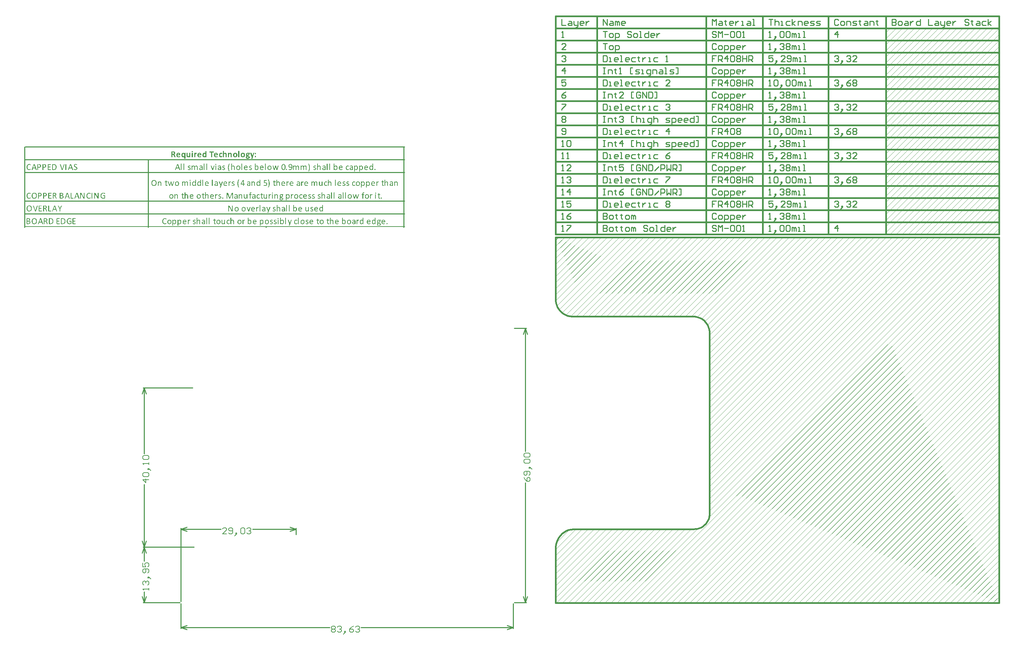
<source format=gm1>
G04*
G04 #@! TF.GenerationSoftware,Altium Limited,Altium Designer,19.0.15 (446)*
G04*
G04 Layer_Color=16711935*
%FSLAX44Y44*%
%MOMM*%
G71*
G01*
G75*
%ADD88C,0.2540*%
%ADD123C,0.1609*%
%ADD124C,0.3810*%
%ADD125C,0.0254*%
%ADD126C,0.1524*%
G36*
X1097469Y1125398D02*
X1095859D01*
Y1094963D01*
X1097469D01*
Y1093361D01*
X1095859D01*
Y1062926D01*
X1097469D01*
Y1061324D01*
X1095859D01*
Y990843D01*
X1097469D01*
Y989241D01*
X1095859D01*
Y958805D01*
X1097469D01*
Y957204D01*
X1095859D01*
Y926768D01*
X1097469D01*
Y925167D01*
X1095859D01*
Y923565D01*
X1094250D01*
Y925167D01*
X749844D01*
Y923565D01*
X748234D01*
Y925167D01*
X453719D01*
Y923565D01*
X452109D01*
Y925167D01*
X143109D01*
Y923565D01*
X141500D01*
Y925167D01*
Y1127000D01*
X1097469D01*
Y1125398D01*
D02*
G37*
%LPC*%
G36*
X1094250D02*
X143109D01*
Y1094963D01*
X1094250D01*
Y1125398D01*
D02*
G37*
G36*
Y1093361D02*
X453719D01*
Y1062926D01*
X1094250D01*
Y1093361D01*
D02*
G37*
G36*
X452109D02*
X143109D01*
Y1062926D01*
X452109D01*
Y1093361D01*
D02*
G37*
G36*
X1094250Y1061324D02*
X453719D01*
Y990843D01*
X1094250D01*
Y1061324D01*
D02*
G37*
G36*
X452109D02*
X143109D01*
Y990843D01*
X452109D01*
Y1061324D01*
D02*
G37*
G36*
X1094250Y989241D02*
X453719D01*
Y958805D01*
X1094250D01*
Y989241D01*
D02*
G37*
G36*
X452109D02*
X143109D01*
Y958805D01*
X452109D01*
Y989241D01*
D02*
G37*
G36*
X1094250Y957204D02*
X453719D01*
Y926768D01*
X1094250D01*
Y957204D01*
D02*
G37*
G36*
X452109D02*
X143109D01*
Y926768D01*
X452109D01*
Y957204D01*
D02*
G37*
%LPD*%
G36*
X702821Y1111844D02*
X703132Y1111793D01*
X703210D01*
X703287Y1111767D01*
X703391D01*
X703675Y1111715D01*
X703960Y1111663D01*
X707144D01*
X707221Y1111637D01*
X707325Y1111560D01*
X707402Y1111404D01*
X707428Y1111352D01*
X707454Y1111301D01*
X707480Y1111223D01*
Y1111094D01*
X707506Y1110964D01*
X707532Y1110783D01*
Y1110576D01*
Y1110550D01*
Y1110498D01*
Y1110395D01*
X707506Y1110266D01*
X707480Y1110007D01*
X707454Y1109877D01*
X707402Y1109774D01*
X707377Y1109748D01*
X707325Y1109670D01*
X707247Y1109567D01*
X707118Y1109541D01*
X705953D01*
X706005Y1109489D01*
X706083Y1109360D01*
X706186Y1109153D01*
X706290Y1108894D01*
Y1108868D01*
X706315Y1108842D01*
X706341Y1108687D01*
X706367Y1108454D01*
X706393Y1108195D01*
Y1108169D01*
Y1108040D01*
X706367Y1107884D01*
Y1107677D01*
X706315Y1107418D01*
X706264Y1107160D01*
X706212Y1106901D01*
X706108Y1106642D01*
Y1106616D01*
X706057Y1106538D01*
X705979Y1106409D01*
X705901Y1106254D01*
X705642Y1105891D01*
X705280Y1105503D01*
X705254Y1105477D01*
X705177Y1105425D01*
X705073Y1105348D01*
X704918Y1105244D01*
X704711Y1105141D01*
X704504Y1105011D01*
X704245Y1104908D01*
X703960Y1104804D01*
X703934D01*
X703831Y1104778D01*
X703675Y1104727D01*
X703468Y1104701D01*
X703210Y1104649D01*
X702925Y1104597D01*
X702588Y1104571D01*
X702071D01*
X701967Y1104597D01*
X701682Y1104623D01*
X701346Y1104675D01*
X701320D01*
X701268Y1104701D01*
X701191Y1104727D01*
X701087Y1104753D01*
X700880Y1104856D01*
X700673Y1104959D01*
X700647Y1104934D01*
X700595Y1104856D01*
X700518Y1104753D01*
X700440Y1104597D01*
X700414Y1104571D01*
X700388Y1104468D01*
X700362Y1104313D01*
X700337Y1104157D01*
Y1104131D01*
Y1104105D01*
X700362Y1103976D01*
X700466Y1103795D01*
X700518Y1103691D01*
X700621Y1103614D01*
X700647D01*
X700673Y1103588D01*
X700828Y1103510D01*
X701087Y1103432D01*
X701424Y1103407D01*
X703831Y1103303D01*
X703986D01*
X704141Y1103277D01*
X704348D01*
X704581Y1103225D01*
X704840Y1103199D01*
X705358Y1103070D01*
X705384D01*
X705461Y1103044D01*
X705591Y1102992D01*
X705746Y1102915D01*
X706108Y1102734D01*
X706471Y1102475D01*
X706497Y1102449D01*
X706548Y1102423D01*
X706626Y1102319D01*
X706730Y1102216D01*
X706963Y1101931D01*
X707169Y1101569D01*
Y1101543D01*
X707195Y1101491D01*
X707247Y1101362D01*
X707299Y1101232D01*
X707325Y1101051D01*
X707377Y1100870D01*
X707402Y1100404D01*
Y1100378D01*
Y1100275D01*
X707377Y1100145D01*
X707351Y1099964D01*
X707325Y1099757D01*
X707273Y1099524D01*
X707169Y1099265D01*
X707066Y1099032D01*
X707040Y1099007D01*
X707014Y1098929D01*
X706937Y1098800D01*
X706833Y1098644D01*
X706704Y1098463D01*
X706523Y1098282D01*
X706341Y1098075D01*
X706108Y1097894D01*
X706083Y1097868D01*
X706005Y1097816D01*
X705850Y1097712D01*
X705668Y1097609D01*
X705435Y1097479D01*
X705151Y1097350D01*
X704840Y1097221D01*
X704478Y1097117D01*
X704426D01*
X704297Y1097065D01*
X704090Y1097039D01*
X703831Y1096988D01*
X703494Y1096936D01*
X703106Y1096884D01*
X702666Y1096858D01*
X702200Y1096832D01*
X701760D01*
X701450Y1096858D01*
X701113Y1096884D01*
X700751Y1096910D01*
X700388Y1096962D01*
X700026Y1097039D01*
X699974D01*
X699871Y1097091D01*
X699715Y1097117D01*
X699508Y1097195D01*
X699249Y1097272D01*
X699016Y1097376D01*
X698758Y1097479D01*
X698525Y1097609D01*
X698499Y1097635D01*
X698421Y1097686D01*
X698344Y1097738D01*
X698214Y1097842D01*
X697929Y1098127D01*
X697800Y1098282D01*
X697697Y1098463D01*
Y1098489D01*
X697645Y1098541D01*
X697619Y1098644D01*
X697567Y1098774D01*
X697515Y1098955D01*
X697489Y1099136D01*
X697438Y1099550D01*
Y1099576D01*
Y1099602D01*
X697464Y1099783D01*
X697489Y1099990D01*
X697541Y1100249D01*
Y1100275D01*
X697567Y1100301D01*
X697619Y1100456D01*
X697697Y1100663D01*
X697826Y1100896D01*
Y1100922D01*
X697852Y1100948D01*
X697955Y1101077D01*
X698085Y1101258D01*
X698266Y1101465D01*
X698292Y1101491D01*
X698318Y1101517D01*
X698447Y1101647D01*
X698654Y1101828D01*
X698887Y1102009D01*
X698861D01*
X698809Y1102061D01*
X698706Y1102113D01*
X698602Y1102190D01*
X698369Y1102423D01*
X698137Y1102708D01*
Y1102734D01*
X698085Y1102785D01*
X698059Y1102863D01*
X698007Y1102992D01*
X697929Y1103303D01*
X697878Y1103665D01*
Y1103691D01*
Y1103769D01*
X697904Y1103898D01*
Y1104080D01*
X698007Y1104442D01*
X698059Y1104649D01*
X698162Y1104856D01*
X698188Y1104882D01*
X698214Y1104959D01*
X698292Y1105063D01*
X698369Y1105192D01*
X698628Y1105503D01*
X698965Y1105839D01*
X698939Y1105865D01*
X698913Y1105917D01*
X698835Y1105995D01*
X698732Y1106098D01*
X698551Y1106409D01*
X698344Y1106771D01*
Y1106797D01*
X698318Y1106875D01*
X698266Y1107004D01*
X698240Y1107160D01*
X698188Y1107367D01*
X698137Y1107600D01*
X698111Y1107858D01*
Y1108143D01*
Y1108195D01*
Y1108298D01*
X698137Y1108454D01*
Y1108661D01*
X698188Y1108920D01*
X698240Y1109178D01*
X698292Y1109437D01*
X698395Y1109696D01*
X698421Y1109722D01*
X698447Y1109826D01*
X698525Y1109955D01*
X698628Y1110110D01*
X698887Y1110472D01*
X699249Y1110861D01*
X699275Y1110887D01*
X699353Y1110938D01*
X699482Y1111042D01*
X699638Y1111145D01*
X699819Y1111249D01*
X700052Y1111378D01*
X700311Y1111508D01*
X700570Y1111611D01*
X700595D01*
X700699Y1111663D01*
X700854Y1111689D01*
X701061Y1111741D01*
X701320Y1111793D01*
X701605Y1111818D01*
X701915Y1111870D01*
X702536D01*
X702821Y1111844D01*
D02*
G37*
G36*
X540568Y1111870D02*
X540853Y1111818D01*
X540879D01*
X540931Y1111793D01*
X541008D01*
X541086Y1111767D01*
X541345Y1111663D01*
X541629Y1111534D01*
X541655D01*
X541707Y1111508D01*
X541785Y1111456D01*
X541862Y1111378D01*
X542121Y1111223D01*
X542406Y1110990D01*
X542432Y1110964D01*
X542484Y1110938D01*
X542561Y1110861D01*
X542665Y1110783D01*
X542975Y1110524D01*
X543312Y1110188D01*
Y1111249D01*
Y1111275D01*
Y1111327D01*
X543364Y1111456D01*
X543390Y1111482D01*
X543415Y1111508D01*
X543571Y1111585D01*
X543597D01*
X543674Y1111611D01*
X543778Y1111637D01*
X543933Y1111663D01*
X543985D01*
X544088Y1111689D01*
X544295Y1111715D01*
X544735D01*
X544917Y1111689D01*
X545098Y1111663D01*
X545149D01*
X545227Y1111637D01*
X545357Y1111611D01*
X545460Y1111585D01*
X545486D01*
X545538Y1111560D01*
X545589Y1111508D01*
X545641Y1111456D01*
X545667Y1111430D01*
X545693Y1111404D01*
X545719Y1111327D01*
Y1111249D01*
Y1097350D01*
Y1097324D01*
Y1097298D01*
X545693Y1097221D01*
X545641Y1097169D01*
X545615Y1097143D01*
X545589Y1097117D01*
X545512Y1097065D01*
X545408Y1097014D01*
X545382D01*
X545305Y1096962D01*
X545149Y1096936D01*
X544968Y1096910D01*
X544917D01*
X544787Y1096884D01*
X544580Y1096858D01*
X544088D01*
X543855Y1096884D01*
X543623Y1096910D01*
X543571D01*
X543467Y1096936D01*
X543338Y1096962D01*
X543182Y1097014D01*
X543157D01*
X543105Y1097065D01*
X543027Y1097091D01*
X542975Y1097169D01*
Y1097195D01*
X542949Y1097221D01*
X542924Y1097350D01*
Y1102061D01*
X542898Y1102035D01*
X542846Y1102009D01*
X542768Y1101931D01*
X542665Y1101854D01*
X542406Y1101647D01*
X542121Y1101414D01*
X542095D01*
X542070Y1101362D01*
X541992Y1101336D01*
X541888Y1101258D01*
X541655Y1101129D01*
X541371Y1101000D01*
X541345D01*
X541293Y1100974D01*
X541215Y1100948D01*
X541138Y1100922D01*
X540879Y1100844D01*
X540568Y1100767D01*
X540542D01*
X540491Y1100741D01*
X540413D01*
X540309Y1100715D01*
X540051Y1100689D01*
X539740Y1100663D01*
X539559D01*
X539352Y1100689D01*
X539093Y1100715D01*
X538782Y1100767D01*
X538472Y1100844D01*
X538161Y1100948D01*
X537851Y1101103D01*
X537825Y1101129D01*
X537721Y1101181D01*
X537592Y1101284D01*
X537411Y1101414D01*
X537204Y1101595D01*
X536996Y1101802D01*
X536790Y1102035D01*
X536582Y1102294D01*
X536557Y1102319D01*
X536505Y1102423D01*
X536427Y1102578D01*
X536324Y1102785D01*
X536220Y1103044D01*
X536091Y1103355D01*
X535987Y1103665D01*
X535884Y1104028D01*
Y1104080D01*
X535858Y1104209D01*
X535832Y1104416D01*
X535780Y1104675D01*
X535754Y1104985D01*
X535702Y1105348D01*
X535676Y1105736D01*
Y1106150D01*
Y1106176D01*
Y1106202D01*
Y1106280D01*
Y1106383D01*
X535702Y1106616D01*
Y1106953D01*
X535754Y1107315D01*
X535806Y1107703D01*
X535858Y1108117D01*
X535961Y1108531D01*
X535987Y1108583D01*
X536013Y1108712D01*
X536091Y1108920D01*
X536168Y1109153D01*
X536298Y1109437D01*
X536427Y1109748D01*
X536608Y1110058D01*
X536790Y1110343D01*
X536815Y1110369D01*
X536893Y1110472D01*
X537022Y1110602D01*
X537178Y1110783D01*
X537385Y1110964D01*
X537618Y1111145D01*
X537877Y1111352D01*
X538161Y1111508D01*
X538187Y1111534D01*
X538316Y1111585D01*
X538472Y1111637D01*
X538705Y1111715D01*
X538989Y1111793D01*
X539326Y1111870D01*
X539688Y1111896D01*
X540076Y1111922D01*
X540335D01*
X540568Y1111870D01*
D02*
G37*
G36*
X690576Y1111896D02*
X690912Y1111870D01*
X691275Y1111818D01*
X691663Y1111767D01*
X692051Y1111663D01*
X692439Y1111534D01*
X692491Y1111508D01*
X692595Y1111456D01*
X692776Y1111378D01*
X693009Y1111275D01*
X693268Y1111120D01*
X693527Y1110938D01*
X693785Y1110731D01*
X694044Y1110472D01*
X694070Y1110447D01*
X694148Y1110343D01*
X694277Y1110188D01*
X694407Y1110007D01*
X694562Y1109748D01*
X694717Y1109437D01*
X694872Y1109101D01*
X695002Y1108738D01*
X695028Y1108687D01*
X695053Y1108557D01*
X695105Y1108350D01*
X695183Y1108065D01*
X695235Y1107703D01*
X695286Y1107315D01*
X695312Y1106875D01*
X695338Y1106383D01*
Y1106357D01*
Y1106331D01*
Y1106176D01*
X695312Y1105917D01*
X695286Y1105607D01*
X695261Y1105270D01*
X695209Y1104856D01*
X695105Y1104468D01*
X695002Y1104054D01*
X694976Y1104002D01*
X694950Y1103873D01*
X694846Y1103691D01*
X694743Y1103432D01*
X694613Y1103148D01*
X694432Y1102837D01*
X694225Y1102527D01*
X693967Y1102242D01*
X693941Y1102216D01*
X693837Y1102113D01*
X693708Y1101983D01*
X693501Y1101828D01*
X693242Y1101621D01*
X692957Y1101440D01*
X692621Y1101258D01*
X692258Y1101077D01*
X692206Y1101051D01*
X692077Y1101025D01*
X691870Y1100948D01*
X691559Y1100870D01*
X691223Y1100792D01*
X690809Y1100741D01*
X690343Y1100689D01*
X689851Y1100663D01*
X689618D01*
X689385Y1100689D01*
X689075Y1100715D01*
X688712Y1100741D01*
X688324Y1100818D01*
X687936Y1100896D01*
X687548Y1101025D01*
X687496Y1101051D01*
X687392Y1101103D01*
X687211Y1101181D01*
X686978Y1101284D01*
X686719Y1101440D01*
X686435Y1101621D01*
X686176Y1101854D01*
X685917Y1102087D01*
X685891Y1102113D01*
X685813Y1102216D01*
X685684Y1102371D01*
X685555Y1102578D01*
X685399Y1102837D01*
X685244Y1103122D01*
X685089Y1103458D01*
X684959Y1103821D01*
Y1103873D01*
X684908Y1104002D01*
X684856Y1104209D01*
X684804Y1104494D01*
X684752Y1104856D01*
X684700Y1105244D01*
X684675Y1105684D01*
X684649Y1106176D01*
Y1106202D01*
Y1106228D01*
Y1106383D01*
X684675Y1106642D01*
X684700Y1106953D01*
X684726Y1107315D01*
X684804Y1107703D01*
X684882Y1108091D01*
X684985Y1108505D01*
X685011Y1108557D01*
X685037Y1108687D01*
X685141Y1108894D01*
X685244Y1109127D01*
X685373Y1109411D01*
X685555Y1109722D01*
X685762Y1110033D01*
X685995Y1110317D01*
X686021Y1110343D01*
X686124Y1110447D01*
X686279Y1110576D01*
X686460Y1110757D01*
X686719Y1110938D01*
X687004Y1111145D01*
X687340Y1111327D01*
X687703Y1111508D01*
X687755Y1111534D01*
X687884Y1111585D01*
X688091Y1111637D01*
X688402Y1111715D01*
X688738Y1111793D01*
X689152Y1111870D01*
X689618Y1111896D01*
X690110Y1111922D01*
X690343D01*
X690576Y1111896D01*
D02*
G37*
G36*
X641660Y1116477D02*
X641868Y1116451D01*
X641919D01*
X642023Y1116425D01*
X642178Y1116400D01*
X642308Y1116348D01*
X642333D01*
X642385Y1116322D01*
X642463Y1116270D01*
X642540Y1116193D01*
X642566D01*
X642592Y1116141D01*
X642618Y1116089D01*
Y1116011D01*
Y1110498D01*
X642644Y1110524D01*
X642747Y1110602D01*
X642877Y1110731D01*
X643084Y1110887D01*
X643291Y1111068D01*
X643550Y1111249D01*
X643809Y1111404D01*
X644093Y1111560D01*
X644119Y1111585D01*
X644223Y1111611D01*
X644378Y1111663D01*
X644559Y1111741D01*
X644792Y1111818D01*
X645077Y1111870D01*
X645362Y1111896D01*
X645646Y1111922D01*
X645827D01*
X646009Y1111896D01*
X646242Y1111870D01*
X646526Y1111844D01*
X646811Y1111793D01*
X647096Y1111689D01*
X647381Y1111585D01*
X647406Y1111560D01*
X647510Y1111534D01*
X647613Y1111456D01*
X647795Y1111352D01*
X647950Y1111223D01*
X648157Y1111042D01*
X648338Y1110861D01*
X648493Y1110654D01*
X648519Y1110628D01*
X648571Y1110550D01*
X648649Y1110421D01*
X648726Y1110266D01*
X648830Y1110058D01*
X648933Y1109826D01*
X649037Y1109567D01*
X649115Y1109282D01*
Y1109256D01*
X649140Y1109153D01*
X649192Y1108971D01*
X649218Y1108764D01*
X649270Y1108480D01*
X649296Y1108169D01*
X649322Y1107807D01*
Y1107418D01*
Y1101284D01*
Y1101258D01*
Y1101207D01*
X649296Y1101155D01*
X649244Y1101077D01*
X649218D01*
X649192Y1101025D01*
X649115Y1101000D01*
X649011Y1100948D01*
X648985D01*
X648907Y1100922D01*
X648752D01*
X648571Y1100896D01*
X648519D01*
X648390Y1100870D01*
X648183Y1100844D01*
X647691D01*
X647458Y1100870D01*
X647225Y1100896D01*
X647173D01*
X647070Y1100922D01*
X646941D01*
X646811Y1100948D01*
X646785D01*
X646733Y1100974D01*
X646656Y1101025D01*
X646578Y1101077D01*
Y1101103D01*
X646552Y1101129D01*
X646526Y1101284D01*
Y1106978D01*
Y1107004D01*
Y1107108D01*
Y1107237D01*
X646500Y1107393D01*
X646475Y1107755D01*
X646449Y1107962D01*
X646397Y1108117D01*
Y1108143D01*
X646371Y1108195D01*
X646345Y1108272D01*
X646319Y1108350D01*
X646216Y1108583D01*
X646086Y1108816D01*
Y1108842D01*
X646060Y1108868D01*
X645957Y1108997D01*
X645802Y1109153D01*
X645569Y1109282D01*
X645543D01*
X645517Y1109308D01*
X645362Y1109386D01*
X645129Y1109437D01*
X644844Y1109463D01*
X644740D01*
X644637Y1109437D01*
X644508Y1109411D01*
X644326Y1109360D01*
X644145Y1109282D01*
X643938Y1109178D01*
X643731Y1109049D01*
X643705Y1109023D01*
X643627Y1108971D01*
X643524Y1108894D01*
X643394Y1108764D01*
X643213Y1108609D01*
X643032Y1108402D01*
X642825Y1108169D01*
X642618Y1107910D01*
Y1101284D01*
Y1101258D01*
Y1101207D01*
X642592Y1101155D01*
X642540Y1101077D01*
X642514D01*
X642489Y1101025D01*
X642411Y1101000D01*
X642308Y1100948D01*
X642282D01*
X642204Y1100922D01*
X642049D01*
X641868Y1100896D01*
X641816D01*
X641686Y1100870D01*
X641479Y1100844D01*
X640962D01*
X640729Y1100870D01*
X640496Y1100896D01*
X640444D01*
X640340Y1100922D01*
X640211D01*
X640082Y1100948D01*
X640056D01*
X640004Y1100974D01*
X639926Y1101025D01*
X639849Y1101077D01*
Y1101103D01*
X639823Y1101129D01*
X639797Y1101284D01*
Y1116011D01*
Y1116037D01*
Y1116063D01*
X639849Y1116193D01*
X639874Y1116218D01*
X639900Y1116244D01*
X639978Y1116296D01*
X640082Y1116348D01*
X640107Y1116374D01*
X640185Y1116400D01*
X640314Y1116425D01*
X640496Y1116451D01*
X640547D01*
X640703Y1116477D01*
X640910Y1116503D01*
X641428D01*
X641660Y1116477D01*
D02*
G37*
G36*
X622884Y1111896D02*
X623195Y1111870D01*
X623531Y1111818D01*
X623893Y1111767D01*
X624256Y1111663D01*
X624592Y1111534D01*
X624644Y1111508D01*
X624748Y1111456D01*
X624903Y1111378D01*
X625110Y1111275D01*
X625343Y1111120D01*
X625602Y1110938D01*
X625835Y1110731D01*
X626068Y1110498D01*
X626093Y1110472D01*
X626171Y1110395D01*
X626275Y1110240D01*
X626378Y1110058D01*
X626533Y1109826D01*
X626663Y1109567D01*
X626792Y1109282D01*
X626896Y1108945D01*
X626922Y1108894D01*
X626948Y1108790D01*
X626999Y1108609D01*
X627051Y1108376D01*
X627103Y1108091D01*
X627129Y1107755D01*
X627180Y1107418D01*
Y1107030D01*
Y1106564D01*
Y1106538D01*
Y1106487D01*
Y1106383D01*
X627155Y1106280D01*
X627077Y1106047D01*
X626948Y1105814D01*
X626896Y1105788D01*
X626792Y1105710D01*
X626585Y1105607D01*
X626300Y1105581D01*
X620244D01*
Y1105555D01*
Y1105477D01*
Y1105348D01*
X620270Y1105192D01*
X620296Y1104804D01*
X620373Y1104390D01*
Y1104364D01*
X620399Y1104313D01*
X620451Y1104209D01*
X620503Y1104080D01*
X620658Y1103795D01*
X620865Y1103510D01*
X620891Y1103484D01*
X620917Y1103458D01*
X620994Y1103381D01*
X621098Y1103303D01*
X621357Y1103122D01*
X621719Y1102967D01*
X621745D01*
X621823Y1102941D01*
X621926Y1102915D01*
X622082Y1102889D01*
X622263Y1102837D01*
X622470Y1102811D01*
X622703Y1102785D01*
X623220D01*
X623402Y1102811D01*
X623816Y1102837D01*
X624256Y1102889D01*
X624282D01*
X624359Y1102915D01*
X624463Y1102941D01*
X624592Y1102967D01*
X624903Y1103018D01*
X625213Y1103096D01*
X625239D01*
X625291Y1103122D01*
X625446Y1103174D01*
X625679Y1103251D01*
X625886Y1103329D01*
X625912D01*
X625938Y1103355D01*
X626042Y1103407D01*
X626197Y1103432D01*
X626352Y1103458D01*
X626404D01*
X626507Y1103407D01*
X626533D01*
X626559Y1103381D01*
X626611Y1103251D01*
Y1103225D01*
X626637Y1103199D01*
X626663Y1103096D01*
X626689Y1102967D01*
Y1102941D01*
X626715Y1102837D01*
Y1102708D01*
Y1102527D01*
Y1102475D01*
Y1102371D01*
Y1102242D01*
X626689Y1102087D01*
Y1102061D01*
Y1101983D01*
X626663Y1101802D01*
Y1101776D01*
X626637Y1101724D01*
X626585Y1101595D01*
X626559Y1101543D01*
X626456Y1101440D01*
Y1101414D01*
X626378Y1101388D01*
X626275Y1101310D01*
X626171Y1101258D01*
X626068Y1101207D01*
X626042D01*
X626016Y1101181D01*
X625938Y1101155D01*
X625860Y1101129D01*
X625576Y1101051D01*
X625239Y1100974D01*
X625213D01*
X625162Y1100948D01*
X625058D01*
X624903Y1100922D01*
X624748Y1100870D01*
X624540Y1100844D01*
X624100Y1100767D01*
X624075D01*
X623997Y1100741D01*
X623867D01*
X623686Y1100715D01*
X623479Y1100689D01*
X623246D01*
X622703Y1100663D01*
X622470D01*
X622237Y1100689D01*
X621900Y1100715D01*
X621538Y1100741D01*
X621150Y1100792D01*
X620736Y1100870D01*
X620348Y1100974D01*
X620296Y1101000D01*
X620192Y1101025D01*
X620011Y1101129D01*
X619778Y1101232D01*
X619519Y1101362D01*
X619235Y1101543D01*
X618950Y1101750D01*
X618691Y1101983D01*
X618665Y1102009D01*
X618587Y1102113D01*
X618458Y1102268D01*
X618303Y1102475D01*
X618147Y1102708D01*
X617992Y1103018D01*
X617811Y1103355D01*
X617682Y1103717D01*
Y1103769D01*
X617630Y1103898D01*
X617578Y1104131D01*
X617526Y1104416D01*
X617475Y1104778D01*
X617423Y1105192D01*
X617397Y1105658D01*
X617371Y1106176D01*
Y1106202D01*
Y1106228D01*
Y1106305D01*
Y1106409D01*
X617397Y1106642D01*
X617423Y1106978D01*
X617449Y1107341D01*
X617526Y1107729D01*
X617604Y1108143D01*
X617707Y1108557D01*
X617733Y1108609D01*
X617759Y1108738D01*
X617837Y1108945D01*
X617966Y1109204D01*
X618096Y1109489D01*
X618277Y1109774D01*
X618458Y1110084D01*
X618691Y1110369D01*
X618717Y1110395D01*
X618820Y1110498D01*
X618950Y1110628D01*
X619157Y1110783D01*
X619390Y1110990D01*
X619674Y1111171D01*
X619985Y1111352D01*
X620322Y1111508D01*
X620373Y1111534D01*
X620503Y1111585D01*
X620684Y1111637D01*
X620943Y1111715D01*
X621253Y1111793D01*
X621616Y1111870D01*
X622030Y1111896D01*
X622444Y1111922D01*
X622651D01*
X622884Y1111896D01*
D02*
G37*
G36*
X581236D02*
X581546Y1111870D01*
X581883Y1111818D01*
X582245Y1111767D01*
X582608Y1111663D01*
X582944Y1111534D01*
X582996Y1111508D01*
X583099Y1111456D01*
X583255Y1111378D01*
X583462Y1111275D01*
X583695Y1111120D01*
X583954Y1110938D01*
X584186Y1110731D01*
X584419Y1110498D01*
X584445Y1110472D01*
X584523Y1110395D01*
X584626Y1110240D01*
X584730Y1110058D01*
X584885Y1109826D01*
X585015Y1109567D01*
X585144Y1109282D01*
X585248Y1108945D01*
X585274Y1108894D01*
X585299Y1108790D01*
X585351Y1108609D01*
X585403Y1108376D01*
X585455Y1108091D01*
X585480Y1107755D01*
X585532Y1107418D01*
Y1107030D01*
Y1106564D01*
Y1106538D01*
Y1106487D01*
Y1106383D01*
X585506Y1106280D01*
X585429Y1106047D01*
X585299Y1105814D01*
X585248Y1105788D01*
X585144Y1105710D01*
X584937Y1105607D01*
X584652Y1105581D01*
X578596D01*
Y1105555D01*
Y1105477D01*
Y1105348D01*
X578622Y1105192D01*
X578647Y1104804D01*
X578725Y1104390D01*
Y1104364D01*
X578751Y1104313D01*
X578803Y1104209D01*
X578855Y1104080D01*
X579010Y1103795D01*
X579217Y1103510D01*
X579243Y1103484D01*
X579269Y1103458D01*
X579346Y1103381D01*
X579450Y1103303D01*
X579709Y1103122D01*
X580071Y1102967D01*
X580097D01*
X580175Y1102941D01*
X580278Y1102915D01*
X580433Y1102889D01*
X580615Y1102837D01*
X580822Y1102811D01*
X581055Y1102785D01*
X581572D01*
X581753Y1102811D01*
X582168Y1102837D01*
X582608Y1102889D01*
X582634D01*
X582711Y1102915D01*
X582815Y1102941D01*
X582944Y1102967D01*
X583255Y1103018D01*
X583565Y1103096D01*
X583591D01*
X583643Y1103122D01*
X583798Y1103174D01*
X584031Y1103251D01*
X584238Y1103329D01*
X584264D01*
X584290Y1103355D01*
X584394Y1103407D01*
X584549Y1103432D01*
X584704Y1103458D01*
X584756D01*
X584859Y1103407D01*
X584885D01*
X584911Y1103381D01*
X584963Y1103251D01*
Y1103225D01*
X584989Y1103199D01*
X585015Y1103096D01*
X585041Y1102967D01*
Y1102941D01*
X585066Y1102837D01*
Y1102708D01*
Y1102527D01*
Y1102475D01*
Y1102371D01*
Y1102242D01*
X585041Y1102087D01*
Y1102061D01*
Y1101983D01*
X585015Y1101802D01*
Y1101776D01*
X584989Y1101724D01*
X584937Y1101595D01*
X584911Y1101543D01*
X584808Y1101440D01*
Y1101414D01*
X584730Y1101388D01*
X584626Y1101310D01*
X584523Y1101258D01*
X584419Y1101207D01*
X584394D01*
X584368Y1101181D01*
X584290Y1101155D01*
X584212Y1101129D01*
X583928Y1101051D01*
X583591Y1100974D01*
X583565D01*
X583513Y1100948D01*
X583410D01*
X583255Y1100922D01*
X583099Y1100870D01*
X582892Y1100844D01*
X582452Y1100767D01*
X582426D01*
X582349Y1100741D01*
X582219D01*
X582038Y1100715D01*
X581831Y1100689D01*
X581598D01*
X581055Y1100663D01*
X580822D01*
X580589Y1100689D01*
X580252Y1100715D01*
X579890Y1100741D01*
X579502Y1100792D01*
X579087Y1100870D01*
X578699Y1100974D01*
X578647Y1101000D01*
X578544Y1101025D01*
X578363Y1101129D01*
X578130Y1101232D01*
X577871Y1101362D01*
X577586Y1101543D01*
X577302Y1101750D01*
X577043Y1101983D01*
X577017Y1102009D01*
X576939Y1102113D01*
X576810Y1102268D01*
X576655Y1102475D01*
X576499Y1102708D01*
X576344Y1103018D01*
X576163Y1103355D01*
X576033Y1103717D01*
Y1103769D01*
X575982Y1103898D01*
X575930Y1104131D01*
X575878Y1104416D01*
X575826Y1104778D01*
X575775Y1105192D01*
X575749Y1105658D01*
X575723Y1106176D01*
Y1106202D01*
Y1106228D01*
Y1106305D01*
Y1106409D01*
X575749Y1106642D01*
X575775Y1106978D01*
X575800Y1107341D01*
X575878Y1107729D01*
X575956Y1108143D01*
X576059Y1108557D01*
X576085Y1108609D01*
X576111Y1108738D01*
X576189Y1108945D01*
X576318Y1109204D01*
X576447Y1109489D01*
X576629Y1109774D01*
X576810Y1110084D01*
X577043Y1110369D01*
X577069Y1110395D01*
X577172Y1110498D01*
X577302Y1110628D01*
X577509Y1110783D01*
X577742Y1110990D01*
X578026Y1111171D01*
X578337Y1111352D01*
X578673Y1111508D01*
X578725Y1111534D01*
X578855Y1111585D01*
X579036Y1111637D01*
X579295Y1111715D01*
X579605Y1111793D01*
X579967Y1111870D01*
X580382Y1111896D01*
X580796Y1111922D01*
X581003D01*
X581236Y1111896D01*
D02*
G37*
G36*
X563222Y1116063D02*
X563428Y1116037D01*
X563868Y1115960D01*
X564050Y1115856D01*
X564205Y1115753D01*
X564231Y1115727D01*
X564257Y1115701D01*
X564309Y1115623D01*
X564386Y1115494D01*
X564438Y1115339D01*
X564490Y1115131D01*
X564516Y1114899D01*
X564542Y1114614D01*
Y1114588D01*
Y1114484D01*
X564516Y1114329D01*
X564490Y1114148D01*
X564386Y1113785D01*
X564309Y1113604D01*
X564179Y1113449D01*
X564153D01*
X564101Y1113397D01*
X564024Y1113345D01*
X563894Y1113294D01*
X563713Y1113242D01*
X563506Y1113190D01*
X563222Y1113164D01*
X562911Y1113138D01*
X562756D01*
X562600Y1113164D01*
X562393Y1113190D01*
X561953Y1113268D01*
X561772Y1113345D01*
X561617Y1113449D01*
Y1113475D01*
X561565Y1113501D01*
X561513Y1113578D01*
X561461Y1113708D01*
X561410Y1113863D01*
X561358Y1114044D01*
X561332Y1114277D01*
X561306Y1114562D01*
Y1114588D01*
Y1114691D01*
X561332Y1114847D01*
X561358Y1115028D01*
X561461Y1115416D01*
X561539Y1115597D01*
X561643Y1115753D01*
X561669Y1115779D01*
X561720Y1115804D01*
X561798Y1115856D01*
X561927Y1115934D01*
X562108Y1115985D01*
X562316Y1116037D01*
X562600Y1116063D01*
X562911Y1116089D01*
X563066D01*
X563222Y1116063D01*
D02*
G37*
G36*
X563377Y1111689D02*
X563584Y1111663D01*
X563636D01*
X563739Y1111637D01*
X563894Y1111611D01*
X564024Y1111560D01*
X564050D01*
X564101Y1111534D01*
X564179Y1111482D01*
X564257Y1111430D01*
X564283Y1111404D01*
X564309Y1111378D01*
X564334Y1111301D01*
Y1111223D01*
Y1101284D01*
Y1101258D01*
Y1101207D01*
X564309Y1101155D01*
X564257Y1101077D01*
X564231D01*
X564205Y1101025D01*
X564127Y1101000D01*
X564024Y1100948D01*
X563998D01*
X563920Y1100922D01*
X563765D01*
X563584Y1100896D01*
X563532D01*
X563403Y1100870D01*
X563196Y1100844D01*
X562678D01*
X562445Y1100870D01*
X562212Y1100896D01*
X562160D01*
X562057Y1100922D01*
X561927D01*
X561798Y1100948D01*
X561772D01*
X561720Y1100974D01*
X561643Y1101025D01*
X561565Y1101077D01*
Y1101103D01*
X561539Y1101129D01*
X561513Y1101284D01*
Y1111223D01*
Y1111249D01*
Y1111301D01*
X561565Y1111430D01*
X561591Y1111456D01*
X561617Y1111482D01*
X561694Y1111508D01*
X561798Y1111560D01*
X561824Y1111585D01*
X561901Y1111611D01*
X562031Y1111637D01*
X562212Y1111663D01*
X562264D01*
X562419Y1111689D01*
X562626Y1111715D01*
X563144D01*
X563377Y1111689D01*
D02*
G37*
G36*
X718124D02*
X718382Y1111663D01*
X718434D01*
X718564Y1111611D01*
X718719Y1111560D01*
X718848Y1111482D01*
X718874Y1111456D01*
X718926Y1111404D01*
X718978Y1111301D01*
X719004Y1111171D01*
Y1111145D01*
Y1111042D01*
X718978Y1110887D01*
X718926Y1110680D01*
X715613Y1100922D01*
X714422Y1097402D01*
X714397Y1097350D01*
X714319Y1097246D01*
X714241Y1097169D01*
X714138Y1097117D01*
X714008Y1097039D01*
X713853Y1096988D01*
X713827D01*
X713775Y1096962D01*
X713672Y1096936D01*
X713517D01*
X713335Y1096910D01*
X713128Y1096884D01*
X712869Y1096858D01*
X712300D01*
X712067Y1096884D01*
X711834Y1096910D01*
X711782D01*
X711679Y1096936D01*
X711550Y1096988D01*
X711420Y1097039D01*
X711394Y1097065D01*
X711342Y1097091D01*
X711291Y1097169D01*
X711265Y1097272D01*
Y1097298D01*
X711291Y1097350D01*
X711317Y1097454D01*
X711368Y1097583D01*
X712662Y1100922D01*
X712636D01*
X712585Y1100974D01*
X712507Y1101025D01*
X712404Y1101103D01*
X712378Y1101129D01*
X712352Y1101207D01*
X712300Y1101310D01*
X712248Y1101414D01*
X708806Y1110576D01*
Y1110602D01*
X708780Y1110654D01*
X708728Y1110809D01*
X708677Y1110990D01*
X708651Y1111171D01*
Y1111197D01*
X708677Y1111301D01*
X708702Y1111378D01*
X708780Y1111482D01*
X708806Y1111508D01*
X708910Y1111560D01*
X709039Y1111611D01*
X709246Y1111663D01*
X709298D01*
X709375Y1111689D01*
X709479D01*
X709738Y1111715D01*
X710618D01*
X710851Y1111689D01*
X710902D01*
X711006Y1111663D01*
X711161Y1111637D01*
X711291Y1111585D01*
X711317D01*
X711368Y1111534D01*
X711446Y1111482D01*
X711524Y1111378D01*
X711550Y1111352D01*
X711575Y1111275D01*
X711627Y1111171D01*
X711679Y1110990D01*
X714034Y1104338D01*
X714060D01*
X716208Y1111120D01*
Y1111145D01*
X716234Y1111171D01*
X716260Y1111275D01*
X716312Y1111404D01*
X716389Y1111508D01*
X716415Y1111534D01*
X716467Y1111560D01*
X716571Y1111611D01*
X716726Y1111663D01*
X716778D01*
X716830Y1111689D01*
X717063D01*
X717218Y1111715D01*
X717891D01*
X718124Y1111689D01*
D02*
G37*
G36*
X721960Y1111430D02*
X722193Y1111378D01*
X722219D01*
X722245Y1111352D01*
X722374Y1111327D01*
X722530Y1111223D01*
X722685Y1111094D01*
X722711Y1111068D01*
X722788Y1110938D01*
X722866Y1110783D01*
X722944Y1110550D01*
Y1110524D01*
X722970Y1110498D01*
Y1110421D01*
X722995Y1110343D01*
X723021Y1110084D01*
X723047Y1109748D01*
Y1109722D01*
Y1109670D01*
Y1109593D01*
Y1109489D01*
X722995Y1109230D01*
X722944Y1108971D01*
X722918Y1108920D01*
X722892Y1108790D01*
X722814Y1108635D01*
X722685Y1108454D01*
X722659Y1108428D01*
X722555Y1108350D01*
X722400Y1108247D01*
X722193Y1108169D01*
X722141D01*
X721986Y1108143D01*
X721753Y1108117D01*
X721442Y1108091D01*
X721184D01*
X720925Y1108117D01*
X720666Y1108169D01*
X720614Y1108195D01*
X720511Y1108247D01*
X720355Y1108324D01*
X720200Y1108454D01*
X720174Y1108480D01*
X720097Y1108609D01*
X720019Y1108764D01*
X719941Y1108971D01*
Y1108997D01*
Y1109023D01*
X719915Y1109178D01*
X719890Y1109437D01*
Y1109748D01*
Y1109774D01*
Y1109826D01*
Y1109929D01*
Y1110033D01*
X719915Y1110291D01*
X719941Y1110550D01*
Y1110576D01*
X719967Y1110602D01*
X719993Y1110757D01*
X720097Y1110912D01*
X720200Y1111094D01*
X720226Y1111120D01*
X720330Y1111197D01*
X720485Y1111301D01*
X720666Y1111378D01*
X720692D01*
X720718Y1111404D01*
X720873Y1111430D01*
X721132Y1111456D01*
X721442Y1111482D01*
X721701D01*
X721960Y1111430D01*
D02*
G37*
G36*
Y1104105D02*
X722193Y1104054D01*
X722219D01*
X722245Y1104028D01*
X722374Y1104002D01*
X722530Y1103898D01*
X722685Y1103769D01*
X722711Y1103743D01*
X722788Y1103614D01*
X722866Y1103458D01*
X722944Y1103225D01*
Y1103199D01*
X722970Y1103174D01*
X722995Y1103018D01*
X723021Y1102759D01*
X723047Y1102449D01*
Y1102423D01*
Y1102371D01*
Y1102268D01*
Y1102164D01*
X722995Y1101905D01*
X722944Y1101647D01*
X722918Y1101595D01*
X722892Y1101465D01*
X722814Y1101310D01*
X722685Y1101129D01*
X722659Y1101103D01*
X722555Y1101025D01*
X722400Y1100922D01*
X722193Y1100844D01*
X722141D01*
X721986Y1100818D01*
X721753Y1100792D01*
X721442Y1100767D01*
X721184D01*
X720925Y1100792D01*
X720666Y1100844D01*
X720614Y1100870D01*
X720511Y1100922D01*
X720355Y1101000D01*
X720200Y1101129D01*
X720174Y1101155D01*
X720097Y1101284D01*
X720019Y1101440D01*
X719941Y1101647D01*
Y1101672D01*
Y1101698D01*
X719915Y1101776D01*
Y1101854D01*
X719890Y1102113D01*
Y1102449D01*
Y1102475D01*
Y1102527D01*
Y1102604D01*
Y1102734D01*
X719915Y1102967D01*
X719941Y1103225D01*
Y1103251D01*
X719967Y1103277D01*
X719993Y1103432D01*
X720097Y1103588D01*
X720200Y1103769D01*
X720226Y1103795D01*
X720330Y1103873D01*
X720485Y1103976D01*
X720666Y1104054D01*
X720692D01*
X720718Y1104080D01*
X720873Y1104105D01*
X721132Y1104131D01*
X721442Y1104157D01*
X721701D01*
X721960Y1104105D01*
D02*
G37*
G36*
X680105Y1116477D02*
X680312Y1116451D01*
X680364D01*
X680467Y1116425D01*
X680622Y1116400D01*
X680752Y1116348D01*
X680778D01*
X680830Y1116322D01*
X680907Y1116270D01*
X680985Y1116193D01*
X681011D01*
X681037Y1116141D01*
X681062Y1116089D01*
Y1116011D01*
Y1101284D01*
Y1101258D01*
Y1101207D01*
X681037Y1101155D01*
X680985Y1101077D01*
X680959D01*
X680933Y1101025D01*
X680855Y1101000D01*
X680752Y1100948D01*
X680726D01*
X680648Y1100922D01*
X680493D01*
X680312Y1100896D01*
X680260D01*
X680131Y1100870D01*
X679924Y1100844D01*
X679406D01*
X679173Y1100870D01*
X678940Y1100896D01*
X678888D01*
X678785Y1100922D01*
X678655D01*
X678526Y1100948D01*
X678500D01*
X678448Y1100974D01*
X678371Y1101025D01*
X678293Y1101077D01*
Y1101103D01*
X678267Y1101129D01*
X678241Y1101284D01*
Y1116011D01*
Y1116037D01*
Y1116063D01*
X678293Y1116193D01*
X678319Y1116218D01*
X678345Y1116244D01*
X678422Y1116296D01*
X678526Y1116348D01*
X678552Y1116374D01*
X678630Y1116400D01*
X678759Y1116425D01*
X678940Y1116451D01*
X678992D01*
X679147Y1116477D01*
X679354Y1116503D01*
X679872D01*
X680105Y1116477D01*
D02*
G37*
G36*
X671354Y1111896D02*
X671690Y1111870D01*
X672053Y1111818D01*
X672441Y1111767D01*
X672829Y1111663D01*
X673217Y1111534D01*
X673269Y1111508D01*
X673372Y1111456D01*
X673554Y1111378D01*
X673787Y1111275D01*
X674045Y1111120D01*
X674304Y1110938D01*
X674563Y1110731D01*
X674822Y1110472D01*
X674848Y1110447D01*
X674925Y1110343D01*
X675055Y1110188D01*
X675184Y1110007D01*
X675340Y1109748D01*
X675495Y1109437D01*
X675650Y1109101D01*
X675779Y1108738D01*
X675805Y1108687D01*
X675831Y1108557D01*
X675883Y1108350D01*
X675961Y1108065D01*
X676012Y1107703D01*
X676064Y1107315D01*
X676090Y1106875D01*
X676116Y1106383D01*
Y1106357D01*
Y1106331D01*
Y1106176D01*
X676090Y1105917D01*
X676064Y1105607D01*
X676038Y1105270D01*
X675987Y1104856D01*
X675883Y1104468D01*
X675779Y1104054D01*
X675754Y1104002D01*
X675728Y1103873D01*
X675624Y1103691D01*
X675521Y1103432D01*
X675391Y1103148D01*
X675210Y1102837D01*
X675003Y1102527D01*
X674744Y1102242D01*
X674718Y1102216D01*
X674615Y1102113D01*
X674485Y1101983D01*
X674278Y1101828D01*
X674019Y1101621D01*
X673735Y1101440D01*
X673398Y1101258D01*
X673036Y1101077D01*
X672984Y1101051D01*
X672855Y1101025D01*
X672648Y1100948D01*
X672337Y1100870D01*
X672001Y1100792D01*
X671587Y1100741D01*
X671121Y1100689D01*
X670629Y1100663D01*
X670396D01*
X670163Y1100689D01*
X669852Y1100715D01*
X669490Y1100741D01*
X669102Y1100818D01*
X668714Y1100896D01*
X668325Y1101025D01*
X668274Y1101051D01*
X668170Y1101103D01*
X667989Y1101181D01*
X667756Y1101284D01*
X667497Y1101440D01*
X667212Y1101621D01*
X666954Y1101854D01*
X666695Y1102087D01*
X666669Y1102113D01*
X666591Y1102216D01*
X666462Y1102371D01*
X666332Y1102578D01*
X666177Y1102837D01*
X666022Y1103122D01*
X665866Y1103458D01*
X665737Y1103821D01*
Y1103873D01*
X665685Y1104002D01*
X665634Y1104209D01*
X665582Y1104494D01*
X665530Y1104856D01*
X665478Y1105244D01*
X665452Y1105684D01*
X665426Y1106176D01*
Y1106202D01*
Y1106228D01*
Y1106383D01*
X665452Y1106642D01*
X665478Y1106953D01*
X665504Y1107315D01*
X665582Y1107703D01*
X665659Y1108091D01*
X665763Y1108505D01*
X665789Y1108557D01*
X665815Y1108687D01*
X665918Y1108894D01*
X666022Y1109127D01*
X666151Y1109411D01*
X666332Y1109722D01*
X666540Y1110033D01*
X666772Y1110317D01*
X666798Y1110343D01*
X666902Y1110447D01*
X667057Y1110576D01*
X667238Y1110757D01*
X667497Y1110938D01*
X667782Y1111145D01*
X668118Y1111327D01*
X668481Y1111508D01*
X668532Y1111534D01*
X668662Y1111585D01*
X668869Y1111637D01*
X669180Y1111715D01*
X669516Y1111793D01*
X669930Y1111870D01*
X670396Y1111896D01*
X670888Y1111922D01*
X671121D01*
X671354Y1111896D01*
D02*
G37*
G36*
X658823D02*
X659056Y1111870D01*
X659341Y1111844D01*
X659626Y1111793D01*
X659911Y1111689D01*
X660195Y1111585D01*
X660221Y1111560D01*
X660325Y1111534D01*
X660428Y1111456D01*
X660609Y1111352D01*
X660765Y1111223D01*
X660972Y1111042D01*
X661153Y1110861D01*
X661308Y1110654D01*
X661334Y1110628D01*
X661386Y1110550D01*
X661463Y1110421D01*
X661541Y1110266D01*
X661645Y1110084D01*
X661748Y1109851D01*
X661852Y1109593D01*
X661929Y1109308D01*
Y1109282D01*
X661955Y1109178D01*
X662007Y1108997D01*
X662033Y1108790D01*
X662085Y1108505D01*
X662111Y1108195D01*
X662137Y1107832D01*
Y1107444D01*
Y1101284D01*
Y1101258D01*
Y1101207D01*
X662111Y1101155D01*
X662059Y1101077D01*
X662033D01*
X662007Y1101025D01*
X661929Y1101000D01*
X661826Y1100948D01*
X661800D01*
X661722Y1100922D01*
X661567D01*
X661386Y1100896D01*
X661334D01*
X661205Y1100870D01*
X660998Y1100844D01*
X660506D01*
X660273Y1100870D01*
X660040Y1100896D01*
X659988D01*
X659885Y1100922D01*
X659755D01*
X659626Y1100948D01*
X659600D01*
X659548Y1100974D01*
X659471Y1101025D01*
X659393Y1101077D01*
Y1101103D01*
X659367Y1101129D01*
X659341Y1101284D01*
Y1106978D01*
Y1107004D01*
Y1107108D01*
Y1107237D01*
X659315Y1107393D01*
X659289Y1107755D01*
X659264Y1107962D01*
X659212Y1108117D01*
Y1108143D01*
X659186Y1108195D01*
X659160Y1108272D01*
X659134Y1108350D01*
X659031Y1108583D01*
X658901Y1108816D01*
Y1108842D01*
X658875Y1108868D01*
X658772Y1108997D01*
X658616Y1109153D01*
X658383Y1109282D01*
X658358D01*
X658332Y1109308D01*
X658176Y1109386D01*
X657943Y1109437D01*
X657659Y1109463D01*
X657555D01*
X657452Y1109437D01*
X657322Y1109411D01*
X657141Y1109360D01*
X656960Y1109282D01*
X656753Y1109178D01*
X656546Y1109049D01*
X656520Y1109023D01*
X656442Y1108971D01*
X656339Y1108894D01*
X656209Y1108764D01*
X656028Y1108609D01*
X655847Y1108402D01*
X655640Y1108169D01*
X655433Y1107910D01*
Y1101284D01*
Y1101258D01*
Y1101207D01*
X655407Y1101155D01*
X655355Y1101077D01*
X655329D01*
X655303Y1101025D01*
X655226Y1101000D01*
X655122Y1100948D01*
X655096D01*
X655019Y1100922D01*
X654864D01*
X654682Y1100896D01*
X654631D01*
X654501Y1100870D01*
X654294Y1100844D01*
X653776D01*
X653543Y1100870D01*
X653310Y1100896D01*
X653259D01*
X653155Y1100922D01*
X653026D01*
X652896Y1100948D01*
X652870D01*
X652819Y1100974D01*
X652741Y1101025D01*
X652663Y1101077D01*
Y1101103D01*
X652638Y1101129D01*
X652612Y1101284D01*
Y1111249D01*
Y1111275D01*
Y1111327D01*
X652663Y1111456D01*
Y1111482D01*
X652715Y1111508D01*
X652767Y1111534D01*
X652845Y1111585D01*
X652870D01*
X652948Y1111611D01*
X653078Y1111637D01*
X653233Y1111663D01*
X653285D01*
X653388Y1111689D01*
X653569Y1111715D01*
X654009D01*
X654216Y1111689D01*
X654398Y1111663D01*
X654449D01*
X654527Y1111637D01*
X654656Y1111611D01*
X654760Y1111585D01*
X654786D01*
X654838Y1111560D01*
X654889Y1111508D01*
X654941Y1111456D01*
X654967Y1111430D01*
X654993Y1111404D01*
X655019Y1111327D01*
Y1111249D01*
Y1110110D01*
X655045Y1110162D01*
X655148Y1110266D01*
X655329Y1110421D01*
X655536Y1110628D01*
X655769Y1110835D01*
X656054Y1111068D01*
X656365Y1111275D01*
X656675Y1111456D01*
X656727Y1111482D01*
X656831Y1111534D01*
X657012Y1111611D01*
X657219Y1111689D01*
X657504Y1111767D01*
X657788Y1111844D01*
X658125Y1111896D01*
X658461Y1111922D01*
X658642D01*
X658823Y1111896D01*
D02*
G37*
G36*
X635751Y1111844D02*
X636061Y1111793D01*
X636087D01*
X636139Y1111767D01*
X636216D01*
X636320Y1111741D01*
X636579Y1111663D01*
X636864Y1111585D01*
X636889D01*
X636941Y1111560D01*
X637096Y1111508D01*
X637304Y1111404D01*
X637536Y1111275D01*
X637562D01*
X637588Y1111249D01*
X637718Y1111171D01*
X637847Y1111094D01*
X637951Y1110990D01*
X637976Y1110964D01*
X638028Y1110938D01*
X638080Y1110861D01*
X638132Y1110783D01*
Y1110757D01*
X638158Y1110731D01*
X638209Y1110576D01*
Y1110550D01*
X638235Y1110498D01*
Y1110369D01*
X638261Y1110240D01*
Y1110214D01*
X638287Y1110110D01*
Y1109955D01*
Y1109774D01*
Y1109748D01*
Y1109670D01*
Y1109567D01*
X638261Y1109411D01*
X638235Y1109127D01*
X638209Y1108971D01*
X638158Y1108868D01*
X638132Y1108816D01*
X638080Y1108738D01*
X638002Y1108661D01*
X637873Y1108609D01*
X637847D01*
X637769Y1108635D01*
X637640Y1108687D01*
X637485Y1108764D01*
X637459Y1108790D01*
X637355Y1108868D01*
X637174Y1108971D01*
X636967Y1109101D01*
X636915Y1109127D01*
X636786Y1109204D01*
X636553Y1109308D01*
X636268Y1109437D01*
X636242D01*
X636190Y1109463D01*
X636113Y1109489D01*
X636009Y1109541D01*
X635725Y1109593D01*
X635336Y1109618D01*
X635155D01*
X634948Y1109567D01*
X634715Y1109515D01*
X634431Y1109411D01*
X634146Y1109256D01*
X633887Y1109049D01*
X633654Y1108764D01*
X633628Y1108712D01*
X633576Y1108609D01*
X633473Y1108402D01*
X633369Y1108143D01*
X633266Y1107781D01*
X633162Y1107367D01*
X633111Y1106849D01*
X633085Y1106280D01*
Y1106254D01*
Y1106150D01*
Y1105995D01*
X633111Y1105814D01*
Y1105581D01*
X633136Y1105348D01*
X633214Y1104856D01*
Y1104830D01*
X633240Y1104753D01*
X633292Y1104649D01*
X633318Y1104494D01*
X633473Y1104157D01*
X633654Y1103821D01*
X633680Y1103795D01*
X633706Y1103743D01*
X633861Y1103588D01*
X634068Y1103381D01*
X634353Y1103199D01*
X634379D01*
X634431Y1103174D01*
X634534Y1103148D01*
X634638Y1103122D01*
X634793Y1103070D01*
X634974Y1103044D01*
X635362Y1103018D01*
X635569D01*
X635699Y1103044D01*
X636009Y1103096D01*
X636346Y1103174D01*
X636372D01*
X636423Y1103199D01*
X636501Y1103251D01*
X636605Y1103303D01*
X636838Y1103407D01*
X637096Y1103562D01*
X637122D01*
X637148Y1103588D01*
X637278Y1103691D01*
X637459Y1103821D01*
X637614Y1103950D01*
X637640Y1103976D01*
X637743Y1104054D01*
X637847Y1104105D01*
X637976Y1104131D01*
X638028D01*
X638080Y1104105D01*
X638132Y1104054D01*
X638158D01*
X638184Y1104002D01*
X638209Y1103950D01*
X638235Y1103847D01*
Y1103821D01*
X638261Y1103743D01*
X638287Y1103614D01*
X638313Y1103458D01*
Y1103407D01*
X638339Y1103303D01*
Y1103122D01*
Y1102863D01*
Y1102811D01*
Y1102708D01*
Y1102527D01*
X638313Y1102371D01*
Y1102345D01*
X638287Y1102242D01*
Y1102138D01*
X638261Y1102035D01*
Y1102009D01*
X638235Y1101957D01*
X638184Y1101828D01*
Y1101802D01*
X638158Y1101776D01*
X638106Y1101698D01*
X638028Y1101621D01*
X638002Y1101595D01*
X637925Y1101543D01*
X637769Y1101440D01*
X637562Y1101310D01*
X637536D01*
X637510Y1101284D01*
X637355Y1101207D01*
X637122Y1101103D01*
X636838Y1100974D01*
X636812D01*
X636760Y1100948D01*
X636682Y1100922D01*
X636579Y1100896D01*
X636294Y1100844D01*
X635932Y1100767D01*
X635906D01*
X635854Y1100741D01*
X635751D01*
X635621Y1100715D01*
X635311Y1100689D01*
X634922Y1100663D01*
X634741D01*
X634508Y1100689D01*
X634249Y1100715D01*
X633913Y1100741D01*
X633576Y1100818D01*
X633214Y1100896D01*
X632878Y1101000D01*
X632852Y1101025D01*
X632722Y1101077D01*
X632567Y1101155D01*
X632360Y1101258D01*
X632127Y1101414D01*
X631868Y1101595D01*
X631609Y1101828D01*
X631376Y1102061D01*
X631351Y1102087D01*
X631273Y1102190D01*
X631169Y1102345D01*
X631040Y1102527D01*
X630885Y1102785D01*
X630755Y1103070D01*
X630600Y1103407D01*
X630471Y1103769D01*
Y1103821D01*
X630419Y1103950D01*
X630393Y1104157D01*
X630341Y1104442D01*
X630289Y1104778D01*
X630238Y1105167D01*
X630212Y1105607D01*
X630186Y1106072D01*
Y1106098D01*
Y1106150D01*
Y1106228D01*
Y1106331D01*
X630212Y1106616D01*
X630238Y1106953D01*
X630263Y1107367D01*
X630341Y1107807D01*
X630419Y1108247D01*
X630548Y1108661D01*
X630574Y1108712D01*
X630626Y1108842D01*
X630703Y1109049D01*
X630807Y1109308D01*
X630962Y1109593D01*
X631143Y1109877D01*
X631351Y1110188D01*
X631583Y1110472D01*
X631609Y1110498D01*
X631713Y1110602D01*
X631842Y1110731D01*
X632023Y1110887D01*
X632256Y1111042D01*
X632541Y1111223D01*
X632826Y1111404D01*
X633162Y1111534D01*
X633214Y1111560D01*
X633318Y1111585D01*
X633525Y1111637D01*
X633758Y1111715D01*
X634068Y1111793D01*
X634431Y1111844D01*
X634793Y1111870D01*
X635207Y1111896D01*
X635492D01*
X635751Y1111844D01*
D02*
G37*
G36*
X616925Y1115364D02*
X616977Y1115313D01*
X617003D01*
X617029Y1115261D01*
X617055Y1115209D01*
X617106Y1115106D01*
Y1115080D01*
X617132Y1115002D01*
X617158Y1114899D01*
X617184Y1114743D01*
Y1114691D01*
X617210Y1114588D01*
X617236Y1114407D01*
Y1114174D01*
Y1114148D01*
Y1114122D01*
Y1113967D01*
X617210Y1113785D01*
X617184Y1113604D01*
Y1113578D01*
X617158Y1113475D01*
X617132Y1113371D01*
X617106Y1113242D01*
Y1113216D01*
X617080Y1113164D01*
X616977Y1113035D01*
X616925Y1113009D01*
X616796Y1112983D01*
X613172D01*
Y1101310D01*
Y1101284D01*
Y1101232D01*
X613146Y1101155D01*
X613094Y1101077D01*
X613069D01*
X613043Y1101025D01*
X612965Y1101000D01*
X612836Y1100948D01*
X612810D01*
X612732Y1100922D01*
X612577D01*
X612396Y1100896D01*
X612344D01*
X612215Y1100870D01*
X611982Y1100844D01*
X611438D01*
X611205Y1100870D01*
X610972Y1100896D01*
X610920D01*
X610817Y1100922D01*
X610662D01*
X610506Y1100948D01*
X610480D01*
X610429Y1100974D01*
X610351Y1101025D01*
X610273Y1101077D01*
Y1101103D01*
X610247Y1101155D01*
X610222Y1101310D01*
Y1112983D01*
X606520D01*
X606391Y1113035D01*
Y1113061D01*
X606339Y1113087D01*
X606261Y1113242D01*
Y1113268D01*
X606236Y1113345D01*
X606210Y1113449D01*
X606184Y1113604D01*
Y1113656D01*
Y1113760D01*
X606158Y1113941D01*
Y1114174D01*
Y1114200D01*
Y1114225D01*
Y1114381D01*
Y1114562D01*
X606184Y1114743D01*
Y1114795D01*
X606210Y1114873D01*
X606236Y1115002D01*
X606261Y1115106D01*
Y1115131D01*
X606287Y1115183D01*
X606339Y1115261D01*
X606391Y1115313D01*
X606417Y1115339D01*
X606443Y1115364D01*
X606494Y1115390D01*
X616847D01*
X616925Y1115364D01*
D02*
G37*
G36*
X597622Y1116425D02*
X597830Y1116400D01*
X597881D01*
X597985Y1116374D01*
X598140Y1116348D01*
X598270Y1116296D01*
X598295D01*
X598347Y1116270D01*
X598425Y1116218D01*
X598502Y1116141D01*
X598528D01*
X598554Y1116089D01*
X598580Y1116037D01*
Y1115960D01*
Y1101284D01*
Y1101258D01*
Y1101207D01*
X598554Y1101155D01*
X598502Y1101077D01*
X598451Y1101025D01*
X598399Y1101000D01*
X598321Y1100948D01*
X598295D01*
X598218Y1100922D01*
X598114Y1100896D01*
X597959Y1100870D01*
X597804D01*
X597622Y1100844D01*
X596975D01*
X596794Y1100870D01*
X596768D01*
X596665Y1100896D01*
X596561Y1100922D01*
X596432Y1100948D01*
X596406D01*
X596354Y1100974D01*
X596225Y1101077D01*
Y1101103D01*
X596199Y1101129D01*
X596173Y1101284D01*
Y1102397D01*
X596147Y1102371D01*
X596044Y1102268D01*
X595888Y1102113D01*
X595681Y1101931D01*
X595448Y1101724D01*
X595189Y1101491D01*
X594879Y1101284D01*
X594568Y1101103D01*
X594542Y1101077D01*
X594413Y1101025D01*
X594232Y1100974D01*
X594025Y1100896D01*
X593740Y1100792D01*
X593404Y1100741D01*
X593067Y1100689D01*
X592679Y1100663D01*
X592498D01*
X592265Y1100689D01*
X592006Y1100715D01*
X591695Y1100767D01*
X591385Y1100844D01*
X591048Y1100948D01*
X590738Y1101103D01*
X590712Y1101129D01*
X590608Y1101181D01*
X590479Y1101284D01*
X590298Y1101414D01*
X590091Y1101595D01*
X589883Y1101802D01*
X589676Y1102035D01*
X589469Y1102294D01*
X589444Y1102319D01*
X589392Y1102423D01*
X589314Y1102578D01*
X589185Y1102785D01*
X589081Y1103044D01*
X588952Y1103355D01*
X588848Y1103665D01*
X588745Y1104028D01*
Y1104080D01*
X588719Y1104209D01*
X588693Y1104416D01*
X588641Y1104675D01*
X588615Y1104985D01*
X588563Y1105348D01*
X588538Y1105736D01*
Y1106150D01*
Y1106176D01*
Y1106202D01*
Y1106280D01*
Y1106383D01*
X588563Y1106616D01*
Y1106953D01*
X588615Y1107315D01*
X588667Y1107703D01*
X588719Y1108117D01*
X588822Y1108531D01*
X588848Y1108583D01*
X588874Y1108712D01*
X588952Y1108920D01*
X589029Y1109153D01*
X589159Y1109437D01*
X589288Y1109748D01*
X589469Y1110058D01*
X589651Y1110343D01*
X589676Y1110369D01*
X589754Y1110472D01*
X589858Y1110602D01*
X590013Y1110783D01*
X590220Y1110964D01*
X590453Y1111145D01*
X590712Y1111352D01*
X590997Y1111508D01*
X591022Y1111534D01*
X591152Y1111585D01*
X591307Y1111637D01*
X591540Y1111715D01*
X591825Y1111793D01*
X592135Y1111870D01*
X592498Y1111896D01*
X592886Y1111922D01*
X593041D01*
X593196Y1111896D01*
X593404Y1111870D01*
X593637Y1111844D01*
X593895Y1111767D01*
X594154Y1111689D01*
X594413Y1111560D01*
X594439Y1111534D01*
X594542Y1111508D01*
X594672Y1111430D01*
X594853Y1111301D01*
X595060Y1111171D01*
X595293Y1111016D01*
X595526Y1110809D01*
X595785Y1110576D01*
Y1115960D01*
Y1115985D01*
Y1116011D01*
X595836Y1116141D01*
Y1116167D01*
X595888Y1116193D01*
X595940Y1116244D01*
X596044Y1116296D01*
X596069Y1116322D01*
X596173Y1116348D01*
X596302Y1116374D01*
X596484Y1116400D01*
X596535D01*
X596691Y1116425D01*
X596898Y1116451D01*
X597415D01*
X597622Y1116425D01*
D02*
G37*
G36*
X573071Y1111896D02*
X573097D01*
X573175Y1111870D01*
X573304Y1111844D01*
X573434Y1111818D01*
X573460D01*
X573537Y1111793D01*
X573744Y1111741D01*
X573770D01*
X573822Y1111715D01*
X573874Y1111689D01*
X573925Y1111637D01*
X573951D01*
X573977Y1111611D01*
X574029Y1111508D01*
X574055Y1111456D01*
Y1111404D01*
X574081Y1111327D01*
Y1111301D01*
X574106Y1111249D01*
Y1111145D01*
Y1110990D01*
Y1110938D01*
X574132Y1110835D01*
Y1110628D01*
Y1110343D01*
Y1110317D01*
Y1110266D01*
Y1110110D01*
Y1109877D01*
X574106Y1109670D01*
Y1109644D01*
X574081Y1109541D01*
X574055Y1109411D01*
X574029Y1109282D01*
Y1109256D01*
X574003Y1109204D01*
X573951Y1109127D01*
X573899Y1109075D01*
X573848Y1109049D01*
X573796Y1109023D01*
X573666D01*
X573511Y1109049D01*
X573485D01*
X573434Y1109075D01*
X573356Y1109101D01*
X573252Y1109127D01*
X573227D01*
X573175Y1109153D01*
X573071Y1109204D01*
X572942Y1109230D01*
X572916D01*
X572838Y1109256D01*
X572735Y1109282D01*
X572450D01*
X572295Y1109230D01*
X572114Y1109178D01*
X572062Y1109153D01*
X571958Y1109101D01*
X571803Y1108997D01*
X571622Y1108868D01*
X571570Y1108842D01*
X571466Y1108712D01*
X571311Y1108557D01*
X571104Y1108324D01*
Y1108298D01*
X571052Y1108272D01*
X571001Y1108195D01*
X570949Y1108091D01*
X570768Y1107832D01*
X570535Y1107496D01*
Y1101284D01*
Y1101258D01*
Y1101207D01*
X570509Y1101155D01*
X570457Y1101077D01*
X570431D01*
X570405Y1101025D01*
X570328Y1101000D01*
X570224Y1100948D01*
X570198D01*
X570121Y1100922D01*
X569965D01*
X569784Y1100896D01*
X569732D01*
X569603Y1100870D01*
X569396Y1100844D01*
X568878D01*
X568645Y1100870D01*
X568412Y1100896D01*
X568361D01*
X568257Y1100922D01*
X568128D01*
X567998Y1100948D01*
X567972D01*
X567921Y1100974D01*
X567843Y1101025D01*
X567765Y1101077D01*
Y1101103D01*
X567739Y1101129D01*
X567714Y1101284D01*
Y1111249D01*
Y1111275D01*
Y1111327D01*
X567765Y1111456D01*
Y1111482D01*
X567817Y1111508D01*
X567869Y1111534D01*
X567947Y1111585D01*
X567972D01*
X568050Y1111611D01*
X568179Y1111637D01*
X568335Y1111663D01*
X568386D01*
X568490Y1111689D01*
X568671Y1111715D01*
X569111D01*
X569318Y1111689D01*
X569499Y1111663D01*
X569551D01*
X569629Y1111637D01*
X569758Y1111611D01*
X569862Y1111585D01*
X569888D01*
X569939Y1111560D01*
X569991Y1111508D01*
X570043Y1111456D01*
X570069Y1111430D01*
X570095Y1111404D01*
X570121Y1111327D01*
Y1111249D01*
Y1110007D01*
X570146Y1110033D01*
X570198Y1110110D01*
X570250Y1110214D01*
X570354Y1110343D01*
X570587Y1110654D01*
X570845Y1110938D01*
X570871Y1110964D01*
X570897Y1110990D01*
X571078Y1111145D01*
X571285Y1111327D01*
X571518Y1111508D01*
X571544D01*
X571570Y1111534D01*
X571725Y1111637D01*
X571907Y1111741D01*
X572140Y1111818D01*
X572165D01*
X572191Y1111844D01*
X572346Y1111870D01*
X572528Y1111896D01*
X572761Y1111922D01*
X572968D01*
X573071Y1111896D01*
D02*
G37*
G36*
X557058Y1111689D02*
X557266Y1111663D01*
X557317D01*
X557421Y1111637D01*
X557576Y1111611D01*
X557705Y1111585D01*
X557731D01*
X557783Y1111560D01*
X557861Y1111508D01*
X557938Y1111456D01*
X557964Y1111430D01*
X557990Y1111404D01*
X558016Y1111327D01*
Y1111249D01*
Y1101284D01*
Y1101258D01*
Y1101207D01*
X557990Y1101155D01*
X557938Y1101077D01*
X557887Y1101025D01*
X557835Y1101000D01*
X557731Y1100948D01*
X557705D01*
X557628Y1100922D01*
X557524D01*
X557369Y1100896D01*
X557343D01*
X557214Y1100870D01*
X557033Y1100844D01*
X556593D01*
X556385Y1100870D01*
X556204Y1100896D01*
X556178D01*
X556075Y1100922D01*
X555946D01*
X555842Y1100948D01*
X555816D01*
X555764Y1100974D01*
X555713Y1101025D01*
X555661Y1101077D01*
Y1101103D01*
X555635Y1101129D01*
X555609Y1101284D01*
Y1102423D01*
X555583Y1102397D01*
X555480Y1102268D01*
X555298Y1102113D01*
X555091Y1101931D01*
X554832Y1101724D01*
X554548Y1101491D01*
X554237Y1101284D01*
X553901Y1101103D01*
X553875Y1101077D01*
X553745Y1101025D01*
X553590Y1100974D01*
X553357Y1100896D01*
X553098Y1100792D01*
X552788Y1100741D01*
X552477Y1100689D01*
X552141Y1100663D01*
X551960D01*
X551778Y1100689D01*
X551545Y1100715D01*
X551261Y1100741D01*
X550976Y1100792D01*
X550691Y1100870D01*
X550407Y1100974D01*
X550381Y1101000D01*
X550303Y1101025D01*
X550174Y1101103D01*
X549992Y1101207D01*
X549811Y1101336D01*
X549630Y1101491D01*
X549268Y1101880D01*
X549242Y1101905D01*
X549190Y1101983D01*
X549138Y1102113D01*
X549035Y1102268D01*
X548931Y1102475D01*
X548854Y1102708D01*
X548672Y1103225D01*
Y1103251D01*
X548647Y1103355D01*
X548621Y1103536D01*
X548595Y1103769D01*
X548543Y1104054D01*
X548517Y1104364D01*
X548491Y1104753D01*
Y1105167D01*
Y1111249D01*
Y1111275D01*
Y1111327D01*
X548543Y1111456D01*
Y1111482D01*
X548595Y1111508D01*
X548647Y1111534D01*
X548750Y1111585D01*
X548776D01*
X548880Y1111611D01*
X549009Y1111637D01*
X549190Y1111663D01*
X549242D01*
X549371Y1111689D01*
X549604Y1111715D01*
X550096D01*
X550329Y1111689D01*
X550536Y1111663D01*
X550588D01*
X550691Y1111637D01*
X550847Y1111611D01*
X550976Y1111585D01*
X551002D01*
X551054Y1111560D01*
X551131Y1111508D01*
X551209Y1111456D01*
X551235Y1111430D01*
X551261Y1111404D01*
X551287Y1111327D01*
Y1111249D01*
Y1105632D01*
Y1105607D01*
Y1105503D01*
Y1105374D01*
Y1105192D01*
X551312Y1104804D01*
X551338Y1104623D01*
X551364Y1104442D01*
Y1104416D01*
X551390Y1104364D01*
X551416Y1104287D01*
X551442Y1104209D01*
X551545Y1103950D01*
X551675Y1103717D01*
X551701Y1103665D01*
X551830Y1103562D01*
X551986Y1103407D01*
X552192Y1103277D01*
X552218D01*
X552244Y1103251D01*
X552322Y1103225D01*
X552425Y1103199D01*
X552658Y1103148D01*
X552969Y1103122D01*
X553047D01*
X553150Y1103148D01*
X553306Y1103174D01*
X553642Y1103277D01*
X553823Y1103355D01*
X554030Y1103484D01*
X554056Y1103510D01*
X554134Y1103562D01*
X554237Y1103640D01*
X554393Y1103769D01*
X554574Y1103924D01*
X554781Y1104131D01*
X554988Y1104364D01*
X555221Y1104623D01*
Y1111249D01*
Y1111275D01*
Y1111327D01*
X555272Y1111456D01*
Y1111482D01*
X555324Y1111508D01*
X555376Y1111534D01*
X555480Y1111585D01*
X555505D01*
X555609Y1111611D01*
X555738Y1111637D01*
X555920Y1111663D01*
X555971D01*
X556127Y1111689D01*
X556334Y1111715D01*
X556851D01*
X557058Y1111689D01*
D02*
G37*
G36*
X528375Y1111896D02*
X528685Y1111870D01*
X529022Y1111818D01*
X529384Y1111767D01*
X529747Y1111663D01*
X530083Y1111534D01*
X530135Y1111508D01*
X530238Y1111456D01*
X530393Y1111378D01*
X530601Y1111275D01*
X530834Y1111120D01*
X531092Y1110938D01*
X531325Y1110731D01*
X531558Y1110498D01*
X531584Y1110472D01*
X531662Y1110395D01*
X531765Y1110240D01*
X531869Y1110058D01*
X532024Y1109826D01*
X532154Y1109567D01*
X532283Y1109282D01*
X532387Y1108945D01*
X532412Y1108894D01*
X532438Y1108790D01*
X532490Y1108609D01*
X532542Y1108376D01*
X532593Y1108091D01*
X532619Y1107755D01*
X532671Y1107418D01*
Y1107030D01*
Y1106564D01*
Y1106538D01*
Y1106487D01*
Y1106383D01*
X532645Y1106280D01*
X532568Y1106047D01*
X532438Y1105814D01*
X532387Y1105788D01*
X532283Y1105710D01*
X532076Y1105607D01*
X531791Y1105581D01*
X525735D01*
Y1105555D01*
Y1105477D01*
Y1105348D01*
X525760Y1105192D01*
X525786Y1104804D01*
X525864Y1104390D01*
Y1104364D01*
X525890Y1104313D01*
X525942Y1104209D01*
X525993Y1104080D01*
X526149Y1103795D01*
X526356Y1103510D01*
X526382Y1103484D01*
X526408Y1103458D01*
X526485Y1103381D01*
X526589Y1103303D01*
X526848Y1103122D01*
X527210Y1102967D01*
X527236D01*
X527313Y1102941D01*
X527417Y1102915D01*
X527572Y1102889D01*
X527753Y1102837D01*
X527961Y1102811D01*
X528194Y1102785D01*
X528711D01*
X528892Y1102811D01*
X529306Y1102837D01*
X529747Y1102889D01*
X529772D01*
X529850Y1102915D01*
X529953Y1102941D01*
X530083Y1102967D01*
X530393Y1103018D01*
X530704Y1103096D01*
X530730D01*
X530782Y1103122D01*
X530937Y1103174D01*
X531170Y1103251D01*
X531377Y1103329D01*
X531403D01*
X531429Y1103355D01*
X531532Y1103407D01*
X531688Y1103432D01*
X531843Y1103458D01*
X531895D01*
X531998Y1103407D01*
X532024D01*
X532050Y1103381D01*
X532102Y1103251D01*
Y1103225D01*
X532128Y1103199D01*
X532154Y1103096D01*
X532179Y1102967D01*
Y1102941D01*
X532205Y1102837D01*
Y1102708D01*
Y1102527D01*
Y1102475D01*
Y1102371D01*
Y1102242D01*
X532179Y1102087D01*
Y1102061D01*
Y1101983D01*
X532154Y1101802D01*
Y1101776D01*
X532128Y1101724D01*
X532076Y1101595D01*
X532050Y1101543D01*
X531946Y1101440D01*
Y1101414D01*
X531869Y1101388D01*
X531765Y1101310D01*
X531662Y1101258D01*
X531558Y1101207D01*
X531532D01*
X531507Y1101181D01*
X531429Y1101155D01*
X531351Y1101129D01*
X531067Y1101051D01*
X530730Y1100974D01*
X530704D01*
X530652Y1100948D01*
X530549D01*
X530393Y1100922D01*
X530238Y1100870D01*
X530031Y1100844D01*
X529591Y1100767D01*
X529565D01*
X529488Y1100741D01*
X529358D01*
X529177Y1100715D01*
X528970Y1100689D01*
X528737D01*
X528194Y1100663D01*
X527961D01*
X527728Y1100689D01*
X527391Y1100715D01*
X527029Y1100741D01*
X526641Y1100792D01*
X526226Y1100870D01*
X525838Y1100974D01*
X525786Y1101000D01*
X525683Y1101025D01*
X525502Y1101129D01*
X525269Y1101232D01*
X525010Y1101362D01*
X524725Y1101543D01*
X524440Y1101750D01*
X524182Y1101983D01*
X524156Y1102009D01*
X524078Y1102113D01*
X523949Y1102268D01*
X523793Y1102475D01*
X523638Y1102708D01*
X523483Y1103018D01*
X523302Y1103355D01*
X523172Y1103717D01*
Y1103769D01*
X523120Y1103898D01*
X523069Y1104131D01*
X523017Y1104416D01*
X522965Y1104778D01*
X522914Y1105192D01*
X522888Y1105658D01*
X522862Y1106176D01*
Y1106202D01*
Y1106228D01*
Y1106305D01*
Y1106409D01*
X522888Y1106642D01*
X522914Y1106978D01*
X522939Y1107341D01*
X523017Y1107729D01*
X523095Y1108143D01*
X523198Y1108557D01*
X523224Y1108609D01*
X523250Y1108738D01*
X523328Y1108945D01*
X523457Y1109204D01*
X523586Y1109489D01*
X523768Y1109774D01*
X523949Y1110084D01*
X524182Y1110369D01*
X524208Y1110395D01*
X524311Y1110498D01*
X524440Y1110628D01*
X524648Y1110783D01*
X524880Y1110990D01*
X525165Y1111171D01*
X525476Y1111352D01*
X525812Y1111508D01*
X525864Y1111534D01*
X525993Y1111585D01*
X526175Y1111637D01*
X526433Y1111715D01*
X526744Y1111793D01*
X527106Y1111870D01*
X527521Y1111896D01*
X527935Y1111922D01*
X528142D01*
X528375Y1111896D01*
D02*
G37*
G36*
X515586Y1115364D02*
X515663D01*
X515819Y1115339D01*
X516026Y1115313D01*
X516259Y1115287D01*
X516310D01*
X516414Y1115261D01*
X516569Y1115235D01*
X516776Y1115209D01*
X517035Y1115131D01*
X517294Y1115080D01*
X517837Y1114873D01*
X517863Y1114847D01*
X517967Y1114821D01*
X518096Y1114743D01*
X518252Y1114666D01*
X518640Y1114407D01*
X519028Y1114070D01*
X519054Y1114044D01*
X519106Y1113993D01*
X519209Y1113889D01*
X519313Y1113760D01*
X519416Y1113578D01*
X519546Y1113397D01*
X519779Y1112931D01*
Y1112906D01*
X519831Y1112802D01*
X519856Y1112673D01*
X519908Y1112491D01*
X519960Y1112258D01*
X519986Y1112000D01*
X520037Y1111715D01*
Y1111404D01*
Y1111378D01*
Y1111275D01*
Y1111145D01*
X520012Y1110964D01*
X519986Y1110757D01*
X519960Y1110524D01*
X519831Y1110058D01*
Y1110033D01*
X519805Y1109955D01*
X519753Y1109851D01*
X519701Y1109696D01*
X519520Y1109360D01*
X519287Y1108997D01*
X519261Y1108971D01*
X519235Y1108920D01*
X519157Y1108842D01*
X519054Y1108712D01*
X518769Y1108454D01*
X518407Y1108169D01*
X518381Y1108143D01*
X518329Y1108117D01*
X518200Y1108040D01*
X518070Y1107988D01*
X517889Y1107884D01*
X517682Y1107807D01*
X517216Y1107625D01*
X517242D01*
X517268Y1107600D01*
X517423Y1107522D01*
X517631Y1107393D01*
X517837Y1107237D01*
X517863D01*
X517889Y1107211D01*
X518019Y1107082D01*
X518174Y1106927D01*
X518355Y1106694D01*
Y1106668D01*
X518407Y1106642D01*
X518511Y1106487D01*
X518666Y1106254D01*
X518821Y1105969D01*
Y1105943D01*
X518873Y1105891D01*
X518899Y1105814D01*
X518976Y1105710D01*
X519106Y1105425D01*
X519287Y1105063D01*
X520503Y1102216D01*
Y1102190D01*
X520529Y1102138D01*
X520581Y1101983D01*
X520659Y1101750D01*
X520710Y1101569D01*
X520736Y1101543D01*
X520762Y1101465D01*
X520788Y1101362D01*
Y1101284D01*
Y1101258D01*
Y1101207D01*
X520736Y1101077D01*
X520685Y1101025D01*
X520607Y1101000D01*
X520503Y1100948D01*
X520477D01*
X520374Y1100922D01*
X520219Y1100896D01*
X520012Y1100870D01*
X519779D01*
X519520Y1100844D01*
X518614D01*
X518381Y1100870D01*
X518329D01*
X518226Y1100896D01*
X518096Y1100922D01*
X517941Y1100948D01*
X517915D01*
X517863Y1100974D01*
X517786Y1101025D01*
X517708Y1101077D01*
Y1101103D01*
X517682Y1101155D01*
X517656Y1101232D01*
X517631Y1101336D01*
X516310Y1104545D01*
Y1104571D01*
X516259Y1104649D01*
X516233Y1104753D01*
X516155Y1104882D01*
X516026Y1105192D01*
X515845Y1105503D01*
Y1105529D01*
X515819Y1105581D01*
X515767Y1105658D01*
X515715Y1105762D01*
X515560Y1105995D01*
X515353Y1106228D01*
Y1106254D01*
X515301Y1106280D01*
X515172Y1106383D01*
X514990Y1106538D01*
X514732Y1106668D01*
X514706D01*
X514680Y1106694D01*
X514602Y1106720D01*
X514499Y1106745D01*
X514240Y1106797D01*
X513903Y1106823D01*
X512998D01*
Y1101310D01*
Y1101284D01*
Y1101232D01*
X512972Y1101155D01*
X512920Y1101077D01*
X512894D01*
X512868Y1101025D01*
X512790Y1101000D01*
X512661Y1100948D01*
X512635D01*
X512557Y1100922D01*
X512402D01*
X512221Y1100896D01*
X512169D01*
X512014Y1100870D01*
X511807Y1100844D01*
X511263D01*
X511030Y1100870D01*
X510798Y1100896D01*
X510746D01*
X510642Y1100922D01*
X510487D01*
X510332Y1100948D01*
X510306D01*
X510254Y1100974D01*
X510176Y1101025D01*
X510099Y1101077D01*
Y1101103D01*
X510073Y1101155D01*
X510047Y1101310D01*
Y1114458D01*
Y1114484D01*
Y1114536D01*
X510073Y1114614D01*
Y1114743D01*
X510150Y1114950D01*
X510202Y1115080D01*
X510280Y1115157D01*
X510332Y1115183D01*
X510461Y1115287D01*
X510642Y1115364D01*
X510901Y1115390D01*
X515301D01*
X515586Y1115364D01*
D02*
G37*
%LPC*%
G36*
X702226Y1109929D02*
X702071D01*
X701993Y1109903D01*
X701734Y1109877D01*
X701501Y1109774D01*
X701450Y1109748D01*
X701320Y1109670D01*
X701165Y1109567D01*
X700984Y1109386D01*
X700958Y1109334D01*
X700880Y1109230D01*
X700777Y1109049D01*
X700673Y1108816D01*
Y1108790D01*
X700647Y1108764D01*
X700621Y1108609D01*
X700595Y1108402D01*
X700570Y1108169D01*
Y1108143D01*
Y1108040D01*
X700595Y1107910D01*
X700621Y1107729D01*
X700673Y1107548D01*
X700751Y1107341D01*
X700854Y1107160D01*
X701010Y1106978D01*
X701035Y1106953D01*
X701087Y1106901D01*
X701191Y1106849D01*
X701320Y1106771D01*
X701501Y1106668D01*
X701708Y1106616D01*
X701967Y1106564D01*
X702252Y1106538D01*
X702407D01*
X702511Y1106564D01*
X702744Y1106590D01*
X702977Y1106668D01*
X703002D01*
X703028Y1106694D01*
X703184Y1106771D01*
X703339Y1106875D01*
X703520Y1107030D01*
X703546Y1107082D01*
X703650Y1107185D01*
X703727Y1107367D01*
X703831Y1107574D01*
Y1107600D01*
X703857Y1107625D01*
X703882Y1107781D01*
X703908Y1107988D01*
X703934Y1108221D01*
Y1108247D01*
Y1108350D01*
X703908Y1108505D01*
X703882Y1108687D01*
X703831Y1108868D01*
X703727Y1109075D01*
X703624Y1109282D01*
X703468Y1109463D01*
X703442Y1109489D01*
X703391Y1109541D01*
X703287Y1109618D01*
X703158Y1109696D01*
X702977Y1109774D01*
X702769Y1109851D01*
X702511Y1109903D01*
X702226Y1109929D01*
D02*
G37*
G36*
X701087Y1101362D02*
X701035Y1101336D01*
X700906Y1101232D01*
X700751Y1101077D01*
X700595Y1100948D01*
X700570Y1100922D01*
X700518Y1100844D01*
X700414Y1100715D01*
X700337Y1100585D01*
X700311Y1100559D01*
X700285Y1100482D01*
X700233Y1100378D01*
X700181Y1100249D01*
Y1100223D01*
Y1100145D01*
X700155Y1100042D01*
Y1099912D01*
Y1099886D01*
Y1099809D01*
X700181Y1099705D01*
X700233Y1099602D01*
X700285Y1099446D01*
X700388Y1099317D01*
X700544Y1099188D01*
X700725Y1099058D01*
X700751D01*
X700828Y1099007D01*
X700958Y1098955D01*
X701139Y1098903D01*
X701372Y1098851D01*
X701631Y1098800D01*
X701967Y1098774D01*
X702329Y1098748D01*
X702562D01*
X702692Y1098774D01*
X703028Y1098800D01*
X703391Y1098877D01*
X703417D01*
X703468Y1098903D01*
X703546Y1098929D01*
X703650Y1098981D01*
X703882Y1099084D01*
X704090Y1099240D01*
X704115D01*
X704141Y1099265D01*
X704245Y1099369D01*
X704374Y1099524D01*
X704478Y1099705D01*
X704504Y1099757D01*
X704529Y1099861D01*
X704555Y1100042D01*
X704581Y1100249D01*
Y1100275D01*
Y1100327D01*
X704555Y1100430D01*
X704529Y1100534D01*
X704478Y1100663D01*
X704400Y1100792D01*
X704297Y1100896D01*
X704167Y1101000D01*
X704141D01*
X704090Y1101051D01*
X704012Y1101077D01*
X703882Y1101129D01*
X703727Y1101181D01*
X703546Y1101232D01*
X703339Y1101258D01*
X703080Y1101284D01*
X701087Y1101362D01*
D02*
G37*
G36*
X540594Y1109541D02*
X540517D01*
X540413Y1109515D01*
X540284D01*
X539973Y1109411D01*
X539792Y1109360D01*
X539636Y1109256D01*
X539611D01*
X539585Y1109204D01*
X539404Y1109049D01*
X539222Y1108816D01*
X539015Y1108505D01*
Y1108480D01*
X538989Y1108428D01*
X538938Y1108324D01*
X538886Y1108221D01*
X538834Y1108065D01*
X538756Y1107884D01*
X538653Y1107496D01*
Y1107470D01*
X538627Y1107393D01*
Y1107289D01*
X538601Y1107134D01*
X538575Y1106953D01*
Y1106771D01*
X538549Y1106331D01*
Y1106305D01*
Y1106228D01*
Y1106098D01*
Y1105943D01*
X538575Y1105762D01*
Y1105555D01*
X538627Y1105115D01*
Y1105089D01*
X538653Y1105011D01*
X538679Y1104908D01*
X538705Y1104753D01*
X538808Y1104416D01*
X538964Y1104054D01*
Y1104028D01*
X539015Y1103976D01*
X539067Y1103898D01*
X539119Y1103795D01*
X539326Y1103536D01*
X539559Y1103303D01*
X539585D01*
X539636Y1103251D01*
X539714Y1103225D01*
X539818Y1103174D01*
X539973Y1103122D01*
X540128Y1103096D01*
X540542Y1103044D01*
X540724D01*
X540905Y1103070D01*
X541086Y1103122D01*
X541112D01*
X541138Y1103148D01*
X541267Y1103174D01*
X541448Y1103277D01*
X541655Y1103381D01*
X541681D01*
X541707Y1103407D01*
X541837Y1103536D01*
X542018Y1103691D01*
X542251Y1103898D01*
X542277Y1103924D01*
X542302Y1103950D01*
X542458Y1104105D01*
X542665Y1104338D01*
X542924Y1104649D01*
Y1107962D01*
X542898Y1107988D01*
X542820Y1108091D01*
X542691Y1108221D01*
X542535Y1108402D01*
X542354Y1108583D01*
X542173Y1108764D01*
X541940Y1108971D01*
X541733Y1109127D01*
X541707Y1109153D01*
X541629Y1109204D01*
X541526Y1109256D01*
X541397Y1109334D01*
X541215Y1109411D01*
X541034Y1109489D01*
X540827Y1109515D01*
X540594Y1109541D01*
D02*
G37*
G36*
X690265Y1109696D02*
X689773D01*
X689644Y1109670D01*
X689282Y1109593D01*
X688894Y1109463D01*
X688868D01*
X688816Y1109411D01*
X688738Y1109360D01*
X688635Y1109282D01*
X688376Y1109075D01*
X688117Y1108790D01*
Y1108764D01*
X688065Y1108712D01*
X688014Y1108609D01*
X687962Y1108505D01*
X687884Y1108350D01*
X687806Y1108169D01*
X687677Y1107729D01*
Y1107703D01*
X687651Y1107625D01*
X687625Y1107496D01*
Y1107315D01*
X687599Y1107108D01*
X687573Y1106875D01*
X687548Y1106590D01*
Y1106305D01*
Y1106280D01*
Y1106176D01*
Y1106047D01*
X687573Y1105865D01*
Y1105632D01*
X687599Y1105399D01*
X687651Y1104934D01*
Y1104908D01*
X687677Y1104830D01*
X687703Y1104701D01*
X687755Y1104571D01*
X687858Y1104209D01*
X688039Y1103847D01*
X688065Y1103821D01*
X688091Y1103769D01*
X688143Y1103691D01*
X688246Y1103588D01*
X688479Y1103355D01*
X688790Y1103148D01*
X688816D01*
X688868Y1103122D01*
X688971Y1103070D01*
X689100Y1103044D01*
X689282Y1102992D01*
X689489Y1102941D01*
X689696Y1102915D01*
X690188D01*
X690343Y1102941D01*
X690705Y1102992D01*
X691068Y1103122D01*
X691094D01*
X691145Y1103174D01*
X691223Y1103225D01*
X691326Y1103303D01*
X691585Y1103510D01*
X691818Y1103795D01*
X691844Y1103821D01*
X691870Y1103873D01*
X691922Y1103976D01*
X691999Y1104105D01*
X692077Y1104261D01*
X692155Y1104442D01*
X692284Y1104856D01*
Y1104882D01*
X692310Y1104959D01*
X692336Y1105089D01*
X692362Y1105270D01*
X692388Y1105477D01*
X692413Y1105710D01*
X692439Y1105995D01*
Y1106280D01*
Y1106305D01*
Y1106409D01*
Y1106538D01*
X692413Y1106720D01*
Y1106927D01*
X692388Y1107160D01*
X692310Y1107625D01*
Y1107651D01*
X692284Y1107729D01*
X692258Y1107858D01*
X692206Y1107988D01*
X692077Y1108350D01*
X691896Y1108712D01*
Y1108738D01*
X691844Y1108790D01*
X691792Y1108868D01*
X691715Y1108971D01*
X691482Y1109204D01*
X691171Y1109437D01*
X691145D01*
X691094Y1109489D01*
X690990Y1109515D01*
X690861Y1109567D01*
X690679Y1109618D01*
X690472Y1109644D01*
X690265Y1109696D01*
D02*
G37*
G36*
X622392Y1109929D02*
X622211D01*
X622082Y1109903D01*
X621771Y1109851D01*
X621460Y1109722D01*
X621435D01*
X621409Y1109696D01*
X621227Y1109567D01*
X621020Y1109411D01*
X620788Y1109178D01*
Y1109153D01*
X620736Y1109127D01*
X620710Y1109049D01*
X620632Y1108945D01*
X620503Y1108687D01*
X620373Y1108376D01*
Y1108350D01*
X620348Y1108298D01*
X620322Y1108195D01*
Y1108091D01*
X620270Y1107755D01*
X620244Y1107393D01*
X624463D01*
Y1107418D01*
Y1107444D01*
Y1107574D01*
X624437Y1107807D01*
X624411Y1108065D01*
X624359Y1108350D01*
X624256Y1108661D01*
X624152Y1108971D01*
X623971Y1109230D01*
X623945Y1109256D01*
X623867Y1109334D01*
X623764Y1109463D01*
X623583Y1109593D01*
X623350Y1109696D01*
X623091Y1109826D01*
X622755Y1109903D01*
X622392Y1109929D01*
D02*
G37*
G36*
X580744D02*
X580563D01*
X580433Y1109903D01*
X580123Y1109851D01*
X579812Y1109722D01*
X579786D01*
X579761Y1109696D01*
X579579Y1109567D01*
X579372Y1109411D01*
X579139Y1109178D01*
Y1109153D01*
X579087Y1109127D01*
X579062Y1109049D01*
X578984Y1108945D01*
X578855Y1108687D01*
X578725Y1108376D01*
Y1108350D01*
X578699Y1108298D01*
X578673Y1108195D01*
Y1108091D01*
X578622Y1107755D01*
X578596Y1107393D01*
X582815D01*
Y1107418D01*
Y1107444D01*
Y1107574D01*
X582789Y1107807D01*
X582763Y1108065D01*
X582711Y1108350D01*
X582608Y1108661D01*
X582504Y1108971D01*
X582323Y1109230D01*
X582297Y1109256D01*
X582219Y1109334D01*
X582116Y1109463D01*
X581935Y1109593D01*
X581702Y1109696D01*
X581443Y1109826D01*
X581106Y1109903D01*
X580744Y1109929D01*
D02*
G37*
G36*
X671043Y1109696D02*
X670551D01*
X670422Y1109670D01*
X670060Y1109593D01*
X669671Y1109463D01*
X669645D01*
X669594Y1109411D01*
X669516Y1109360D01*
X669412Y1109282D01*
X669154Y1109075D01*
X668895Y1108790D01*
Y1108764D01*
X668843Y1108712D01*
X668791Y1108609D01*
X668739Y1108505D01*
X668662Y1108350D01*
X668584Y1108169D01*
X668455Y1107729D01*
Y1107703D01*
X668429Y1107625D01*
X668403Y1107496D01*
Y1107315D01*
X668377Y1107108D01*
X668351Y1106875D01*
X668325Y1106590D01*
Y1106305D01*
Y1106280D01*
Y1106176D01*
Y1106047D01*
X668351Y1105865D01*
Y1105632D01*
X668377Y1105399D01*
X668429Y1104934D01*
Y1104908D01*
X668455Y1104830D01*
X668481Y1104701D01*
X668532Y1104571D01*
X668636Y1104209D01*
X668817Y1103847D01*
X668843Y1103821D01*
X668869Y1103769D01*
X668921Y1103691D01*
X669024Y1103588D01*
X669257Y1103355D01*
X669568Y1103148D01*
X669594D01*
X669645Y1103122D01*
X669749Y1103070D01*
X669878Y1103044D01*
X670060Y1102992D01*
X670267Y1102941D01*
X670474Y1102915D01*
X670965D01*
X671121Y1102941D01*
X671483Y1102992D01*
X671845Y1103122D01*
X671871D01*
X671923Y1103174D01*
X672001Y1103225D01*
X672104Y1103303D01*
X672363Y1103510D01*
X672596Y1103795D01*
X672622Y1103821D01*
X672648Y1103873D01*
X672700Y1103976D01*
X672777Y1104105D01*
X672855Y1104261D01*
X672933Y1104442D01*
X673062Y1104856D01*
Y1104882D01*
X673088Y1104959D01*
X673114Y1105089D01*
X673139Y1105270D01*
X673165Y1105477D01*
X673191Y1105710D01*
X673217Y1105995D01*
Y1106280D01*
Y1106305D01*
Y1106409D01*
Y1106538D01*
X673191Y1106720D01*
Y1106927D01*
X673165Y1107160D01*
X673088Y1107625D01*
Y1107651D01*
X673062Y1107729D01*
X673036Y1107858D01*
X672984Y1107988D01*
X672855Y1108350D01*
X672674Y1108712D01*
Y1108738D01*
X672622Y1108790D01*
X672570Y1108868D01*
X672493Y1108971D01*
X672260Y1109204D01*
X671949Y1109437D01*
X671923D01*
X671871Y1109489D01*
X671768Y1109515D01*
X671638Y1109567D01*
X671457Y1109618D01*
X671250Y1109644D01*
X671043Y1109696D01*
D02*
G37*
G36*
X593455Y1109541D02*
X593378D01*
X593274Y1109515D01*
X593145D01*
X592834Y1109411D01*
X592653Y1109360D01*
X592498Y1109256D01*
X592472D01*
X592446Y1109204D01*
X592265Y1109049D01*
X592084Y1108816D01*
X591876Y1108505D01*
Y1108480D01*
X591851Y1108428D01*
X591799Y1108324D01*
X591747Y1108221D01*
X591695Y1108065D01*
X591618Y1107884D01*
X591514Y1107496D01*
Y1107470D01*
X591488Y1107393D01*
Y1107289D01*
X591462Y1107134D01*
X591437Y1106953D01*
Y1106771D01*
X591411Y1106331D01*
Y1106305D01*
Y1106228D01*
Y1106098D01*
Y1105943D01*
X591437Y1105762D01*
Y1105555D01*
X591488Y1105115D01*
Y1105089D01*
X591514Y1105011D01*
X591540Y1104908D01*
X591566Y1104753D01*
X591669Y1104416D01*
X591825Y1104054D01*
Y1104028D01*
X591876Y1103976D01*
X591928Y1103898D01*
X591980Y1103795D01*
X592187Y1103536D01*
X592420Y1103303D01*
X592446D01*
X592498Y1103251D01*
X592575Y1103225D01*
X592679Y1103174D01*
X592834Y1103122D01*
X592989Y1103096D01*
X593404Y1103044D01*
X593585D01*
X593766Y1103070D01*
X593947Y1103122D01*
X593973D01*
X593999Y1103148D01*
X594128Y1103174D01*
X594309Y1103277D01*
X594516Y1103381D01*
X594542D01*
X594568Y1103407D01*
X594698Y1103536D01*
X594879Y1103691D01*
X595112Y1103898D01*
X595138Y1103924D01*
X595164Y1103950D01*
X595319Y1104105D01*
X595526Y1104338D01*
X595785Y1104649D01*
Y1107962D01*
X595759Y1107988D01*
X595681Y1108091D01*
X595552Y1108221D01*
X595396Y1108402D01*
X595215Y1108583D01*
X595034Y1108764D01*
X594801Y1108971D01*
X594594Y1109127D01*
X594568Y1109153D01*
X594491Y1109204D01*
X594387Y1109256D01*
X594258Y1109334D01*
X594076Y1109411D01*
X593895Y1109489D01*
X593688Y1109515D01*
X593455Y1109541D01*
D02*
G37*
G36*
X527883Y1109929D02*
X527702D01*
X527572Y1109903D01*
X527262Y1109851D01*
X526951Y1109722D01*
X526925D01*
X526899Y1109696D01*
X526718Y1109567D01*
X526511Y1109411D01*
X526278Y1109178D01*
Y1109153D01*
X526226Y1109127D01*
X526200Y1109049D01*
X526123Y1108945D01*
X525993Y1108687D01*
X525864Y1108376D01*
Y1108350D01*
X525838Y1108298D01*
X525812Y1108195D01*
Y1108091D01*
X525760Y1107755D01*
X525735Y1107393D01*
X529953D01*
Y1107418D01*
Y1107444D01*
Y1107574D01*
X529928Y1107807D01*
X529902Y1108065D01*
X529850Y1108350D01*
X529747Y1108661D01*
X529643Y1108971D01*
X529462Y1109230D01*
X529436Y1109256D01*
X529358Y1109334D01*
X529255Y1109463D01*
X529073Y1109593D01*
X528841Y1109696D01*
X528582Y1109826D01*
X528245Y1109903D01*
X527883Y1109929D01*
D02*
G37*
G36*
X514628Y1113138D02*
X512998D01*
Y1109023D01*
X514706D01*
X514835Y1109049D01*
X515197Y1109075D01*
X515560Y1109153D01*
X515586D01*
X515638Y1109178D01*
X515715Y1109204D01*
X515845Y1109256D01*
X516077Y1109386D01*
X516336Y1109567D01*
X516362Y1109593D01*
X516388Y1109618D01*
X516517Y1109748D01*
X516673Y1109981D01*
X516802Y1110240D01*
Y1110266D01*
X516828Y1110317D01*
X516854Y1110395D01*
X516906Y1110498D01*
X516958Y1110757D01*
X516983Y1111094D01*
Y1111120D01*
Y1111223D01*
X516958Y1111352D01*
X516932Y1111508D01*
X516854Y1111922D01*
X516750Y1112129D01*
X516647Y1112310D01*
X516621Y1112336D01*
X516595Y1112388D01*
X516517Y1112466D01*
X516388Y1112595D01*
X516259Y1112698D01*
X516077Y1112802D01*
X515845Y1112931D01*
X515586Y1113009D01*
X515560D01*
X515456Y1113035D01*
X515301Y1113061D01*
X515094Y1113087D01*
X515042D01*
X514887Y1113113D01*
X514628Y1113138D01*
D02*
G37*
%LPD*%
G36*
X847070Y1079704D02*
X847303Y1079678D01*
X847562Y1079652D01*
X847847Y1079574D01*
X848106Y1079497D01*
X848364Y1079367D01*
X848390Y1079341D01*
X848468Y1079315D01*
X848597Y1079238D01*
X848753Y1079134D01*
X848908Y1079005D01*
X849089Y1078850D01*
X849270Y1078669D01*
X849426Y1078461D01*
X849452Y1078436D01*
X849503Y1078358D01*
X849555Y1078229D01*
X849659Y1078073D01*
X849762Y1077892D01*
X849840Y1077659D01*
X849943Y1077400D01*
X850021Y1077115D01*
Y1077090D01*
X850047Y1076986D01*
X850073Y1076831D01*
X850125Y1076624D01*
X850150Y1076391D01*
X850176Y1076132D01*
X850202Y1075511D01*
Y1069144D01*
Y1069118D01*
Y1069092D01*
X850150Y1068988D01*
X850125Y1068962D01*
X849995Y1068885D01*
X849969D01*
X849918Y1068859D01*
X849840D01*
X849710Y1068833D01*
X849581D01*
X849452Y1068807D01*
X848960D01*
X848805Y1068833D01*
X848779D01*
X848701Y1068859D01*
X848597D01*
X848520Y1068885D01*
X848494D01*
X848468Y1068911D01*
X848364Y1068988D01*
Y1069040D01*
X848339Y1069144D01*
Y1075252D01*
Y1075278D01*
Y1075356D01*
Y1075485D01*
X848313Y1075640D01*
X848287Y1076028D01*
X848209Y1076417D01*
Y1076443D01*
X848183Y1076520D01*
X848158Y1076598D01*
X848132Y1076727D01*
X848002Y1077038D01*
X847847Y1077323D01*
Y1077348D01*
X847795Y1077400D01*
X847692Y1077555D01*
X847485Y1077737D01*
X847226Y1077918D01*
X847200D01*
X847148Y1077944D01*
X847070Y1077996D01*
X846967Y1078021D01*
X846682Y1078099D01*
X846346Y1078125D01*
X846242D01*
X846113Y1078099D01*
X845932Y1078073D01*
X845750Y1077996D01*
X845518Y1077918D01*
X845285Y1077788D01*
X845052Y1077607D01*
X845026Y1077581D01*
X844948Y1077530D01*
X844819Y1077400D01*
X844638Y1077245D01*
X844430Y1077038D01*
X844197Y1076805D01*
X843939Y1076520D01*
X843654Y1076184D01*
Y1069144D01*
Y1069118D01*
Y1069092D01*
X843602Y1068988D01*
X843576Y1068962D01*
X843447Y1068885D01*
X843421D01*
X843369Y1068859D01*
X843292D01*
X843162Y1068833D01*
X843033D01*
X842903Y1068807D01*
X842437D01*
X842282Y1068833D01*
X842256D01*
X842179Y1068859D01*
X842075D01*
X841997Y1068885D01*
X841972D01*
X841946Y1068911D01*
X841842Y1068988D01*
Y1069040D01*
X841816Y1069144D01*
Y1075252D01*
Y1075278D01*
Y1075356D01*
Y1075485D01*
X841790Y1075640D01*
X841765Y1076028D01*
X841687Y1076417D01*
Y1076443D01*
X841661Y1076520D01*
X841635Y1076598D01*
X841583Y1076727D01*
X841480Y1077038D01*
X841299Y1077323D01*
Y1077348D01*
X841247Y1077400D01*
X841143Y1077555D01*
X840936Y1077737D01*
X840677Y1077918D01*
X840651D01*
X840626Y1077944D01*
X840548Y1077996D01*
X840444Y1078021D01*
X840160Y1078099D01*
X839797Y1078125D01*
X839694D01*
X839565Y1078099D01*
X839383Y1078073D01*
X839202Y1077996D01*
X838969Y1077918D01*
X838736Y1077788D01*
X838503Y1077607D01*
X838477Y1077581D01*
X838400Y1077530D01*
X838270Y1077400D01*
X838089Y1077245D01*
X837882Y1077038D01*
X837649Y1076805D01*
X837390Y1076520D01*
X837106Y1076184D01*
Y1069144D01*
Y1069118D01*
Y1069092D01*
X837054Y1068988D01*
X837028Y1068962D01*
X836899Y1068885D01*
X836873D01*
X836821Y1068859D01*
X836743D01*
X836614Y1068833D01*
X836510D01*
X836355Y1068807D01*
X835863D01*
X835708Y1068833D01*
X835682D01*
X835630Y1068859D01*
X835449Y1068885D01*
X835423D01*
X835397Y1068911D01*
X835294Y1068988D01*
Y1069040D01*
X835268Y1069144D01*
Y1079212D01*
Y1079238D01*
Y1079264D01*
X835294Y1079367D01*
X835320Y1079393D01*
X835371Y1079445D01*
X835423Y1079471D01*
X835449D01*
X835501Y1079497D01*
X835579Y1079523D01*
X835682Y1079548D01*
X835708D01*
X835786Y1079574D01*
X836355D01*
X836484Y1079548D01*
X836510D01*
X836588Y1079523D01*
X836666Y1079497D01*
X836743Y1079471D01*
X836769D01*
X836795Y1079445D01*
X836847Y1079419D01*
X836873Y1079367D01*
X836899Y1079341D01*
X836924Y1079212D01*
Y1077892D01*
X836950Y1077944D01*
X837080Y1078047D01*
X837235Y1078203D01*
X837442Y1078410D01*
X837675Y1078643D01*
X837960Y1078876D01*
X838244Y1079083D01*
X838555Y1079264D01*
X838581Y1079290D01*
X838684Y1079341D01*
X838866Y1079419D01*
X839073Y1079497D01*
X839306Y1079574D01*
X839590Y1079652D01*
X839875Y1079704D01*
X840186Y1079730D01*
X840419D01*
X840548Y1079704D01*
X840910Y1079678D01*
X841299Y1079574D01*
X841324D01*
X841376Y1079548D01*
X841480Y1079523D01*
X841609Y1079471D01*
X841894Y1079341D01*
X842179Y1079160D01*
X842205D01*
X842256Y1079109D01*
X842411Y1078979D01*
X842619Y1078798D01*
X842826Y1078539D01*
X842852Y1078513D01*
X842877Y1078487D01*
X842929Y1078410D01*
X842981Y1078306D01*
X843136Y1078047D01*
X843292Y1077737D01*
X843317Y1077763D01*
X843369Y1077840D01*
X843473Y1077918D01*
X843602Y1078047D01*
X843887Y1078358D01*
X844223Y1078643D01*
X844249Y1078669D01*
X844301Y1078720D01*
X844405Y1078772D01*
X844508Y1078876D01*
X844793Y1079057D01*
X845103Y1079264D01*
X845129D01*
X845181Y1079315D01*
X845259Y1079341D01*
X845362Y1079393D01*
X845647Y1079497D01*
X845932Y1079600D01*
X845957D01*
X846009Y1079626D01*
X846087Y1079652D01*
X846190Y1079678D01*
X846423Y1079704D01*
X846734Y1079730D01*
X846889D01*
X847070Y1079704D01*
D02*
G37*
G36*
X1016887Y1084389D02*
X1017042Y1084363D01*
X1017068D01*
X1017146Y1084337D01*
X1017249Y1084311D01*
X1017327Y1084285D01*
X1017353D01*
X1017379Y1084259D01*
X1017482Y1084181D01*
X1017508Y1084156D01*
X1017534Y1084052D01*
Y1069144D01*
Y1069118D01*
Y1069092D01*
X1017482Y1068962D01*
X1017456Y1068937D01*
X1017327Y1068885D01*
X1017301D01*
X1017275Y1068859D01*
X1017197D01*
X1017094Y1068833D01*
X1016990D01*
X1016861Y1068807D01*
X1016447D01*
X1016317Y1068833D01*
X1016292D01*
X1016240Y1068859D01*
X1016059Y1068885D01*
X1016033D01*
X1016007Y1068911D01*
X1015903Y1068988D01*
Y1069014D01*
Y1069040D01*
X1015877Y1069144D01*
Y1070490D01*
X1015852Y1070464D01*
X1015748Y1070360D01*
X1015567Y1070205D01*
X1015360Y1069998D01*
X1015127Y1069791D01*
X1014842Y1069558D01*
X1014531Y1069351D01*
X1014221Y1069144D01*
X1014195Y1069118D01*
X1014066Y1069066D01*
X1013910Y1068988D01*
X1013677Y1068911D01*
X1013393Y1068833D01*
X1013082Y1068755D01*
X1012720Y1068704D01*
X1012357Y1068678D01*
X1012176D01*
X1011969Y1068704D01*
X1011710Y1068729D01*
X1011400Y1068781D01*
X1011089Y1068859D01*
X1010753Y1068962D01*
X1010442Y1069092D01*
X1010416Y1069118D01*
X1010313Y1069169D01*
X1010183Y1069273D01*
X1010002Y1069402D01*
X1009795Y1069558D01*
X1009588Y1069765D01*
X1009381Y1069998D01*
X1009174Y1070257D01*
X1009148Y1070283D01*
X1009096Y1070386D01*
X1009019Y1070541D01*
X1008915Y1070748D01*
X1008811Y1070981D01*
X1008682Y1071292D01*
X1008579Y1071602D01*
X1008475Y1071965D01*
Y1072017D01*
X1008449Y1072146D01*
X1008423Y1072353D01*
X1008372Y1072612D01*
X1008346Y1072923D01*
X1008294Y1073285D01*
X1008268Y1073647D01*
Y1074061D01*
Y1074087D01*
Y1074113D01*
Y1074268D01*
X1008294Y1074527D01*
Y1074838D01*
X1008320Y1075200D01*
X1008372Y1075588D01*
X1008527Y1076391D01*
X1008553Y1076443D01*
X1008579Y1076572D01*
X1008656Y1076753D01*
X1008734Y1077012D01*
X1008863Y1077297D01*
X1008993Y1077581D01*
X1009174Y1077892D01*
X1009355Y1078177D01*
X1009381Y1078203D01*
X1009459Y1078306D01*
X1009562Y1078436D01*
X1009717Y1078591D01*
X1009924Y1078798D01*
X1010157Y1078979D01*
X1010416Y1079160D01*
X1010701Y1079315D01*
X1010727Y1079341D01*
X1010856Y1079393D01*
X1011012Y1079445D01*
X1011245Y1079523D01*
X1011529Y1079600D01*
X1011840Y1079678D01*
X1012202Y1079704D01*
X1012590Y1079730D01*
X1012746D01*
X1012901Y1079704D01*
X1013134Y1079678D01*
X1013367Y1079626D01*
X1013652Y1079574D01*
X1013910Y1079471D01*
X1014195Y1079341D01*
X1014221Y1079315D01*
X1014324Y1079264D01*
X1014480Y1079186D01*
X1014661Y1079057D01*
X1014894Y1078901D01*
X1015127Y1078694D01*
X1015412Y1078461D01*
X1015670Y1078203D01*
Y1084052D01*
Y1084078D01*
Y1084104D01*
X1015696Y1084181D01*
Y1084207D01*
X1015748Y1084233D01*
X1015852Y1084285D01*
X1015877D01*
X1015929Y1084311D01*
X1016007Y1084337D01*
X1016136Y1084363D01*
X1016162D01*
X1016266Y1084389D01*
X1016395Y1084414D01*
X1016732D01*
X1016887Y1084389D01*
D02*
G37*
G36*
X988203Y1079704D02*
X988462Y1079678D01*
X988773Y1079626D01*
X989083Y1079548D01*
X989394Y1079445D01*
X989704Y1079290D01*
X989730Y1079264D01*
X989834Y1079212D01*
X989963Y1079109D01*
X990144Y1078979D01*
X990351Y1078824D01*
X990558Y1078617D01*
X990766Y1078384D01*
X990947Y1078125D01*
X990973Y1078099D01*
X991024Y1077996D01*
X991128Y1077840D01*
X991231Y1077633D01*
X991335Y1077400D01*
X991464Y1077090D01*
X991568Y1076779D01*
X991671Y1076417D01*
Y1076365D01*
X991697Y1076236D01*
X991749Y1076054D01*
X991801Y1075796D01*
X991827Y1075485D01*
X991878Y1075123D01*
X991904Y1074760D01*
Y1074346D01*
Y1074320D01*
Y1074294D01*
Y1074217D01*
Y1074113D01*
X991878Y1073880D01*
Y1073544D01*
X991827Y1073181D01*
X991775Y1072793D01*
X991697Y1072379D01*
X991594Y1071965D01*
Y1071913D01*
X991542Y1071784D01*
X991464Y1071602D01*
X991387Y1071344D01*
X991257Y1071085D01*
X991128Y1070774D01*
X990947Y1070464D01*
X990766Y1070179D01*
X990740Y1070153D01*
X990662Y1070050D01*
X990558Y1069920D01*
X990403Y1069765D01*
X990196Y1069584D01*
X989963Y1069402D01*
X989678Y1069221D01*
X989394Y1069066D01*
X989368Y1069040D01*
X989238Y1069014D01*
X989083Y1068937D01*
X988850Y1068885D01*
X988565Y1068807D01*
X988255Y1068729D01*
X987918Y1068704D01*
X987530Y1068678D01*
X987375D01*
X987245Y1068704D01*
X986987Y1068729D01*
X986676Y1068781D01*
X986650D01*
X986624Y1068807D01*
X986443Y1068833D01*
X986210Y1068937D01*
X985951Y1069040D01*
X985925D01*
X985900Y1069066D01*
X985718Y1069169D01*
X985485Y1069325D01*
X985227Y1069506D01*
X985201Y1069532D01*
X985175Y1069558D01*
X985097Y1069635D01*
X984994Y1069713D01*
X984761Y1069920D01*
X984476Y1070205D01*
Y1065184D01*
Y1065132D01*
X984424Y1065054D01*
X984398Y1065002D01*
X984269Y1064925D01*
X984243D01*
X984191Y1064899D01*
X984114Y1064873D01*
X983984Y1064847D01*
X983881D01*
X983725Y1064821D01*
X983234D01*
X983078Y1064847D01*
X983052D01*
X983001Y1064873D01*
X982820Y1064925D01*
X982794D01*
X982768Y1064951D01*
X982664Y1065054D01*
Y1065080D01*
X982638Y1065184D01*
Y1079212D01*
Y1079238D01*
Y1079264D01*
X982664Y1079367D01*
Y1079393D01*
X982690Y1079419D01*
X982742Y1079445D01*
X982794Y1079471D01*
X982820D01*
X982871Y1079497D01*
X982949Y1079523D01*
X983052Y1079548D01*
X983078D01*
X983156Y1079574D01*
X983699D01*
X983803Y1079548D01*
X983829D01*
X983907Y1079523D01*
X984062Y1079471D01*
X984088D01*
X984114Y1079445D01*
X984165Y1079419D01*
X984191Y1079367D01*
X984217Y1079341D01*
X984243Y1079212D01*
Y1077866D01*
X984269Y1077892D01*
X984321Y1077944D01*
X984424Y1078021D01*
X984528Y1078151D01*
X984812Y1078410D01*
X985123Y1078669D01*
X985149Y1078694D01*
X985201Y1078720D01*
X985278Y1078798D01*
X985408Y1078876D01*
X985667Y1079057D01*
X985977Y1079238D01*
X986003D01*
X986055Y1079290D01*
X986133Y1079315D01*
X986262Y1079367D01*
X986547Y1079497D01*
X986857Y1079600D01*
X986883D01*
X986935Y1079626D01*
X987038Y1079652D01*
X987142Y1079678D01*
X987452Y1079704D01*
X987815Y1079730D01*
X987996D01*
X988203Y1079704D01*
D02*
G37*
G36*
X954279Y1079678D02*
X954616Y1079626D01*
X954642D01*
X954694Y1079600D01*
X954771D01*
X954901Y1079574D01*
X955160Y1079497D01*
X955444Y1079393D01*
X955470D01*
X955522Y1079367D01*
X955677Y1079290D01*
X955884Y1079186D01*
X956117Y1079057D01*
X956143D01*
X956169Y1079031D01*
X956298Y1078953D01*
X956428Y1078850D01*
X956557Y1078746D01*
X956583Y1078720D01*
X956635Y1078669D01*
X956687Y1078617D01*
X956738Y1078539D01*
Y1078513D01*
X956764Y1078487D01*
X956816Y1078332D01*
Y1078306D01*
X956842Y1078254D01*
X956868Y1078099D01*
Y1078073D01*
X956894Y1078021D01*
Y1077892D01*
Y1077763D01*
Y1077737D01*
Y1077685D01*
Y1077530D01*
X956842Y1077323D01*
X956790Y1077141D01*
X956764Y1077115D01*
X956712Y1077064D01*
X956635Y1077012D01*
X956531Y1076986D01*
X956505D01*
X956428Y1077012D01*
X956298Y1077064D01*
X956143Y1077167D01*
X956117Y1077193D01*
X955988Y1077297D01*
X955832Y1077400D01*
X955600Y1077555D01*
X955574D01*
X955548Y1077607D01*
X955470Y1077633D01*
X955367Y1077685D01*
X955108Y1077840D01*
X954771Y1077970D01*
X954745D01*
X954694Y1077996D01*
X954590Y1078047D01*
X954461Y1078073D01*
X954305Y1078125D01*
X954098Y1078151D01*
X953658Y1078177D01*
X953606D01*
X953451Y1078151D01*
X953192Y1078125D01*
X952908Y1078047D01*
X952571Y1077918D01*
X952235Y1077737D01*
X951898Y1077478D01*
X951614Y1077141D01*
X951588Y1077090D01*
X951510Y1076960D01*
X951381Y1076701D01*
X951277Y1076391D01*
X951148Y1075951D01*
X951018Y1075459D01*
X950941Y1074864D01*
X950915Y1074165D01*
Y1074113D01*
Y1074010D01*
Y1073828D01*
X950941Y1073596D01*
X950966Y1073337D01*
X950992Y1073052D01*
X951096Y1072457D01*
Y1072431D01*
X951122Y1072327D01*
X951174Y1072198D01*
X951225Y1072042D01*
X951406Y1071628D01*
X951639Y1071240D01*
X951665Y1071214D01*
X951717Y1071162D01*
X951795Y1071085D01*
X951898Y1070955D01*
X952157Y1070723D01*
X952520Y1070515D01*
X952545D01*
X952623Y1070490D01*
X952727Y1070438D01*
X952856Y1070412D01*
X953037Y1070360D01*
X953244Y1070308D01*
X953710Y1070283D01*
X953943D01*
X954072Y1070308D01*
X954435Y1070360D01*
X954823Y1070464D01*
X954849D01*
X954901Y1070490D01*
X955004Y1070541D01*
X955108Y1070593D01*
X955392Y1070748D01*
X955651Y1070904D01*
X955677D01*
X955703Y1070955D01*
X955858Y1071059D01*
X956065Y1071188D01*
X956247Y1071344D01*
X956298Y1071370D01*
X956402Y1071447D01*
X956531Y1071525D01*
X956635Y1071551D01*
X956687D01*
X956764Y1071499D01*
X956790Y1071473D01*
X956842Y1071344D01*
Y1071318D01*
X956868Y1071266D01*
X956894Y1071188D01*
X956919Y1071059D01*
Y1071033D01*
X956945Y1070955D01*
Y1070852D01*
Y1070697D01*
Y1070671D01*
Y1070593D01*
Y1070490D01*
X956919Y1070360D01*
Y1070334D01*
Y1070283D01*
X956868Y1070127D01*
X956842Y1070075D01*
X956790Y1069972D01*
Y1069946D01*
X956764Y1069920D01*
X956712Y1069843D01*
X956635Y1069739D01*
X956609Y1069713D01*
X956531Y1069661D01*
X956376Y1069532D01*
X956169Y1069402D01*
X956143D01*
X956117Y1069377D01*
X956040Y1069325D01*
X955936Y1069273D01*
X955703Y1069169D01*
X955392Y1069040D01*
X955367D01*
X955315Y1069014D01*
X955237Y1068988D01*
X955134Y1068962D01*
X954849Y1068859D01*
X954486Y1068781D01*
X954461D01*
X954409Y1068755D01*
X954305D01*
X954176Y1068729D01*
X953865Y1068704D01*
X953477Y1068678D01*
X953296D01*
X953089Y1068704D01*
X952830Y1068729D01*
X952520Y1068755D01*
X952209Y1068833D01*
X951872Y1068911D01*
X951536Y1069014D01*
X951510Y1069040D01*
X951406Y1069092D01*
X951251Y1069169D01*
X951044Y1069273D01*
X950837Y1069428D01*
X950604Y1069610D01*
X950371Y1069817D01*
X950138Y1070050D01*
X950112Y1070075D01*
X950035Y1070179D01*
X949931Y1070334D01*
X949828Y1070515D01*
X949672Y1070774D01*
X949543Y1071059D01*
X949414Y1071395D01*
X949284Y1071758D01*
Y1071810D01*
X949232Y1071939D01*
X949206Y1072146D01*
X949155Y1072431D01*
X949103Y1072767D01*
X949051Y1073156D01*
X949025Y1073596D01*
X948999Y1074061D01*
Y1074087D01*
Y1074139D01*
Y1074217D01*
Y1074320D01*
X949025Y1074605D01*
X949051Y1074941D01*
X949077Y1075356D01*
X949155Y1075770D01*
X949232Y1076210D01*
X949362Y1076624D01*
X949388Y1076675D01*
X949439Y1076805D01*
X949517Y1076986D01*
X949621Y1077245D01*
X949750Y1077504D01*
X949931Y1077814D01*
X950138Y1078099D01*
X950345Y1078358D01*
X950371Y1078384D01*
X950449Y1078461D01*
X950578Y1078591D01*
X950759Y1078746D01*
X950966Y1078927D01*
X951225Y1079083D01*
X951510Y1079264D01*
X951821Y1079393D01*
X951872Y1079419D01*
X951976Y1079445D01*
X952157Y1079497D01*
X952390Y1079574D01*
X952675Y1079626D01*
X952985Y1079678D01*
X953322Y1079704D01*
X953684Y1079730D01*
X953995D01*
X954279Y1079678D01*
D02*
G37*
G36*
X908697Y1084440D02*
X908723D01*
X908801Y1084414D01*
X908904Y1084389D01*
X908982Y1084363D01*
X909008D01*
X909034Y1084337D01*
X909137Y1084233D01*
X909163Y1084207D01*
X909189Y1084104D01*
Y1069144D01*
Y1069118D01*
Y1069092D01*
X909137Y1068988D01*
X909111Y1068962D01*
X908982Y1068885D01*
X908956D01*
X908904Y1068859D01*
X908827D01*
X908697Y1068833D01*
X908594D01*
X908438Y1068807D01*
X907947D01*
X907791Y1068833D01*
X907765D01*
X907714Y1068859D01*
X907532Y1068885D01*
X907507D01*
X907481Y1068911D01*
X907377Y1068988D01*
Y1069040D01*
X907351Y1069144D01*
Y1084104D01*
Y1084130D01*
Y1084156D01*
X907377Y1084233D01*
Y1084259D01*
X907429Y1084285D01*
X907532Y1084363D01*
X907558D01*
X907610Y1084389D01*
X907688Y1084414D01*
X907791Y1084440D01*
X907817D01*
X907921Y1084466D01*
X908568D01*
X908697Y1084440D01*
D02*
G37*
G36*
X871705Y1079704D02*
X871990Y1079652D01*
X872067D01*
X872145Y1079626D01*
X872249Y1079600D01*
X872482Y1079548D01*
X872714Y1079471D01*
X872740D01*
X872766Y1079445D01*
X872922Y1079419D01*
X873103Y1079341D01*
X873284Y1079264D01*
X873336Y1079238D01*
X873413Y1079186D01*
X873517Y1079134D01*
X873620Y1079057D01*
X873646D01*
X873698Y1079005D01*
X873750Y1078953D01*
X873776Y1078901D01*
X873801Y1078850D01*
X873827Y1078746D01*
Y1078720D01*
X873853Y1078694D01*
X873879Y1078539D01*
Y1078513D01*
X873905Y1078461D01*
Y1078358D01*
Y1078254D01*
Y1078229D01*
Y1078125D01*
Y1078021D01*
X873879Y1077892D01*
Y1077866D01*
X873853Y1077814D01*
X873801Y1077685D01*
X873776Y1077633D01*
X873724Y1077555D01*
X873698D01*
X873594Y1077530D01*
X873569D01*
X873517Y1077555D01*
X873439Y1077581D01*
X873310Y1077633D01*
X873284Y1077659D01*
X873180Y1077711D01*
X873025Y1077788D01*
X872818Y1077892D01*
X872766Y1077918D01*
X872637Y1077996D01*
X872404Y1078073D01*
X872119Y1078177D01*
X872093D01*
X872041Y1078203D01*
X871964Y1078229D01*
X871860Y1078254D01*
X871550Y1078280D01*
X871187Y1078306D01*
X871032D01*
X870903Y1078280D01*
X870644Y1078254D01*
X870359Y1078177D01*
X870333D01*
X870307Y1078151D01*
X870152Y1078099D01*
X869945Y1077996D01*
X869764Y1077866D01*
X869738Y1077840D01*
X869634Y1077737D01*
X869531Y1077581D01*
X869427Y1077400D01*
X869401Y1077348D01*
X869376Y1077245D01*
X869350Y1077064D01*
X869324Y1076831D01*
Y1076805D01*
Y1076753D01*
Y1076675D01*
X869350Y1076572D01*
X869401Y1076339D01*
X869531Y1076080D01*
X869583Y1076028D01*
X869686Y1075899D01*
X869867Y1075744D01*
X870100Y1075563D01*
X870126D01*
X870178Y1075537D01*
X870230Y1075485D01*
X870333Y1075433D01*
X870592Y1075304D01*
X870928Y1075174D01*
X870954D01*
X871006Y1075148D01*
X871110Y1075097D01*
X871213Y1075071D01*
X871524Y1074941D01*
X871860Y1074812D01*
X871886D01*
X871938Y1074786D01*
X872041Y1074734D01*
X872145Y1074682D01*
X872456Y1074553D01*
X872792Y1074372D01*
X872818D01*
X872870Y1074320D01*
X872947Y1074268D01*
X873077Y1074217D01*
X873336Y1074035D01*
X873620Y1073802D01*
X873646Y1073777D01*
X873672Y1073751D01*
X873750Y1073673D01*
X873827Y1073596D01*
X874009Y1073337D01*
X874190Y1073000D01*
Y1072974D01*
X874216Y1072923D01*
X874267Y1072819D01*
X874319Y1072690D01*
X874345Y1072534D01*
X874397Y1072327D01*
X874423Y1071887D01*
Y1071861D01*
Y1071758D01*
X874397Y1071602D01*
Y1071421D01*
X874345Y1071214D01*
X874293Y1070981D01*
X874216Y1070748D01*
X874112Y1070515D01*
Y1070490D01*
X874060Y1070412D01*
X873983Y1070308D01*
X873905Y1070179D01*
X873646Y1069843D01*
X873310Y1069506D01*
X873284Y1069480D01*
X873206Y1069428D01*
X873103Y1069377D01*
X872973Y1069273D01*
X872792Y1069169D01*
X872559Y1069066D01*
X872326Y1068962D01*
X872067Y1068885D01*
X872041D01*
X871938Y1068859D01*
X871783Y1068833D01*
X871601Y1068781D01*
X871368Y1068755D01*
X871084Y1068704D01*
X870773Y1068678D01*
X870256D01*
X870126Y1068704D01*
X869790Y1068729D01*
X869427Y1068781D01*
X869401D01*
X869350Y1068807D01*
X869272D01*
X869143Y1068833D01*
X868884Y1068885D01*
X868573Y1068962D01*
X868547D01*
X868521Y1068988D01*
X868340Y1069040D01*
X868133Y1069118D01*
X867900Y1069221D01*
X867849Y1069247D01*
X867745Y1069325D01*
X867616Y1069402D01*
X867512Y1069480D01*
X867486Y1069506D01*
X867460Y1069558D01*
X867409Y1069661D01*
X867357Y1069791D01*
Y1069817D01*
X867331Y1069946D01*
X867305Y1070101D01*
Y1070334D01*
Y1070360D01*
Y1070464D01*
Y1070567D01*
Y1070697D01*
Y1070723D01*
X867331Y1070774D01*
Y1070852D01*
X867357Y1070930D01*
Y1070955D01*
X867383Y1070981D01*
X867434Y1071033D01*
X867460Y1071059D01*
X867486D01*
X867512Y1071085D01*
X867616Y1071111D01*
X867641D01*
X867693Y1071085D01*
X867797Y1071059D01*
X867952Y1070955D01*
X868004Y1070930D01*
X868133Y1070852D01*
X868314Y1070748D01*
X868547Y1070619D01*
X868573D01*
X868625Y1070593D01*
X868677Y1070567D01*
X868780Y1070515D01*
X869039Y1070412D01*
X869376Y1070283D01*
X869401D01*
X869453Y1070257D01*
X869557Y1070231D01*
X869712D01*
X869867Y1070205D01*
X870074Y1070179D01*
X870514Y1070153D01*
X870799D01*
X871058Y1070179D01*
X871343Y1070231D01*
X871368D01*
X871420Y1070257D01*
X871576Y1070308D01*
X871783Y1070386D01*
X872016Y1070515D01*
X872041D01*
X872067Y1070541D01*
X872171Y1070671D01*
X872326Y1070826D01*
X872456Y1071033D01*
Y1071059D01*
X872482Y1071085D01*
X872533Y1071240D01*
X872585Y1071473D01*
X872611Y1071758D01*
Y1071784D01*
Y1071835D01*
Y1071913D01*
X872585Y1071991D01*
X872507Y1072224D01*
X872378Y1072457D01*
Y1072483D01*
X872352Y1072508D01*
X872223Y1072638D01*
X872041Y1072819D01*
X871808Y1072974D01*
X871783D01*
X871757Y1073026D01*
X871679Y1073052D01*
X871576Y1073104D01*
X871317Y1073233D01*
X871006Y1073363D01*
X870980D01*
X870928Y1073388D01*
X870851Y1073440D01*
X870722Y1073466D01*
X870437Y1073596D01*
X870074Y1073725D01*
X870049D01*
X869997Y1073751D01*
X869893Y1073802D01*
X869790Y1073854D01*
X869479Y1074010D01*
X869143Y1074165D01*
X869117D01*
X869065Y1074217D01*
X868987Y1074268D01*
X868884Y1074320D01*
X868625Y1074501D01*
X868340Y1074734D01*
X868314Y1074760D01*
X868288Y1074812D01*
X868211Y1074864D01*
X868133Y1074967D01*
X867952Y1075226D01*
X867771Y1075563D01*
Y1075588D01*
X867745Y1075640D01*
X867719Y1075744D01*
X867667Y1075899D01*
X867641Y1076054D01*
X867590Y1076261D01*
X867564Y1076727D01*
Y1076753D01*
Y1076831D01*
Y1076934D01*
X867590Y1077090D01*
X867641Y1077452D01*
X867771Y1077866D01*
Y1077892D01*
X867823Y1077970D01*
X867874Y1078073D01*
X867952Y1078203D01*
X868159Y1078513D01*
X868444Y1078824D01*
X868470Y1078850D01*
X868521Y1078901D01*
X868625Y1078979D01*
X868754Y1079057D01*
X868936Y1079160D01*
X869117Y1079264D01*
X869583Y1079471D01*
X869609D01*
X869712Y1079523D01*
X869842Y1079548D01*
X870049Y1079600D01*
X870282Y1079652D01*
X870566Y1079678D01*
X870877Y1079730D01*
X871446D01*
X871705Y1079704D01*
D02*
G37*
G36*
X827848D02*
X828081Y1079678D01*
X828340Y1079652D01*
X828625Y1079574D01*
X828884Y1079497D01*
X829142Y1079367D01*
X829168Y1079341D01*
X829246Y1079315D01*
X829375Y1079238D01*
X829530Y1079134D01*
X829686Y1079005D01*
X829867Y1078850D01*
X830048Y1078669D01*
X830203Y1078461D01*
X830229Y1078436D01*
X830281Y1078358D01*
X830333Y1078229D01*
X830436Y1078073D01*
X830540Y1077892D01*
X830618Y1077659D01*
X830721Y1077400D01*
X830799Y1077115D01*
Y1077090D01*
X830825Y1076986D01*
X830851Y1076831D01*
X830902Y1076624D01*
X830928Y1076391D01*
X830954Y1076132D01*
X830980Y1075511D01*
Y1069144D01*
Y1069118D01*
Y1069092D01*
X830928Y1068988D01*
X830902Y1068962D01*
X830773Y1068885D01*
X830747D01*
X830695Y1068859D01*
X830618D01*
X830488Y1068833D01*
X830359D01*
X830229Y1068807D01*
X829738D01*
X829582Y1068833D01*
X829556D01*
X829479Y1068859D01*
X829375D01*
X829298Y1068885D01*
X829272D01*
X829246Y1068911D01*
X829142Y1068988D01*
Y1069040D01*
X829116Y1069144D01*
Y1075252D01*
Y1075278D01*
Y1075356D01*
Y1075485D01*
X829090Y1075640D01*
X829065Y1076028D01*
X828987Y1076417D01*
Y1076443D01*
X828961Y1076520D01*
X828935Y1076598D01*
X828909Y1076727D01*
X828780Y1077038D01*
X828625Y1077323D01*
Y1077348D01*
X828573Y1077400D01*
X828469Y1077555D01*
X828262Y1077737D01*
X828003Y1077918D01*
X827978D01*
X827926Y1077944D01*
X827848Y1077996D01*
X827745Y1078021D01*
X827460Y1078099D01*
X827123Y1078125D01*
X827020D01*
X826890Y1078099D01*
X826709Y1078073D01*
X826528Y1077996D01*
X826295Y1077918D01*
X826062Y1077788D01*
X825829Y1077607D01*
X825804Y1077581D01*
X825726Y1077530D01*
X825596Y1077400D01*
X825415Y1077245D01*
X825208Y1077038D01*
X824975Y1076805D01*
X824716Y1076520D01*
X824432Y1076184D01*
Y1069144D01*
Y1069118D01*
Y1069092D01*
X824380Y1068988D01*
X824354Y1068962D01*
X824225Y1068885D01*
X824199D01*
X824147Y1068859D01*
X824069D01*
X823940Y1068833D01*
X823811D01*
X823681Y1068807D01*
X823215D01*
X823060Y1068833D01*
X823034D01*
X822956Y1068859D01*
X822853D01*
X822775Y1068885D01*
X822749D01*
X822723Y1068911D01*
X822620Y1068988D01*
Y1069040D01*
X822594Y1069144D01*
Y1075252D01*
Y1075278D01*
Y1075356D01*
Y1075485D01*
X822568Y1075640D01*
X822542Y1076028D01*
X822465Y1076417D01*
Y1076443D01*
X822439Y1076520D01*
X822413Y1076598D01*
X822361Y1076727D01*
X822258Y1077038D01*
X822076Y1077323D01*
Y1077348D01*
X822025Y1077400D01*
X821921Y1077555D01*
X821714Y1077737D01*
X821455Y1077918D01*
X821429D01*
X821403Y1077944D01*
X821326Y1077996D01*
X821222Y1078021D01*
X820938Y1078099D01*
X820575Y1078125D01*
X820472D01*
X820342Y1078099D01*
X820161Y1078073D01*
X819980Y1077996D01*
X819747Y1077918D01*
X819514Y1077788D01*
X819281Y1077607D01*
X819255Y1077581D01*
X819177Y1077530D01*
X819048Y1077400D01*
X818867Y1077245D01*
X818660Y1077038D01*
X818427Y1076805D01*
X818168Y1076520D01*
X817883Y1076184D01*
Y1069144D01*
Y1069118D01*
Y1069092D01*
X817832Y1068988D01*
X817806Y1068962D01*
X817676Y1068885D01*
X817650D01*
X817599Y1068859D01*
X817521D01*
X817392Y1068833D01*
X817288D01*
X817133Y1068807D01*
X816641D01*
X816486Y1068833D01*
X816460D01*
X816408Y1068859D01*
X816227Y1068885D01*
X816201D01*
X816175Y1068911D01*
X816072Y1068988D01*
Y1069040D01*
X816046Y1069144D01*
Y1079212D01*
Y1079238D01*
Y1079264D01*
X816072Y1079367D01*
X816097Y1079393D01*
X816149Y1079445D01*
X816201Y1079471D01*
X816227D01*
X816279Y1079497D01*
X816356Y1079523D01*
X816460Y1079548D01*
X816486D01*
X816563Y1079574D01*
X817133D01*
X817262Y1079548D01*
X817288D01*
X817366Y1079523D01*
X817443Y1079497D01*
X817521Y1079471D01*
X817547D01*
X817573Y1079445D01*
X817625Y1079419D01*
X817650Y1079367D01*
X817676Y1079341D01*
X817702Y1079212D01*
Y1077892D01*
X817728Y1077944D01*
X817858Y1078047D01*
X818013Y1078203D01*
X818220Y1078410D01*
X818453Y1078643D01*
X818737Y1078876D01*
X819022Y1079083D01*
X819333Y1079264D01*
X819359Y1079290D01*
X819462Y1079341D01*
X819643Y1079419D01*
X819850Y1079497D01*
X820083Y1079574D01*
X820368Y1079652D01*
X820653Y1079704D01*
X820963Y1079730D01*
X821196D01*
X821326Y1079704D01*
X821688Y1079678D01*
X822076Y1079574D01*
X822102D01*
X822154Y1079548D01*
X822258Y1079523D01*
X822387Y1079471D01*
X822672Y1079341D01*
X822956Y1079160D01*
X822982D01*
X823034Y1079109D01*
X823189Y1078979D01*
X823396Y1078798D01*
X823603Y1078539D01*
X823629Y1078513D01*
X823655Y1078487D01*
X823707Y1078410D01*
X823759Y1078306D01*
X823914Y1078047D01*
X824069Y1077737D01*
X824095Y1077763D01*
X824147Y1077840D01*
X824250Y1077918D01*
X824380Y1078047D01*
X824665Y1078358D01*
X825001Y1078643D01*
X825027Y1078669D01*
X825079Y1078720D01*
X825182Y1078772D01*
X825286Y1078876D01*
X825571Y1079057D01*
X825881Y1079264D01*
X825907D01*
X825959Y1079315D01*
X826036Y1079341D01*
X826140Y1079393D01*
X826425Y1079497D01*
X826709Y1079600D01*
X826735D01*
X826787Y1079626D01*
X826865Y1079652D01*
X826968Y1079678D01*
X827201Y1079704D01*
X827512Y1079730D01*
X827667D01*
X827848Y1079704D01*
D02*
G37*
G36*
X810216Y1083534D02*
X810475Y1083509D01*
X810734Y1083457D01*
X811277Y1083327D01*
X811303D01*
X811407Y1083276D01*
X811536Y1083224D01*
X811692Y1083146D01*
X812080Y1082939D01*
X812494Y1082654D01*
X812520Y1082628D01*
X812572Y1082577D01*
X812675Y1082499D01*
X812805Y1082370D01*
X812934Y1082214D01*
X813063Y1082033D01*
X813348Y1081619D01*
X813374Y1081593D01*
X813400Y1081516D01*
X813477Y1081386D01*
X813555Y1081231D01*
X813659Y1081024D01*
X813736Y1080791D01*
X813840Y1080532D01*
X813917Y1080247D01*
Y1080221D01*
X813969Y1080118D01*
X813995Y1079963D01*
X814047Y1079755D01*
X814099Y1079497D01*
X814150Y1079212D01*
X814202Y1078901D01*
X814254Y1078565D01*
Y1078513D01*
X814280Y1078410D01*
Y1078229D01*
X814306Y1077996D01*
X814332Y1077711D01*
Y1077374D01*
X814358Y1077038D01*
Y1076675D01*
Y1076624D01*
Y1076520D01*
Y1076339D01*
X814332Y1076080D01*
Y1075796D01*
X814306Y1075485D01*
X814228Y1074786D01*
Y1074734D01*
X814202Y1074631D01*
X814176Y1074424D01*
X814150Y1074191D01*
X814099Y1073906D01*
X814021Y1073596D01*
X813840Y1072923D01*
Y1072897D01*
X813788Y1072767D01*
X813736Y1072612D01*
X813659Y1072379D01*
X813555Y1072120D01*
X813426Y1071861D01*
X813115Y1071266D01*
X813089Y1071240D01*
X813037Y1071137D01*
X812934Y1070981D01*
X812805Y1070800D01*
X812649Y1070593D01*
X812442Y1070360D01*
X812235Y1070127D01*
X811976Y1069894D01*
X811951Y1069868D01*
X811847Y1069791D01*
X811718Y1069687D01*
X811510Y1069558D01*
X811277Y1069428D01*
X810993Y1069273D01*
X810682Y1069118D01*
X810346Y1068988D01*
X810294D01*
X810191Y1068937D01*
X809983Y1068885D01*
X809725Y1068833D01*
X809414Y1068781D01*
X809026Y1068729D01*
X808612Y1068704D01*
X808172Y1068678D01*
X807861D01*
X807550Y1068704D01*
X807214Y1068755D01*
X807136D01*
X807059Y1068781D01*
X806955D01*
X806696Y1068833D01*
X806412Y1068885D01*
X806386D01*
X806360Y1068911D01*
X806205Y1068937D01*
X805997Y1068988D01*
X805790Y1069066D01*
X805764Y1069092D01*
X805661Y1069144D01*
X805532Y1069195D01*
X805428Y1069273D01*
X805402Y1069299D01*
X805376Y1069351D01*
X805324Y1069428D01*
X805273Y1069532D01*
Y1069558D01*
Y1069661D01*
X805247Y1069817D01*
Y1069998D01*
Y1070050D01*
Y1070153D01*
Y1070283D01*
Y1070386D01*
Y1070412D01*
X805273Y1070464D01*
Y1070541D01*
X805299Y1070619D01*
Y1070645D01*
X805324Y1070671D01*
X805376Y1070723D01*
X805402D01*
X805428Y1070748D01*
X805635D01*
X805739Y1070723D01*
X805894Y1070671D01*
X805946D01*
X806049Y1070619D01*
X806230Y1070567D01*
X806463Y1070490D01*
X806489D01*
X806515Y1070464D01*
X806593D01*
X806696Y1070438D01*
X806929Y1070360D01*
X807240Y1070308D01*
X807318D01*
X807421Y1070283D01*
X807550D01*
X807706Y1070257D01*
X807887D01*
X808275Y1070231D01*
X808456D01*
X808663Y1070257D01*
X808922Y1070283D01*
X809207Y1070334D01*
X809518Y1070412D01*
X809828Y1070515D01*
X810139Y1070645D01*
X810165Y1070671D01*
X810268Y1070723D01*
X810423Y1070826D01*
X810579Y1070930D01*
X810786Y1071111D01*
X810993Y1071292D01*
X811200Y1071499D01*
X811407Y1071758D01*
X811433Y1071784D01*
X811485Y1071887D01*
X811588Y1072017D01*
X811692Y1072224D01*
X811795Y1072457D01*
X811925Y1072741D01*
X812028Y1073052D01*
X812132Y1073388D01*
Y1073440D01*
X812183Y1073544D01*
X812209Y1073751D01*
X812261Y1073984D01*
X812313Y1074268D01*
X812365Y1074605D01*
X812391Y1074967D01*
X812416Y1075356D01*
X812391Y1075330D01*
X812313Y1075304D01*
X812183Y1075226D01*
X812028Y1075148D01*
X811795Y1075045D01*
X811562Y1074941D01*
X811303Y1074838D01*
X810993Y1074734D01*
X810967D01*
X810837Y1074682D01*
X810682Y1074657D01*
X810449Y1074605D01*
X810165Y1074553D01*
X809854Y1074527D01*
X809492Y1074475D01*
X808896D01*
X808663Y1074501D01*
X808405Y1074527D01*
X808068Y1074553D01*
X807732Y1074605D01*
X807395Y1074682D01*
X807059Y1074786D01*
X807033Y1074812D01*
X806929Y1074838D01*
X806774Y1074915D01*
X806593Y1075019D01*
X806386Y1075148D01*
X806153Y1075304D01*
X805946Y1075485D01*
X805739Y1075692D01*
X805713Y1075718D01*
X805661Y1075796D01*
X805583Y1075925D01*
X805480Y1076080D01*
X805350Y1076261D01*
X805247Y1076494D01*
X805117Y1076753D01*
X805040Y1077038D01*
Y1077064D01*
X805014Y1077167D01*
X804988Y1077323D01*
X804936Y1077555D01*
X804910Y1077788D01*
X804859Y1078099D01*
X804833Y1078410D01*
Y1078746D01*
Y1078798D01*
Y1078901D01*
X804859Y1079083D01*
Y1079341D01*
X804884Y1079600D01*
X804936Y1079911D01*
X805092Y1080558D01*
X805117Y1080610D01*
X805143Y1080713D01*
X805221Y1080869D01*
X805299Y1081076D01*
X805428Y1081309D01*
X805583Y1081567D01*
X805764Y1081826D01*
X805972Y1082085D01*
X805997Y1082111D01*
X806075Y1082188D01*
X806205Y1082318D01*
X806386Y1082473D01*
X806593Y1082628D01*
X806852Y1082810D01*
X807136Y1082991D01*
X807473Y1083146D01*
X807524Y1083172D01*
X807628Y1083224D01*
X807835Y1083276D01*
X808094Y1083353D01*
X808430Y1083431D01*
X808793Y1083509D01*
X809207Y1083534D01*
X809673Y1083560D01*
X810009D01*
X810216Y1083534D01*
D02*
G37*
G36*
X779539Y1079548D02*
X779617D01*
X779695Y1079523D01*
X779772Y1079497D01*
X779798D01*
X779824Y1079471D01*
X779928Y1079393D01*
X779954Y1079367D01*
X779979Y1079238D01*
Y1079212D01*
Y1079186D01*
X779954Y1079031D01*
Y1079005D01*
X779928Y1078953D01*
X779902Y1078876D01*
X779876Y1078772D01*
X776899Y1069195D01*
Y1069169D01*
X776874Y1069118D01*
X776796Y1068988D01*
X776770D01*
X776744Y1068937D01*
X776589Y1068885D01*
X776563D01*
X776485Y1068859D01*
X776382D01*
X776227Y1068833D01*
X776071D01*
X775916Y1068807D01*
X775295D01*
X775088Y1068833D01*
X775062D01*
X774958Y1068859D01*
X774829D01*
X774725Y1068885D01*
X774699D01*
X774648Y1068911D01*
X774518Y1069014D01*
Y1069040D01*
X774466Y1069066D01*
X774415Y1069195D01*
X772318Y1076520D01*
X772292Y1076624D01*
X772266Y1076520D01*
X770299Y1069195D01*
Y1069169D01*
X770274Y1069118D01*
X770196Y1068988D01*
X770170D01*
X770144Y1068937D01*
X770067Y1068911D01*
X769963Y1068885D01*
X769937D01*
X769859Y1068859D01*
X769756D01*
X769601Y1068833D01*
X769445D01*
X769264Y1068807D01*
X768643D01*
X768462Y1068833D01*
X768436D01*
X768332Y1068859D01*
X768229D01*
X768099Y1068885D01*
X768074D01*
X768022Y1068911D01*
X767892Y1069014D01*
Y1069040D01*
X767867Y1069066D01*
X767815Y1069195D01*
X764864Y1078772D01*
Y1078798D01*
X764838Y1078876D01*
X764787Y1079031D01*
Y1079057D01*
Y1079109D01*
X764761Y1079238D01*
Y1079264D01*
Y1079290D01*
X764812Y1079393D01*
Y1079419D01*
X764864Y1079445D01*
X764968Y1079497D01*
X764994D01*
X765045Y1079523D01*
X765123Y1079548D01*
X765278D01*
X765382Y1079574D01*
X766029D01*
X766184Y1079548D01*
X766210D01*
X766288Y1079523D01*
X766391Y1079497D01*
X766469Y1079471D01*
X766495D01*
X766521Y1079445D01*
X766624Y1079367D01*
X766650Y1079341D01*
X766702Y1079212D01*
X769135Y1070878D01*
X769161Y1070800D01*
Y1070878D01*
X771386Y1079212D01*
Y1079238D01*
X771412Y1079264D01*
X771464Y1079367D01*
Y1079393D01*
X771516Y1079419D01*
X771619Y1079471D01*
X771645D01*
X771697Y1079497D01*
X771775Y1079523D01*
X771878Y1079548D01*
X771904D01*
X772008Y1079574D01*
X772655D01*
X772784Y1079548D01*
X772810D01*
X772888Y1079523D01*
X772991Y1079497D01*
X773069Y1079471D01*
X773095D01*
X773121Y1079445D01*
X773172Y1079419D01*
X773198Y1079367D01*
X773224Y1079341D01*
X773276Y1079238D01*
X775683Y1070878D01*
X775709Y1070800D01*
Y1070878D01*
X778116Y1079212D01*
Y1079238D01*
X778142Y1079264D01*
X778194Y1079367D01*
Y1079393D01*
X778245Y1079419D01*
X778349Y1079471D01*
X778375D01*
X778427Y1079497D01*
X778504Y1079523D01*
X778634Y1079548D01*
X778660D01*
X778763Y1079574D01*
X779410D01*
X779539Y1079548D01*
D02*
G37*
G36*
X746910Y1084440D02*
X746936D01*
X747014Y1084414D01*
X747117Y1084389D01*
X747195Y1084363D01*
X747221D01*
X747247Y1084337D01*
X747350Y1084233D01*
X747376Y1084207D01*
X747402Y1084104D01*
Y1069144D01*
Y1069118D01*
Y1069092D01*
X747350Y1068988D01*
X747324Y1068962D01*
X747195Y1068885D01*
X747169D01*
X747117Y1068859D01*
X747040D01*
X746910Y1068833D01*
X746807D01*
X746651Y1068807D01*
X746160D01*
X746004Y1068833D01*
X745978D01*
X745927Y1068859D01*
X745745Y1068885D01*
X745720D01*
X745694Y1068911D01*
X745590Y1068988D01*
Y1069040D01*
X745564Y1069144D01*
Y1084104D01*
Y1084130D01*
Y1084156D01*
X745590Y1084233D01*
Y1084259D01*
X745642Y1084285D01*
X745745Y1084363D01*
X745771D01*
X745823Y1084389D01*
X745901Y1084414D01*
X746004Y1084440D01*
X746030D01*
X746134Y1084466D01*
X746781D01*
X746910Y1084440D01*
D02*
G37*
G36*
X721281D02*
X721306D01*
X721384Y1084414D01*
X721488Y1084389D01*
X721565Y1084363D01*
X721591D01*
X721617Y1084337D01*
X721721Y1084233D01*
X721746Y1084207D01*
X721772Y1084104D01*
Y1078073D01*
X721798Y1078099D01*
X721850Y1078151D01*
X721928Y1078229D01*
X722057Y1078332D01*
X722316Y1078565D01*
X722626Y1078824D01*
X722652Y1078850D01*
X722704Y1078876D01*
X722782Y1078927D01*
X722885Y1079005D01*
X723144Y1079186D01*
X723429Y1079341D01*
X723455D01*
X723506Y1079367D01*
X723584Y1079419D01*
X723688Y1079445D01*
X723946Y1079548D01*
X724257Y1079626D01*
X724283D01*
X724335Y1079652D01*
X724412D01*
X724516Y1079678D01*
X724800Y1079704D01*
X725111Y1079730D01*
X725292D01*
X725499Y1079704D01*
X725758Y1079678D01*
X726043Y1079626D01*
X726354Y1079548D01*
X726664Y1079445D01*
X726975Y1079290D01*
X727001Y1079264D01*
X727104Y1079212D01*
X727259Y1079109D01*
X727441Y1078979D01*
X727648Y1078798D01*
X727855Y1078591D01*
X728062Y1078358D01*
X728243Y1078099D01*
X728269Y1078073D01*
X728321Y1077970D01*
X728424Y1077814D01*
X728528Y1077607D01*
X728631Y1077374D01*
X728761Y1077064D01*
X728864Y1076753D01*
X728968Y1076391D01*
Y1076339D01*
X728994Y1076210D01*
X729045Y1076028D01*
X729097Y1075770D01*
X729123Y1075459D01*
X729175Y1075097D01*
X729201Y1074734D01*
Y1074320D01*
Y1074294D01*
Y1074268D01*
Y1074191D01*
Y1074087D01*
X729175Y1073854D01*
Y1073544D01*
X729123Y1073156D01*
X729071Y1072767D01*
X728994Y1072353D01*
X728890Y1071965D01*
Y1071913D01*
X728838Y1071784D01*
X728761Y1071602D01*
X728683Y1071344D01*
X728553Y1071085D01*
X728424Y1070774D01*
X728243Y1070464D01*
X728062Y1070179D01*
X728036Y1070153D01*
X727958Y1070050D01*
X727855Y1069920D01*
X727699Y1069765D01*
X727492Y1069584D01*
X727259Y1069402D01*
X726975Y1069221D01*
X726690Y1069066D01*
X726664Y1069040D01*
X726561Y1069014D01*
X726379Y1068937D01*
X726172Y1068885D01*
X725888Y1068807D01*
X725577Y1068729D01*
X725240Y1068704D01*
X724852Y1068678D01*
X724671D01*
X724568Y1068704D01*
X724257Y1068729D01*
X723946Y1068781D01*
X723921D01*
X723869Y1068807D01*
X723791Y1068833D01*
X723714Y1068859D01*
X723455Y1068937D01*
X723170Y1069066D01*
X723144D01*
X723092Y1069092D01*
X723015Y1069144D01*
X722937Y1069221D01*
X722678Y1069377D01*
X722368Y1069584D01*
X722342Y1069610D01*
X722290Y1069635D01*
X722212Y1069713D01*
X722109Y1069817D01*
X721850Y1070075D01*
X721539Y1070386D01*
Y1069144D01*
Y1069092D01*
X721488Y1068988D01*
X721462Y1068937D01*
X721436Y1068911D01*
X721358Y1068885D01*
X721332D01*
X721281Y1068859D01*
X721203D01*
X721099Y1068833D01*
X720996D01*
X720892Y1068807D01*
X720478D01*
X720349Y1068833D01*
X720323D01*
X720271Y1068859D01*
X720090Y1068885D01*
X720064D01*
X720038Y1068911D01*
X719986Y1068937D01*
X719960Y1068962D01*
Y1068988D01*
Y1069014D01*
X719935Y1069144D01*
Y1084104D01*
Y1084130D01*
Y1084156D01*
X719960Y1084233D01*
Y1084259D01*
X720012Y1084285D01*
X720116Y1084363D01*
X720142D01*
X720193Y1084389D01*
X720271Y1084414D01*
X720375Y1084440D01*
X720400D01*
X720504Y1084466D01*
X721151D01*
X721281Y1084440D01*
D02*
G37*
G36*
X662012D02*
X662038D01*
X662115Y1084414D01*
X662219Y1084389D01*
X662297Y1084363D01*
X662323D01*
X662348Y1084337D01*
X662452Y1084233D01*
X662478Y1084207D01*
X662504Y1084104D01*
Y1078073D01*
X662530Y1078099D01*
X662633Y1078203D01*
X662788Y1078358D01*
X662996Y1078539D01*
X663229Y1078746D01*
X663487Y1078953D01*
X663798Y1079134D01*
X664083Y1079315D01*
X664109Y1079341D01*
X664238Y1079393D01*
X664393Y1079445D01*
X664600Y1079523D01*
X664833Y1079600D01*
X665118Y1079678D01*
X665403Y1079704D01*
X665713Y1079730D01*
X665894D01*
X666076Y1079704D01*
X666309Y1079678D01*
X666567Y1079652D01*
X666852Y1079574D01*
X667137Y1079497D01*
X667396Y1079367D01*
X667421Y1079341D01*
X667525Y1079315D01*
X667628Y1079238D01*
X667810Y1079134D01*
X667965Y1079005D01*
X668172Y1078850D01*
X668353Y1078669D01*
X668509Y1078461D01*
X668534Y1078436D01*
X668586Y1078358D01*
X668664Y1078229D01*
X668742Y1078073D01*
X668845Y1077892D01*
X668949Y1077659D01*
X669052Y1077400D01*
X669130Y1077115D01*
Y1077090D01*
X669156Y1076986D01*
X669207Y1076831D01*
X669233Y1076598D01*
X669285Y1076339D01*
X669311Y1076028D01*
X669337Y1075666D01*
Y1075278D01*
Y1069144D01*
Y1069118D01*
Y1069092D01*
X669285Y1068988D01*
X669259Y1068962D01*
X669130Y1068885D01*
X669104D01*
X669052Y1068859D01*
X668974D01*
X668845Y1068833D01*
X668742D01*
X668586Y1068807D01*
X668094D01*
X667939Y1068833D01*
X667913D01*
X667861Y1068859D01*
X667680Y1068885D01*
X667654D01*
X667628Y1068911D01*
X667525Y1068988D01*
Y1069040D01*
X667499Y1069144D01*
Y1075045D01*
Y1075071D01*
Y1075200D01*
Y1075356D01*
X667473Y1075537D01*
X667447Y1075977D01*
X667396Y1076210D01*
X667344Y1076417D01*
Y1076443D01*
X667318Y1076520D01*
X667292Y1076598D01*
X667240Y1076727D01*
X667137Y1077038D01*
X666956Y1077323D01*
Y1077348D01*
X666904Y1077400D01*
X666774Y1077555D01*
X666567Y1077737D01*
X666283Y1077918D01*
X666257D01*
X666205Y1077944D01*
X666127Y1077996D01*
X666024Y1078021D01*
X665713Y1078099D01*
X665351Y1078125D01*
X665221D01*
X665092Y1078099D01*
X664911Y1078073D01*
X664704Y1077996D01*
X664471Y1077918D01*
X664212Y1077788D01*
X663953Y1077607D01*
X663927Y1077581D01*
X663824Y1077530D01*
X663694Y1077400D01*
X663513Y1077245D01*
X663280Y1077038D01*
X663047Y1076805D01*
X662788Y1076520D01*
X662504Y1076184D01*
Y1069144D01*
Y1069118D01*
Y1069092D01*
X662452Y1068988D01*
X662426Y1068962D01*
X662297Y1068885D01*
X662271D01*
X662219Y1068859D01*
X662141D01*
X662012Y1068833D01*
X661908D01*
X661753Y1068807D01*
X661261D01*
X661106Y1068833D01*
X661080D01*
X661028Y1068859D01*
X660847Y1068885D01*
X660821D01*
X660796Y1068911D01*
X660692Y1068988D01*
Y1069040D01*
X660666Y1069144D01*
Y1084104D01*
Y1084130D01*
Y1084156D01*
X660692Y1084233D01*
Y1084259D01*
X660744Y1084285D01*
X660847Y1084363D01*
X660873D01*
X660925Y1084389D01*
X661003Y1084414D01*
X661106Y1084440D01*
X661132D01*
X661236Y1084466D01*
X661883D01*
X662012Y1084440D01*
D02*
G37*
G36*
X642640Y1079704D02*
X642925Y1079652D01*
X643002D01*
X643080Y1079626D01*
X643184Y1079600D01*
X643417Y1079548D01*
X643650Y1079471D01*
X643676D01*
X643701Y1079445D01*
X643857Y1079419D01*
X644038Y1079341D01*
X644219Y1079264D01*
X644271Y1079238D01*
X644348Y1079186D01*
X644452Y1079134D01*
X644556Y1079057D01*
X644581D01*
X644633Y1079005D01*
X644685Y1078953D01*
X644711Y1078901D01*
X644737Y1078850D01*
X644763Y1078746D01*
Y1078720D01*
X644788Y1078694D01*
X644814Y1078539D01*
Y1078513D01*
X644840Y1078461D01*
Y1078358D01*
Y1078254D01*
Y1078229D01*
Y1078125D01*
Y1078021D01*
X644814Y1077892D01*
Y1077866D01*
X644788Y1077814D01*
X644737Y1077685D01*
X644711Y1077633D01*
X644659Y1077555D01*
X644633D01*
X644530Y1077530D01*
X644504D01*
X644452Y1077555D01*
X644374Y1077581D01*
X644245Y1077633D01*
X644219Y1077659D01*
X644116Y1077711D01*
X643960Y1077788D01*
X643753Y1077892D01*
X643701Y1077918D01*
X643572Y1077996D01*
X643339Y1078073D01*
X643054Y1078177D01*
X643028D01*
X642977Y1078203D01*
X642899Y1078229D01*
X642795Y1078254D01*
X642485Y1078280D01*
X642122Y1078306D01*
X641967D01*
X641838Y1078280D01*
X641579Y1078254D01*
X641294Y1078177D01*
X641268D01*
X641243Y1078151D01*
X641087Y1078099D01*
X640880Y1077996D01*
X640699Y1077866D01*
X640673Y1077840D01*
X640570Y1077737D01*
X640466Y1077581D01*
X640362Y1077400D01*
X640337Y1077348D01*
X640311Y1077245D01*
X640285Y1077064D01*
X640259Y1076831D01*
Y1076805D01*
Y1076753D01*
Y1076675D01*
X640285Y1076572D01*
X640337Y1076339D01*
X640466Y1076080D01*
X640518Y1076028D01*
X640621Y1075899D01*
X640803Y1075744D01*
X641036Y1075563D01*
X641061D01*
X641113Y1075537D01*
X641165Y1075485D01*
X641268Y1075433D01*
X641527Y1075304D01*
X641864Y1075174D01*
X641890D01*
X641941Y1075148D01*
X642045Y1075097D01*
X642148Y1075071D01*
X642459Y1074941D01*
X642795Y1074812D01*
X642821D01*
X642873Y1074786D01*
X642977Y1074734D01*
X643080Y1074682D01*
X643391Y1074553D01*
X643727Y1074372D01*
X643753D01*
X643805Y1074320D01*
X643883Y1074268D01*
X644012Y1074217D01*
X644271Y1074035D01*
X644556Y1073802D01*
X644581Y1073777D01*
X644607Y1073751D01*
X644685Y1073673D01*
X644763Y1073596D01*
X644944Y1073337D01*
X645125Y1073000D01*
Y1072974D01*
X645151Y1072923D01*
X645203Y1072819D01*
X645254Y1072690D01*
X645280Y1072534D01*
X645332Y1072327D01*
X645358Y1071887D01*
Y1071861D01*
Y1071758D01*
X645332Y1071602D01*
Y1071421D01*
X645280Y1071214D01*
X645229Y1070981D01*
X645151Y1070748D01*
X645047Y1070515D01*
Y1070490D01*
X644995Y1070412D01*
X644918Y1070308D01*
X644840Y1070179D01*
X644581Y1069843D01*
X644245Y1069506D01*
X644219Y1069480D01*
X644141Y1069428D01*
X644038Y1069377D01*
X643908Y1069273D01*
X643727Y1069169D01*
X643494Y1069066D01*
X643261Y1068962D01*
X643002Y1068885D01*
X642977D01*
X642873Y1068859D01*
X642718Y1068833D01*
X642537Y1068781D01*
X642304Y1068755D01*
X642019Y1068704D01*
X641708Y1068678D01*
X641191D01*
X641061Y1068704D01*
X640725Y1068729D01*
X640362Y1068781D01*
X640337D01*
X640285Y1068807D01*
X640207D01*
X640078Y1068833D01*
X639819Y1068885D01*
X639508Y1068962D01*
X639482D01*
X639457Y1068988D01*
X639276Y1069040D01*
X639068Y1069118D01*
X638835Y1069221D01*
X638784Y1069247D01*
X638680Y1069325D01*
X638551Y1069402D01*
X638447Y1069480D01*
X638421Y1069506D01*
X638395Y1069558D01*
X638344Y1069661D01*
X638292Y1069791D01*
Y1069817D01*
X638266Y1069946D01*
X638240Y1070101D01*
Y1070334D01*
Y1070360D01*
Y1070464D01*
Y1070567D01*
Y1070697D01*
Y1070723D01*
X638266Y1070774D01*
Y1070852D01*
X638292Y1070930D01*
Y1070955D01*
X638318Y1070981D01*
X638370Y1071033D01*
X638395Y1071059D01*
X638421D01*
X638447Y1071085D01*
X638551Y1071111D01*
X638577D01*
X638628Y1071085D01*
X638732Y1071059D01*
X638887Y1070955D01*
X638939Y1070930D01*
X639068Y1070852D01*
X639250Y1070748D01*
X639482Y1070619D01*
X639508D01*
X639560Y1070593D01*
X639612Y1070567D01*
X639715Y1070515D01*
X639974Y1070412D01*
X640311Y1070283D01*
X640337D01*
X640388Y1070257D01*
X640492Y1070231D01*
X640647D01*
X640803Y1070205D01*
X641010Y1070179D01*
X641450Y1070153D01*
X641734D01*
X641993Y1070179D01*
X642278Y1070231D01*
X642304D01*
X642355Y1070257D01*
X642511Y1070308D01*
X642718Y1070386D01*
X642951Y1070515D01*
X642977D01*
X643002Y1070541D01*
X643106Y1070671D01*
X643261Y1070826D01*
X643391Y1071033D01*
Y1071059D01*
X643417Y1071085D01*
X643468Y1071240D01*
X643520Y1071473D01*
X643546Y1071758D01*
Y1071784D01*
Y1071835D01*
Y1071913D01*
X643520Y1071991D01*
X643443Y1072224D01*
X643313Y1072457D01*
Y1072483D01*
X643287Y1072508D01*
X643158Y1072638D01*
X642977Y1072819D01*
X642744Y1072974D01*
X642718D01*
X642692Y1073026D01*
X642614Y1073052D01*
X642511Y1073104D01*
X642252Y1073233D01*
X641941Y1073363D01*
X641916D01*
X641864Y1073388D01*
X641786Y1073440D01*
X641657Y1073466D01*
X641372Y1073596D01*
X641010Y1073725D01*
X640984D01*
X640932Y1073751D01*
X640828Y1073802D01*
X640725Y1073854D01*
X640414Y1074010D01*
X640078Y1074165D01*
X640052D01*
X640000Y1074217D01*
X639922Y1074268D01*
X639819Y1074320D01*
X639560Y1074501D01*
X639276Y1074734D01*
X639250Y1074760D01*
X639224Y1074812D01*
X639146Y1074864D01*
X639068Y1074967D01*
X638887Y1075226D01*
X638706Y1075563D01*
Y1075588D01*
X638680Y1075640D01*
X638654Y1075744D01*
X638602Y1075899D01*
X638577Y1076054D01*
X638525Y1076261D01*
X638499Y1076727D01*
Y1076753D01*
Y1076831D01*
Y1076934D01*
X638525Y1077090D01*
X638577Y1077452D01*
X638706Y1077866D01*
Y1077892D01*
X638758Y1077970D01*
X638810Y1078073D01*
X638887Y1078203D01*
X639094Y1078513D01*
X639379Y1078824D01*
X639405Y1078850D01*
X639457Y1078901D01*
X639560Y1078979D01*
X639690Y1079057D01*
X639871Y1079160D01*
X640052Y1079264D01*
X640518Y1079471D01*
X640544D01*
X640647Y1079523D01*
X640777Y1079548D01*
X640984Y1079600D01*
X641217Y1079652D01*
X641501Y1079678D01*
X641812Y1079730D01*
X642381D01*
X642640Y1079704D01*
D02*
G37*
G36*
X585491D02*
X585776Y1079678D01*
X586087Y1079626D01*
X586397Y1079548D01*
X586682Y1079471D01*
X586708D01*
X586811Y1079419D01*
X586941Y1079367D01*
X587122Y1079290D01*
X587536Y1079057D01*
X587743Y1078901D01*
X587924Y1078746D01*
X587950Y1078720D01*
X588002Y1078669D01*
X588079Y1078565D01*
X588183Y1078436D01*
X588287Y1078254D01*
X588416Y1078047D01*
X588519Y1077814D01*
X588597Y1077555D01*
Y1077530D01*
X588623Y1077426D01*
X588675Y1077297D01*
X588727Y1077090D01*
X588752Y1076857D01*
X588804Y1076572D01*
X588830Y1076261D01*
Y1075925D01*
Y1069118D01*
Y1069092D01*
Y1069040D01*
X588778Y1068988D01*
X588727Y1068937D01*
X588701D01*
X588675Y1068911D01*
X588597Y1068885D01*
X588468Y1068859D01*
X588442D01*
X588364Y1068833D01*
X588209Y1068807D01*
X587872D01*
X587717Y1068833D01*
X587562Y1068859D01*
X587536D01*
X587458Y1068885D01*
X587381Y1068911D01*
X587303Y1068937D01*
X587277Y1068988D01*
X587251Y1069040D01*
X587225Y1069118D01*
Y1070127D01*
X587199Y1070101D01*
X587122Y1070024D01*
X586967Y1069894D01*
X586811Y1069739D01*
X586578Y1069558D01*
X586319Y1069377D01*
X586061Y1069195D01*
X585750Y1069040D01*
X585724Y1069014D01*
X585621Y1068988D01*
X585439Y1068937D01*
X585232Y1068859D01*
X584973Y1068781D01*
X584689Y1068729D01*
X584378Y1068704D01*
X584042Y1068678D01*
X583757D01*
X583550Y1068704D01*
X583343Y1068729D01*
X583084Y1068755D01*
X582592Y1068885D01*
X582566D01*
X582489Y1068911D01*
X582359Y1068962D01*
X582230Y1069014D01*
X581868Y1069195D01*
X581505Y1069454D01*
X581479Y1069480D01*
X581428Y1069532D01*
X581350Y1069610D01*
X581246Y1069739D01*
X581143Y1069868D01*
X581013Y1070050D01*
X580806Y1070438D01*
Y1070464D01*
X580781Y1070541D01*
X580729Y1070645D01*
X580703Y1070826D01*
X580651Y1071007D01*
X580599Y1071214D01*
X580574Y1071732D01*
Y1071758D01*
Y1071861D01*
X580599Y1072017D01*
X580625Y1072224D01*
X580651Y1072457D01*
X580729Y1072690D01*
X580806Y1072948D01*
X580910Y1073181D01*
X580936Y1073207D01*
X580962Y1073285D01*
X581039Y1073414D01*
X581169Y1073570D01*
X581298Y1073725D01*
X581479Y1073906D01*
X581661Y1074087D01*
X581894Y1074242D01*
X581919Y1074268D01*
X582023Y1074320D01*
X582152Y1074398D01*
X582333Y1074475D01*
X582566Y1074579D01*
X582825Y1074682D01*
X583136Y1074786D01*
X583472Y1074864D01*
X583524D01*
X583653Y1074890D01*
X583835Y1074941D01*
X584094Y1074967D01*
X584404Y1075019D01*
X584767Y1075045D01*
X585181Y1075071D01*
X586992D01*
Y1075847D01*
Y1075873D01*
Y1075951D01*
Y1076054D01*
X586967Y1076184D01*
X586941Y1076520D01*
X586863Y1076857D01*
Y1076883D01*
X586837Y1076934D01*
X586811Y1077012D01*
X586759Y1077115D01*
X586630Y1077374D01*
X586449Y1077607D01*
Y1077633D01*
X586397Y1077659D01*
X586268Y1077788D01*
X586035Y1077944D01*
X585750Y1078073D01*
X585724D01*
X585672Y1078099D01*
X585569Y1078125D01*
X585465Y1078151D01*
X585310Y1078177D01*
X585129Y1078203D01*
X584689Y1078229D01*
X584430D01*
X584275Y1078203D01*
X583861Y1078151D01*
X583447Y1078047D01*
X583421D01*
X583369Y1078021D01*
X583265Y1077996D01*
X583136Y1077944D01*
X582825Y1077840D01*
X582515Y1077685D01*
X582489D01*
X582437Y1077659D01*
X582359Y1077633D01*
X582282Y1077581D01*
X582049Y1077478D01*
X581816Y1077348D01*
X581764Y1077323D01*
X581661Y1077271D01*
X581531Y1077219D01*
X581428Y1077193D01*
X581376D01*
X581246Y1077219D01*
X581221Y1077245D01*
X581143Y1077348D01*
Y1077374D01*
X581117Y1077426D01*
X581065Y1077581D01*
Y1077607D01*
Y1077685D01*
Y1077788D01*
Y1077892D01*
Y1077918D01*
Y1077944D01*
Y1078047D01*
Y1078203D01*
X581091Y1078332D01*
Y1078358D01*
X581143Y1078436D01*
X581195Y1078539D01*
X581272Y1078643D01*
X581298Y1078669D01*
X581402Y1078746D01*
X581557Y1078850D01*
X581790Y1078979D01*
X581816D01*
X581868Y1079005D01*
X581945Y1079057D01*
X582049Y1079109D01*
X582308Y1079212D01*
X582644Y1079341D01*
X582670D01*
X582722Y1079367D01*
X582825Y1079393D01*
X582955Y1079445D01*
X583110Y1079471D01*
X583291Y1079523D01*
X583705Y1079600D01*
X583731D01*
X583809Y1079626D01*
X583912Y1079652D01*
X584068Y1079678D01*
X584223D01*
X584430Y1079704D01*
X584844Y1079730D01*
X585232D01*
X585491Y1079704D01*
D02*
G37*
G36*
X573154D02*
X573387Y1079678D01*
X573646Y1079652D01*
X573930Y1079574D01*
X574189Y1079497D01*
X574448Y1079367D01*
X574474Y1079341D01*
X574551Y1079315D01*
X574681Y1079238D01*
X574836Y1079134D01*
X574991Y1079005D01*
X575173Y1078850D01*
X575354Y1078669D01*
X575509Y1078461D01*
X575535Y1078436D01*
X575587Y1078358D01*
X575639Y1078229D01*
X575742Y1078073D01*
X575845Y1077892D01*
X575923Y1077659D01*
X576027Y1077400D01*
X576104Y1077115D01*
Y1077090D01*
X576130Y1076986D01*
X576156Y1076831D01*
X576208Y1076624D01*
X576234Y1076391D01*
X576260Y1076132D01*
X576286Y1075511D01*
Y1069144D01*
Y1069118D01*
Y1069092D01*
X576234Y1068988D01*
X576208Y1068962D01*
X576078Y1068885D01*
X576053D01*
X576001Y1068859D01*
X575923D01*
X575794Y1068833D01*
X575664D01*
X575535Y1068807D01*
X575043D01*
X574888Y1068833D01*
X574862D01*
X574784Y1068859D01*
X574681D01*
X574603Y1068885D01*
X574577D01*
X574551Y1068911D01*
X574448Y1068988D01*
Y1069040D01*
X574422Y1069144D01*
Y1075252D01*
Y1075278D01*
Y1075356D01*
Y1075485D01*
X574396Y1075640D01*
X574370Y1076028D01*
X574293Y1076417D01*
Y1076443D01*
X574267Y1076520D01*
X574241Y1076598D01*
X574215Y1076727D01*
X574086Y1077038D01*
X573930Y1077323D01*
Y1077348D01*
X573879Y1077400D01*
X573775Y1077555D01*
X573568Y1077737D01*
X573309Y1077918D01*
X573283D01*
X573231Y1077944D01*
X573154Y1077996D01*
X573050Y1078021D01*
X572766Y1078099D01*
X572429Y1078125D01*
X572326D01*
X572196Y1078099D01*
X572015Y1078073D01*
X571834Y1077996D01*
X571601Y1077918D01*
X571368Y1077788D01*
X571135Y1077607D01*
X571109Y1077581D01*
X571031Y1077530D01*
X570902Y1077400D01*
X570721Y1077245D01*
X570514Y1077038D01*
X570281Y1076805D01*
X570022Y1076520D01*
X569737Y1076184D01*
Y1069144D01*
Y1069118D01*
Y1069092D01*
X569686Y1068988D01*
X569660Y1068962D01*
X569530Y1068885D01*
X569504D01*
X569453Y1068859D01*
X569375D01*
X569245Y1068833D01*
X569116D01*
X568987Y1068807D01*
X568521D01*
X568366Y1068833D01*
X568340D01*
X568262Y1068859D01*
X568158D01*
X568081Y1068885D01*
X568055D01*
X568029Y1068911D01*
X567925Y1068988D01*
Y1069040D01*
X567900Y1069144D01*
Y1075252D01*
Y1075278D01*
Y1075356D01*
Y1075485D01*
X567874Y1075640D01*
X567848Y1076028D01*
X567770Y1076417D01*
Y1076443D01*
X567744Y1076520D01*
X567718Y1076598D01*
X567667Y1076727D01*
X567563Y1077038D01*
X567382Y1077323D01*
Y1077348D01*
X567330Y1077400D01*
X567227Y1077555D01*
X567020Y1077737D01*
X566761Y1077918D01*
X566735D01*
X566709Y1077944D01*
X566631Y1077996D01*
X566528Y1078021D01*
X566243Y1078099D01*
X565881Y1078125D01*
X565777D01*
X565648Y1078099D01*
X565467Y1078073D01*
X565285Y1077996D01*
X565052Y1077918D01*
X564819Y1077788D01*
X564587Y1077607D01*
X564561Y1077581D01*
X564483Y1077530D01*
X564354Y1077400D01*
X564173Y1077245D01*
X563965Y1077038D01*
X563732Y1076805D01*
X563474Y1076520D01*
X563189Y1076184D01*
Y1069144D01*
Y1069118D01*
Y1069092D01*
X563137Y1068988D01*
X563111Y1068962D01*
X562982Y1068885D01*
X562956D01*
X562904Y1068859D01*
X562827D01*
X562697Y1068833D01*
X562594D01*
X562438Y1068807D01*
X561947D01*
X561791Y1068833D01*
X561765D01*
X561714Y1068859D01*
X561533Y1068885D01*
X561507D01*
X561481Y1068911D01*
X561377Y1068988D01*
Y1069040D01*
X561351Y1069144D01*
Y1079212D01*
Y1079238D01*
Y1079264D01*
X561377Y1079367D01*
X561403Y1079393D01*
X561455Y1079445D01*
X561507Y1079471D01*
X561533D01*
X561584Y1079497D01*
X561662Y1079523D01*
X561765Y1079548D01*
X561791D01*
X561869Y1079574D01*
X562438D01*
X562568Y1079548D01*
X562594D01*
X562671Y1079523D01*
X562749Y1079497D01*
X562827Y1079471D01*
X562853D01*
X562878Y1079445D01*
X562930Y1079419D01*
X562956Y1079367D01*
X562982Y1079341D01*
X563008Y1079212D01*
Y1077892D01*
X563034Y1077944D01*
X563163Y1078047D01*
X563318Y1078203D01*
X563525Y1078410D01*
X563758Y1078643D01*
X564043Y1078876D01*
X564328Y1079083D01*
X564638Y1079264D01*
X564664Y1079290D01*
X564768Y1079341D01*
X564949Y1079419D01*
X565156Y1079497D01*
X565389Y1079574D01*
X565674Y1079652D01*
X565958Y1079704D01*
X566269Y1079730D01*
X566502D01*
X566631Y1079704D01*
X566994Y1079678D01*
X567382Y1079574D01*
X567408D01*
X567460Y1079548D01*
X567563Y1079523D01*
X567692Y1079471D01*
X567977Y1079341D01*
X568262Y1079160D01*
X568288D01*
X568340Y1079109D01*
X568495Y1078979D01*
X568702Y1078798D01*
X568909Y1078539D01*
X568935Y1078513D01*
X568961Y1078487D01*
X569012Y1078410D01*
X569064Y1078306D01*
X569220Y1078047D01*
X569375Y1077737D01*
X569401Y1077763D01*
X569453Y1077840D01*
X569556Y1077918D01*
X569686Y1078047D01*
X569970Y1078358D01*
X570307Y1078643D01*
X570332Y1078669D01*
X570384Y1078720D01*
X570488Y1078772D01*
X570591Y1078876D01*
X570876Y1079057D01*
X571187Y1079264D01*
X571213D01*
X571264Y1079315D01*
X571342Y1079341D01*
X571446Y1079393D01*
X571730Y1079497D01*
X572015Y1079600D01*
X572041D01*
X572093Y1079626D01*
X572170Y1079652D01*
X572274Y1079678D01*
X572507Y1079704D01*
X572817Y1079730D01*
X572973D01*
X573154Y1079704D01*
D02*
G37*
G36*
X526484Y1083405D02*
X526536D01*
X526614Y1083379D01*
X526743Y1083353D01*
X526847Y1083327D01*
X526873D01*
X526924Y1083301D01*
X527002Y1083276D01*
X527080Y1083198D01*
X527105D01*
X527131Y1083146D01*
X527209Y1083017D01*
X532075Y1069558D01*
X532101Y1069506D01*
X532127Y1069402D01*
X532153Y1069273D01*
Y1069144D01*
Y1069118D01*
Y1069066D01*
X532127Y1068988D01*
X532075Y1068911D01*
X532049D01*
X532023Y1068885D01*
X531920Y1068859D01*
X531790Y1068833D01*
X531635D01*
X531454Y1068807D01*
X530858D01*
X530677Y1068833D01*
X530652D01*
X530574Y1068859D01*
X530470D01*
X530367Y1068885D01*
X530341D01*
X530315Y1068911D01*
X530211Y1068962D01*
Y1068988D01*
X530186Y1069014D01*
X530108Y1069144D01*
X528866Y1072690D01*
X522835D01*
X521670Y1069195D01*
Y1069169D01*
X521644Y1069144D01*
X521567Y1069014D01*
X521541Y1068962D01*
X521411Y1068885D01*
X521385D01*
X521334Y1068859D01*
X521230D01*
X521101Y1068833D01*
X520971D01*
X520816Y1068807D01*
X520428D01*
X520247Y1068833D01*
X520065Y1068859D01*
X520040D01*
X519962Y1068885D01*
X519858Y1068911D01*
X519781Y1068937D01*
Y1068962D01*
X519755Y1068988D01*
X519729Y1069066D01*
X519703Y1069144D01*
Y1069169D01*
X519729Y1069247D01*
X519755Y1069377D01*
X519807Y1069558D01*
X524647Y1083017D01*
Y1083043D01*
X524673Y1083094D01*
X524750Y1083224D01*
X524776Y1083250D01*
X524802Y1083276D01*
X524957Y1083327D01*
X524983D01*
X525061Y1083353D01*
X525164Y1083379D01*
X525320Y1083405D01*
X525371D01*
X525475Y1083431D01*
X526303D01*
X526484Y1083405D01*
D02*
G37*
G36*
X1022662Y1071370D02*
X1022972Y1071292D01*
X1023102Y1071214D01*
X1023205Y1071137D01*
X1023257Y1071085D01*
X1023283Y1071007D01*
X1023335Y1070904D01*
X1023386Y1070774D01*
X1023412Y1070593D01*
X1023464Y1070360D01*
Y1070101D01*
Y1070075D01*
Y1069972D01*
Y1069843D01*
X1023438Y1069661D01*
X1023360Y1069325D01*
X1023283Y1069169D01*
X1023205Y1069040D01*
X1023153Y1068988D01*
X1023076Y1068962D01*
X1022998Y1068911D01*
X1022869Y1068859D01*
X1022688Y1068833D01*
X1022480Y1068781D01*
X1022144D01*
X1022014Y1068807D01*
X1021885D01*
X1021574Y1068885D01*
X1021419Y1068937D01*
X1021316Y1069014D01*
Y1069040D01*
X1021290Y1069066D01*
X1021238Y1069144D01*
X1021212Y1069247D01*
X1021160Y1069377D01*
X1021109Y1069558D01*
X1021083Y1069791D01*
Y1070050D01*
Y1070075D01*
Y1070179D01*
X1021109Y1070308D01*
Y1070490D01*
X1021186Y1070826D01*
X1021264Y1070981D01*
X1021342Y1071111D01*
X1021367Y1071137D01*
X1021393Y1071162D01*
X1021471Y1071214D01*
X1021549Y1071266D01*
X1021678Y1071318D01*
X1021859Y1071344D01*
X1022066Y1071395D01*
X1022532D01*
X1022662Y1071370D01*
D02*
G37*
G36*
X1000681Y1079704D02*
X1000966Y1079678D01*
X1001277Y1079626D01*
X1001613Y1079574D01*
X1001950Y1079471D01*
X1002286Y1079341D01*
X1002312Y1079315D01*
X1002441Y1079264D01*
X1002597Y1079186D01*
X1002778Y1079057D01*
X1002985Y1078927D01*
X1003218Y1078746D01*
X1003451Y1078539D01*
X1003658Y1078306D01*
X1003684Y1078280D01*
X1003736Y1078203D01*
X1003839Y1078047D01*
X1003969Y1077866D01*
X1004098Y1077659D01*
X1004227Y1077400D01*
X1004357Y1077115D01*
X1004460Y1076805D01*
Y1076779D01*
X1004512Y1076650D01*
X1004538Y1076494D01*
X1004590Y1076261D01*
X1004641Y1075977D01*
X1004667Y1075666D01*
X1004719Y1075330D01*
Y1074967D01*
Y1074631D01*
Y1074605D01*
Y1074553D01*
X1004693Y1074398D01*
X1004616Y1074191D01*
X1004486Y1074010D01*
X1004460Y1073984D01*
X1004357Y1073932D01*
X1004201Y1073854D01*
X1003994Y1073828D01*
X997368D01*
Y1073802D01*
Y1073673D01*
Y1073518D01*
X997394Y1073311D01*
Y1073078D01*
X997446Y1072819D01*
X997524Y1072301D01*
Y1072275D01*
X997550Y1072198D01*
X997601Y1072068D01*
X997653Y1071913D01*
X997834Y1071525D01*
X998093Y1071137D01*
X998119Y1071111D01*
X998171Y1071059D01*
X998248Y1070981D01*
X998378Y1070878D01*
X998507Y1070748D01*
X998689Y1070645D01*
X999103Y1070412D01*
X999128D01*
X999206Y1070386D01*
X999361Y1070334D01*
X999543Y1070308D01*
X999775Y1070257D01*
X1000034Y1070205D01*
X1000319Y1070179D01*
X1000914D01*
X1001096Y1070205D01*
X1001510Y1070231D01*
X1001924Y1070283D01*
X1001950D01*
X1002027Y1070308D01*
X1002131Y1070334D01*
X1002260Y1070360D01*
X1002571Y1070438D01*
X1002907Y1070541D01*
X1002933D01*
X1002985Y1070567D01*
X1003140Y1070645D01*
X1003373Y1070723D01*
X1003580Y1070800D01*
X1003606D01*
X1003632Y1070826D01*
X1003736Y1070878D01*
X1003865Y1070904D01*
X1003994Y1070930D01*
X1004046D01*
X1004124Y1070878D01*
X1004150D01*
X1004176Y1070852D01*
X1004227Y1070748D01*
Y1070723D01*
X1004253Y1070697D01*
X1004279Y1070541D01*
Y1070515D01*
X1004305Y1070464D01*
Y1070334D01*
Y1070205D01*
Y1070179D01*
Y1070127D01*
X1004279Y1069946D01*
Y1069920D01*
Y1069894D01*
X1004253Y1069739D01*
X1004227Y1069687D01*
X1004176Y1069584D01*
X1004150Y1069558D01*
X1004098Y1069480D01*
X1004046Y1069428D01*
X1003917Y1069377D01*
X1003736Y1069273D01*
X1003710D01*
X1003684Y1069247D01*
X1003606Y1069221D01*
X1003529Y1069195D01*
X1003270Y1069118D01*
X1002933Y1069014D01*
X1002907D01*
X1002856Y1068988D01*
X1002752Y1068962D01*
X1002623Y1068937D01*
X1002467Y1068911D01*
X1002260Y1068859D01*
X1001820Y1068781D01*
X1001794D01*
X1001717Y1068755D01*
X1001587D01*
X1001432Y1068729D01*
X1001225Y1068704D01*
X1000992D01*
X1000474Y1068678D01*
X1000267D01*
X1000034Y1068704D01*
X999750Y1068729D01*
X999387Y1068755D01*
X999025Y1068833D01*
X998663Y1068911D01*
X998300Y1069014D01*
X998248Y1069040D01*
X998145Y1069066D01*
X997964Y1069169D01*
X997757Y1069273D01*
X997498Y1069402D01*
X997239Y1069584D01*
X996980Y1069791D01*
X996721Y1070024D01*
X996695Y1070050D01*
X996618Y1070153D01*
X996514Y1070308D01*
X996359Y1070490D01*
X996204Y1070748D01*
X996048Y1071033D01*
X995893Y1071370D01*
X995764Y1071732D01*
Y1071784D01*
X995712Y1071913D01*
X995660Y1072120D01*
X995608Y1072431D01*
X995557Y1072767D01*
X995505Y1073181D01*
X995479Y1073647D01*
X995453Y1074139D01*
Y1074165D01*
Y1074191D01*
Y1074346D01*
X995479Y1074605D01*
X995505Y1074915D01*
X995531Y1075278D01*
X995583Y1075666D01*
X995660Y1076080D01*
X995764Y1076468D01*
X995790Y1076520D01*
X995816Y1076650D01*
X995893Y1076831D01*
X996022Y1077090D01*
X996152Y1077348D01*
X996307Y1077659D01*
X996514Y1077944D01*
X996721Y1078229D01*
X996747Y1078254D01*
X996825Y1078358D01*
X996980Y1078487D01*
X997161Y1078643D01*
X997368Y1078824D01*
X997627Y1079005D01*
X997938Y1079186D01*
X998248Y1079341D01*
X998300Y1079367D01*
X998404Y1079393D01*
X998585Y1079471D01*
X998844Y1079548D01*
X999128Y1079600D01*
X999491Y1079678D01*
X999853Y1079704D01*
X1000267Y1079730D01*
X1000474D01*
X1000681Y1079704D01*
D02*
G37*
G36*
X975388D02*
X975647Y1079678D01*
X975958Y1079626D01*
X976268Y1079548D01*
X976579Y1079445D01*
X976889Y1079290D01*
X976915Y1079264D01*
X977019Y1079212D01*
X977148Y1079109D01*
X977329Y1078979D01*
X977536Y1078824D01*
X977744Y1078617D01*
X977951Y1078384D01*
X978132Y1078125D01*
X978158Y1078099D01*
X978210Y1077996D01*
X978313Y1077840D01*
X978417Y1077633D01*
X978520Y1077400D01*
X978650Y1077090D01*
X978753Y1076779D01*
X978857Y1076417D01*
Y1076365D01*
X978882Y1076236D01*
X978934Y1076054D01*
X978986Y1075796D01*
X979012Y1075485D01*
X979064Y1075123D01*
X979090Y1074760D01*
Y1074346D01*
Y1074320D01*
Y1074294D01*
Y1074217D01*
Y1074113D01*
X979064Y1073880D01*
Y1073544D01*
X979012Y1073181D01*
X978960Y1072793D01*
X978882Y1072379D01*
X978779Y1071965D01*
Y1071913D01*
X978727Y1071784D01*
X978650Y1071602D01*
X978572Y1071344D01*
X978442Y1071085D01*
X978313Y1070774D01*
X978132Y1070464D01*
X977951Y1070179D01*
X977925Y1070153D01*
X977847Y1070050D01*
X977744Y1069920D01*
X977588Y1069765D01*
X977381Y1069584D01*
X977148Y1069402D01*
X976864Y1069221D01*
X976579Y1069066D01*
X976553Y1069040D01*
X976424Y1069014D01*
X976268Y1068937D01*
X976035Y1068885D01*
X975751Y1068807D01*
X975440Y1068729D01*
X975104Y1068704D01*
X974715Y1068678D01*
X974560D01*
X974431Y1068704D01*
X974172Y1068729D01*
X973861Y1068781D01*
X973835D01*
X973809Y1068807D01*
X973628Y1068833D01*
X973395Y1068937D01*
X973137Y1069040D01*
X973111D01*
X973085Y1069066D01*
X972904Y1069169D01*
X972671Y1069325D01*
X972412Y1069506D01*
X972386Y1069532D01*
X972360Y1069558D01*
X972282Y1069635D01*
X972179Y1069713D01*
X971946Y1069920D01*
X971661Y1070205D01*
Y1065184D01*
Y1065132D01*
X971609Y1065054D01*
X971583Y1065002D01*
X971454Y1064925D01*
X971428D01*
X971376Y1064899D01*
X971299Y1064873D01*
X971169Y1064847D01*
X971066D01*
X970911Y1064821D01*
X970419D01*
X970264Y1064847D01*
X970238D01*
X970186Y1064873D01*
X970005Y1064925D01*
X969979D01*
X969953Y1064951D01*
X969849Y1065054D01*
Y1065080D01*
X969824Y1065184D01*
Y1079212D01*
Y1079238D01*
Y1079264D01*
X969849Y1079367D01*
Y1079393D01*
X969875Y1079419D01*
X969927Y1079445D01*
X969979Y1079471D01*
X970005D01*
X970057Y1079497D01*
X970134Y1079523D01*
X970238Y1079548D01*
X970264D01*
X970341Y1079574D01*
X970885D01*
X970988Y1079548D01*
X971014D01*
X971092Y1079523D01*
X971247Y1079471D01*
X971273D01*
X971299Y1079445D01*
X971351Y1079419D01*
X971376Y1079367D01*
X971402Y1079341D01*
X971428Y1079212D01*
Y1077866D01*
X971454Y1077892D01*
X971506Y1077944D01*
X971609Y1078021D01*
X971713Y1078151D01*
X971998Y1078410D01*
X972308Y1078669D01*
X972334Y1078694D01*
X972386Y1078720D01*
X972464Y1078798D01*
X972593Y1078876D01*
X972852Y1079057D01*
X973162Y1079238D01*
X973188D01*
X973240Y1079290D01*
X973318Y1079315D01*
X973447Y1079367D01*
X973732Y1079497D01*
X974042Y1079600D01*
X974068D01*
X974120Y1079626D01*
X974224Y1079652D01*
X974327Y1079678D01*
X974638Y1079704D01*
X975000Y1079730D01*
X975181D01*
X975388Y1079704D01*
D02*
G37*
G36*
X963528D02*
X963813Y1079678D01*
X964124Y1079626D01*
X964434Y1079548D01*
X964719Y1079471D01*
X964745D01*
X964848Y1079419D01*
X964978Y1079367D01*
X965159Y1079290D01*
X965573Y1079057D01*
X965780Y1078901D01*
X965961Y1078746D01*
X965987Y1078720D01*
X966039Y1078669D01*
X966116Y1078565D01*
X966220Y1078436D01*
X966323Y1078254D01*
X966453Y1078047D01*
X966556Y1077814D01*
X966634Y1077555D01*
Y1077530D01*
X966660Y1077426D01*
X966712Y1077297D01*
X966764Y1077090D01*
X966789Y1076857D01*
X966841Y1076572D01*
X966867Y1076261D01*
Y1075925D01*
Y1069118D01*
Y1069092D01*
Y1069040D01*
X966815Y1068988D01*
X966764Y1068937D01*
X966738D01*
X966712Y1068911D01*
X966634Y1068885D01*
X966505Y1068859D01*
X966479D01*
X966401Y1068833D01*
X966246Y1068807D01*
X965909D01*
X965754Y1068833D01*
X965599Y1068859D01*
X965573D01*
X965495Y1068885D01*
X965418Y1068911D01*
X965340Y1068937D01*
X965314Y1068988D01*
X965288Y1069040D01*
X965262Y1069118D01*
Y1070127D01*
X965237Y1070101D01*
X965159Y1070024D01*
X965004Y1069894D01*
X964848Y1069739D01*
X964615Y1069558D01*
X964357Y1069377D01*
X964098Y1069195D01*
X963787Y1069040D01*
X963761Y1069014D01*
X963658Y1068988D01*
X963476Y1068937D01*
X963269Y1068859D01*
X963011Y1068781D01*
X962726Y1068729D01*
X962415Y1068704D01*
X962079Y1068678D01*
X961794D01*
X961587Y1068704D01*
X961380Y1068729D01*
X961121Y1068755D01*
X960629Y1068885D01*
X960603D01*
X960526Y1068911D01*
X960396Y1068962D01*
X960267Y1069014D01*
X959905Y1069195D01*
X959542Y1069454D01*
X959516Y1069480D01*
X959465Y1069532D01*
X959387Y1069610D01*
X959284Y1069739D01*
X959180Y1069868D01*
X959051Y1070050D01*
X958844Y1070438D01*
Y1070464D01*
X958818Y1070541D01*
X958766Y1070645D01*
X958740Y1070826D01*
X958688Y1071007D01*
X958636Y1071214D01*
X958611Y1071732D01*
Y1071758D01*
Y1071861D01*
X958636Y1072017D01*
X958662Y1072224D01*
X958688Y1072457D01*
X958766Y1072690D01*
X958844Y1072948D01*
X958947Y1073181D01*
X958973Y1073207D01*
X958999Y1073285D01*
X959076Y1073414D01*
X959206Y1073570D01*
X959335Y1073725D01*
X959516Y1073906D01*
X959698Y1074087D01*
X959930Y1074242D01*
X959956Y1074268D01*
X960060Y1074320D01*
X960189Y1074398D01*
X960370Y1074475D01*
X960603Y1074579D01*
X960862Y1074682D01*
X961173Y1074786D01*
X961509Y1074864D01*
X961561D01*
X961691Y1074890D01*
X961872Y1074941D01*
X962131Y1074967D01*
X962441Y1075019D01*
X962803Y1075045D01*
X963218Y1075071D01*
X965029D01*
Y1075847D01*
Y1075873D01*
Y1075951D01*
Y1076054D01*
X965004Y1076184D01*
X964978Y1076520D01*
X964900Y1076857D01*
Y1076883D01*
X964874Y1076934D01*
X964848Y1077012D01*
X964797Y1077115D01*
X964667Y1077374D01*
X964486Y1077607D01*
Y1077633D01*
X964434Y1077659D01*
X964305Y1077788D01*
X964072Y1077944D01*
X963787Y1078073D01*
X963761D01*
X963709Y1078099D01*
X963606Y1078125D01*
X963502Y1078151D01*
X963347Y1078177D01*
X963166Y1078203D01*
X962726Y1078229D01*
X962467D01*
X962312Y1078203D01*
X961898Y1078151D01*
X961484Y1078047D01*
X961458D01*
X961406Y1078021D01*
X961302Y1077996D01*
X961173Y1077944D01*
X960862Y1077840D01*
X960552Y1077685D01*
X960526D01*
X960474Y1077659D01*
X960396Y1077633D01*
X960319Y1077581D01*
X960086Y1077478D01*
X959853Y1077348D01*
X959801Y1077323D01*
X959698Y1077271D01*
X959568Y1077219D01*
X959465Y1077193D01*
X959413D01*
X959284Y1077219D01*
X959258Y1077245D01*
X959180Y1077348D01*
Y1077374D01*
X959154Y1077426D01*
X959102Y1077581D01*
Y1077607D01*
Y1077685D01*
Y1077788D01*
Y1077892D01*
Y1077918D01*
Y1077944D01*
Y1078047D01*
Y1078203D01*
X959128Y1078332D01*
Y1078358D01*
X959180Y1078436D01*
X959232Y1078539D01*
X959309Y1078643D01*
X959335Y1078669D01*
X959439Y1078746D01*
X959594Y1078850D01*
X959827Y1078979D01*
X959853D01*
X959905Y1079005D01*
X959982Y1079057D01*
X960086Y1079109D01*
X960345Y1079212D01*
X960681Y1079341D01*
X960707D01*
X960759Y1079367D01*
X960862Y1079393D01*
X960992Y1079445D01*
X961147Y1079471D01*
X961328Y1079523D01*
X961742Y1079600D01*
X961768D01*
X961846Y1079626D01*
X961949Y1079652D01*
X962105Y1079678D01*
X962260D01*
X962467Y1079704D01*
X962881Y1079730D01*
X963269D01*
X963528Y1079704D01*
D02*
G37*
G36*
X936607D02*
X936892Y1079678D01*
X937203Y1079626D01*
X937539Y1079574D01*
X937876Y1079471D01*
X938212Y1079341D01*
X938238Y1079315D01*
X938367Y1079264D01*
X938523Y1079186D01*
X938704Y1079057D01*
X938911Y1078927D01*
X939144Y1078746D01*
X939377Y1078539D01*
X939584Y1078306D01*
X939610Y1078280D01*
X939661Y1078203D01*
X939765Y1078047D01*
X939894Y1077866D01*
X940024Y1077659D01*
X940153Y1077400D01*
X940283Y1077115D01*
X940386Y1076805D01*
Y1076779D01*
X940438Y1076650D01*
X940464Y1076494D01*
X940516Y1076261D01*
X940567Y1075977D01*
X940593Y1075666D01*
X940645Y1075330D01*
Y1074967D01*
Y1074631D01*
Y1074605D01*
Y1074553D01*
X940619Y1074398D01*
X940542Y1074191D01*
X940412Y1074010D01*
X940386Y1073984D01*
X940283Y1073932D01*
X940127Y1073854D01*
X939920Y1073828D01*
X933294D01*
Y1073802D01*
Y1073673D01*
Y1073518D01*
X933320Y1073311D01*
Y1073078D01*
X933372Y1072819D01*
X933450Y1072301D01*
Y1072275D01*
X933476Y1072198D01*
X933527Y1072068D01*
X933579Y1071913D01*
X933760Y1071525D01*
X934019Y1071137D01*
X934045Y1071111D01*
X934097Y1071059D01*
X934174Y1070981D01*
X934304Y1070878D01*
X934433Y1070748D01*
X934614Y1070645D01*
X935029Y1070412D01*
X935054D01*
X935132Y1070386D01*
X935287Y1070334D01*
X935469Y1070308D01*
X935702Y1070257D01*
X935960Y1070205D01*
X936245Y1070179D01*
X936840D01*
X937021Y1070205D01*
X937436Y1070231D01*
X937850Y1070283D01*
X937876D01*
X937953Y1070308D01*
X938057Y1070334D01*
X938186Y1070360D01*
X938497Y1070438D01*
X938833Y1070541D01*
X938859D01*
X938911Y1070567D01*
X939066Y1070645D01*
X939299Y1070723D01*
X939506Y1070800D01*
X939532D01*
X939558Y1070826D01*
X939661Y1070878D01*
X939791Y1070904D01*
X939920Y1070930D01*
X939972D01*
X940050Y1070878D01*
X940076D01*
X940101Y1070852D01*
X940153Y1070748D01*
Y1070723D01*
X940179Y1070697D01*
X940205Y1070541D01*
Y1070515D01*
X940231Y1070464D01*
Y1070334D01*
Y1070205D01*
Y1070179D01*
Y1070127D01*
X940205Y1069946D01*
Y1069920D01*
Y1069894D01*
X940179Y1069739D01*
X940153Y1069687D01*
X940101Y1069584D01*
X940076Y1069558D01*
X940024Y1069480D01*
X939972Y1069428D01*
X939843Y1069377D01*
X939661Y1069273D01*
X939636D01*
X939610Y1069247D01*
X939532Y1069221D01*
X939454Y1069195D01*
X939196Y1069118D01*
X938859Y1069014D01*
X938833D01*
X938782Y1068988D01*
X938678Y1068962D01*
X938549Y1068937D01*
X938393Y1068911D01*
X938186Y1068859D01*
X937746Y1068781D01*
X937720D01*
X937643Y1068755D01*
X937513D01*
X937358Y1068729D01*
X937151Y1068704D01*
X936918D01*
X936400Y1068678D01*
X936193D01*
X935960Y1068704D01*
X935676Y1068729D01*
X935313Y1068755D01*
X934951Y1068833D01*
X934588Y1068911D01*
X934226Y1069014D01*
X934174Y1069040D01*
X934071Y1069066D01*
X933890Y1069169D01*
X933683Y1069273D01*
X933424Y1069402D01*
X933165Y1069584D01*
X932906Y1069791D01*
X932647Y1070024D01*
X932621Y1070050D01*
X932544Y1070153D01*
X932440Y1070308D01*
X932285Y1070490D01*
X932130Y1070748D01*
X931974Y1071033D01*
X931819Y1071370D01*
X931690Y1071732D01*
Y1071784D01*
X931638Y1071913D01*
X931586Y1072120D01*
X931534Y1072431D01*
X931483Y1072767D01*
X931431Y1073181D01*
X931405Y1073647D01*
X931379Y1074139D01*
Y1074165D01*
Y1074191D01*
Y1074346D01*
X931405Y1074605D01*
X931431Y1074915D01*
X931457Y1075278D01*
X931508Y1075666D01*
X931586Y1076080D01*
X931690Y1076468D01*
X931715Y1076520D01*
X931741Y1076650D01*
X931819Y1076831D01*
X931948Y1077090D01*
X932078Y1077348D01*
X932233Y1077659D01*
X932440Y1077944D01*
X932647Y1078229D01*
X932673Y1078254D01*
X932751Y1078358D01*
X932906Y1078487D01*
X933087Y1078643D01*
X933294Y1078824D01*
X933553Y1079005D01*
X933864Y1079186D01*
X934174Y1079341D01*
X934226Y1079367D01*
X934330Y1079393D01*
X934511Y1079471D01*
X934770Y1079548D01*
X935054Y1079600D01*
X935417Y1079678D01*
X935779Y1079704D01*
X936193Y1079730D01*
X936400D01*
X936607Y1079704D01*
D02*
G37*
G36*
X919910Y1084440D02*
X919936D01*
X920014Y1084414D01*
X920117Y1084389D01*
X920195Y1084363D01*
X920221D01*
X920247Y1084337D01*
X920350Y1084233D01*
X920376Y1084207D01*
X920402Y1084104D01*
Y1078073D01*
X920428Y1078099D01*
X920480Y1078151D01*
X920557Y1078229D01*
X920687Y1078332D01*
X920946Y1078565D01*
X921256Y1078824D01*
X921282Y1078850D01*
X921334Y1078876D01*
X921411Y1078927D01*
X921515Y1079005D01*
X921774Y1079186D01*
X922058Y1079341D01*
X922084D01*
X922136Y1079367D01*
X922214Y1079419D01*
X922317Y1079445D01*
X922576Y1079548D01*
X922887Y1079626D01*
X922913D01*
X922964Y1079652D01*
X923042D01*
X923146Y1079678D01*
X923430Y1079704D01*
X923741Y1079730D01*
X923922D01*
X924129Y1079704D01*
X924388Y1079678D01*
X924672Y1079626D01*
X924983Y1079548D01*
X925294Y1079445D01*
X925604Y1079290D01*
X925630Y1079264D01*
X925734Y1079212D01*
X925889Y1079109D01*
X926070Y1078979D01*
X926277Y1078798D01*
X926484Y1078591D01*
X926691Y1078358D01*
X926873Y1078099D01*
X926898Y1078073D01*
X926950Y1077970D01*
X927054Y1077814D01*
X927157Y1077607D01*
X927261Y1077374D01*
X927390Y1077064D01*
X927494Y1076753D01*
X927597Y1076391D01*
Y1076339D01*
X927623Y1076210D01*
X927675Y1076028D01*
X927727Y1075770D01*
X927753Y1075459D01*
X927804Y1075097D01*
X927830Y1074734D01*
Y1074320D01*
Y1074294D01*
Y1074268D01*
Y1074191D01*
Y1074087D01*
X927804Y1073854D01*
Y1073544D01*
X927753Y1073156D01*
X927701Y1072767D01*
X927623Y1072353D01*
X927520Y1071965D01*
Y1071913D01*
X927468Y1071784D01*
X927390Y1071602D01*
X927313Y1071344D01*
X927183Y1071085D01*
X927054Y1070774D01*
X926873Y1070464D01*
X926691Y1070179D01*
X926665Y1070153D01*
X926588Y1070050D01*
X926484Y1069920D01*
X926329Y1069765D01*
X926122Y1069584D01*
X925889Y1069402D01*
X925604Y1069221D01*
X925320Y1069066D01*
X925294Y1069040D01*
X925190Y1069014D01*
X925009Y1068937D01*
X924802Y1068885D01*
X924517Y1068807D01*
X924207Y1068729D01*
X923870Y1068704D01*
X923482Y1068678D01*
X923301D01*
X923197Y1068704D01*
X922887Y1068729D01*
X922576Y1068781D01*
X922550D01*
X922498Y1068807D01*
X922421Y1068833D01*
X922343Y1068859D01*
X922084Y1068937D01*
X921800Y1069066D01*
X921774D01*
X921722Y1069092D01*
X921644Y1069144D01*
X921567Y1069221D01*
X921308Y1069377D01*
X920997Y1069584D01*
X920971Y1069610D01*
X920920Y1069635D01*
X920842Y1069713D01*
X920738Y1069817D01*
X920480Y1070075D01*
X920169Y1070386D01*
Y1069144D01*
Y1069092D01*
X920117Y1068988D01*
X920091Y1068937D01*
X920065Y1068911D01*
X919988Y1068885D01*
X919962D01*
X919910Y1068859D01*
X919833D01*
X919729Y1068833D01*
X919625D01*
X919522Y1068807D01*
X919108D01*
X918978Y1068833D01*
X918952D01*
X918901Y1068859D01*
X918719Y1068885D01*
X918694D01*
X918668Y1068911D01*
X918616Y1068937D01*
X918590Y1068962D01*
Y1068988D01*
Y1069014D01*
X918564Y1069144D01*
Y1084104D01*
Y1084130D01*
Y1084156D01*
X918590Y1084233D01*
Y1084259D01*
X918642Y1084285D01*
X918745Y1084363D01*
X918771D01*
X918823Y1084389D01*
X918901Y1084414D01*
X919004Y1084440D01*
X919030D01*
X919134Y1084466D01*
X919781D01*
X919910Y1084440D01*
D02*
G37*
G36*
X902290D02*
X902316D01*
X902393Y1084414D01*
X902497Y1084389D01*
X902574Y1084363D01*
X902600D01*
X902626Y1084337D01*
X902730Y1084233D01*
X902756Y1084207D01*
X902782Y1084104D01*
Y1069144D01*
Y1069118D01*
Y1069092D01*
X902730Y1068988D01*
X902704Y1068962D01*
X902574Y1068885D01*
X902549D01*
X902497Y1068859D01*
X902419D01*
X902290Y1068833D01*
X902186D01*
X902031Y1068807D01*
X901539D01*
X901384Y1068833D01*
X901358D01*
X901306Y1068859D01*
X901125Y1068885D01*
X901099D01*
X901073Y1068911D01*
X900970Y1068988D01*
Y1069040D01*
X900944Y1069144D01*
Y1084104D01*
Y1084130D01*
Y1084156D01*
X900970Y1084233D01*
Y1084259D01*
X901021Y1084285D01*
X901125Y1084363D01*
X901151D01*
X901203Y1084389D01*
X901280Y1084414D01*
X901384Y1084440D01*
X901410D01*
X901513Y1084466D01*
X902160D01*
X902290Y1084440D01*
D02*
G37*
G36*
X894649Y1079704D02*
X894933Y1079678D01*
X895244Y1079626D01*
X895555Y1079548D01*
X895839Y1079471D01*
X895865D01*
X895969Y1079419D01*
X896098Y1079367D01*
X896279Y1079290D01*
X896693Y1079057D01*
X896900Y1078901D01*
X897082Y1078746D01*
X897107Y1078720D01*
X897159Y1078669D01*
X897237Y1078565D01*
X897340Y1078436D01*
X897444Y1078254D01*
X897573Y1078047D01*
X897677Y1077814D01*
X897755Y1077555D01*
Y1077530D01*
X897780Y1077426D01*
X897832Y1077297D01*
X897884Y1077090D01*
X897910Y1076857D01*
X897962Y1076572D01*
X897988Y1076261D01*
Y1075925D01*
Y1069118D01*
Y1069092D01*
Y1069040D01*
X897936Y1068988D01*
X897884Y1068937D01*
X897858D01*
X897832Y1068911D01*
X897755Y1068885D01*
X897625Y1068859D01*
X897599D01*
X897522Y1068833D01*
X897366Y1068807D01*
X897030D01*
X896874Y1068833D01*
X896719Y1068859D01*
X896693D01*
X896616Y1068885D01*
X896538Y1068911D01*
X896460Y1068937D01*
X896434Y1068988D01*
X896409Y1069040D01*
X896383Y1069118D01*
Y1070127D01*
X896357Y1070101D01*
X896279Y1070024D01*
X896124Y1069894D01*
X895969Y1069739D01*
X895736Y1069558D01*
X895477Y1069377D01*
X895218Y1069195D01*
X894907Y1069040D01*
X894882Y1069014D01*
X894778Y1068988D01*
X894597Y1068937D01*
X894390Y1068859D01*
X894131Y1068781D01*
X893846Y1068729D01*
X893536Y1068704D01*
X893199Y1068678D01*
X892915D01*
X892707Y1068704D01*
X892500Y1068729D01*
X892242Y1068755D01*
X891750Y1068885D01*
X891724D01*
X891646Y1068911D01*
X891517Y1068962D01*
X891387Y1069014D01*
X891025Y1069195D01*
X890663Y1069454D01*
X890637Y1069480D01*
X890585Y1069532D01*
X890507Y1069610D01*
X890404Y1069739D01*
X890300Y1069868D01*
X890171Y1070050D01*
X889964Y1070438D01*
Y1070464D01*
X889938Y1070541D01*
X889886Y1070645D01*
X889860Y1070826D01*
X889809Y1071007D01*
X889757Y1071214D01*
X889731Y1071732D01*
Y1071758D01*
Y1071861D01*
X889757Y1072017D01*
X889783Y1072224D01*
X889809Y1072457D01*
X889886Y1072690D01*
X889964Y1072948D01*
X890067Y1073181D01*
X890093Y1073207D01*
X890119Y1073285D01*
X890197Y1073414D01*
X890326Y1073570D01*
X890456Y1073725D01*
X890637Y1073906D01*
X890818Y1074087D01*
X891051Y1074242D01*
X891077Y1074268D01*
X891180Y1074320D01*
X891310Y1074398D01*
X891491Y1074475D01*
X891724Y1074579D01*
X891983Y1074682D01*
X892293Y1074786D01*
X892630Y1074864D01*
X892682D01*
X892811Y1074890D01*
X892992Y1074941D01*
X893251Y1074967D01*
X893561Y1075019D01*
X893924Y1075045D01*
X894338Y1075071D01*
X896150D01*
Y1075847D01*
Y1075873D01*
Y1075951D01*
Y1076054D01*
X896124Y1076184D01*
X896098Y1076520D01*
X896020Y1076857D01*
Y1076883D01*
X895994Y1076934D01*
X895969Y1077012D01*
X895917Y1077115D01*
X895787Y1077374D01*
X895606Y1077607D01*
Y1077633D01*
X895555Y1077659D01*
X895425Y1077788D01*
X895192Y1077944D01*
X894907Y1078073D01*
X894882D01*
X894830Y1078099D01*
X894726Y1078125D01*
X894623Y1078151D01*
X894467Y1078177D01*
X894286Y1078203D01*
X893846Y1078229D01*
X893587D01*
X893432Y1078203D01*
X893018Y1078151D01*
X892604Y1078047D01*
X892578D01*
X892526Y1078021D01*
X892423Y1077996D01*
X892293Y1077944D01*
X891983Y1077840D01*
X891672Y1077685D01*
X891646D01*
X891594Y1077659D01*
X891517Y1077633D01*
X891439Y1077581D01*
X891206Y1077478D01*
X890973Y1077348D01*
X890921Y1077323D01*
X890818Y1077271D01*
X890689Y1077219D01*
X890585Y1077193D01*
X890533D01*
X890404Y1077219D01*
X890378Y1077245D01*
X890300Y1077348D01*
Y1077374D01*
X890274Y1077426D01*
X890223Y1077581D01*
Y1077607D01*
Y1077685D01*
Y1077788D01*
Y1077892D01*
Y1077918D01*
Y1077944D01*
Y1078047D01*
Y1078203D01*
X890249Y1078332D01*
Y1078358D01*
X890300Y1078436D01*
X890352Y1078539D01*
X890430Y1078643D01*
X890456Y1078669D01*
X890559Y1078746D01*
X890714Y1078850D01*
X890947Y1078979D01*
X890973D01*
X891025Y1079005D01*
X891103Y1079057D01*
X891206Y1079109D01*
X891465Y1079212D01*
X891802Y1079341D01*
X891827D01*
X891879Y1079367D01*
X891983Y1079393D01*
X892112Y1079445D01*
X892267Y1079471D01*
X892449Y1079523D01*
X892863Y1079600D01*
X892889D01*
X892966Y1079626D01*
X893070Y1079652D01*
X893225Y1079678D01*
X893380D01*
X893587Y1079704D01*
X894001Y1079730D01*
X894390D01*
X894649Y1079704D01*
D02*
G37*
G36*
X878262Y1084440D02*
X878288D01*
X878365Y1084414D01*
X878469Y1084389D01*
X878547Y1084363D01*
X878573D01*
X878598Y1084337D01*
X878702Y1084233D01*
X878728Y1084207D01*
X878754Y1084104D01*
Y1078073D01*
X878780Y1078099D01*
X878883Y1078203D01*
X879038Y1078358D01*
X879246Y1078539D01*
X879479Y1078746D01*
X879737Y1078953D01*
X880048Y1079134D01*
X880333Y1079315D01*
X880359Y1079341D01*
X880488Y1079393D01*
X880643Y1079445D01*
X880850Y1079523D01*
X881083Y1079600D01*
X881368Y1079678D01*
X881653Y1079704D01*
X881963Y1079730D01*
X882144D01*
X882326Y1079704D01*
X882559Y1079678D01*
X882817Y1079652D01*
X883102Y1079574D01*
X883387Y1079497D01*
X883646Y1079367D01*
X883671Y1079341D01*
X883775Y1079315D01*
X883878Y1079238D01*
X884060Y1079134D01*
X884215Y1079005D01*
X884422Y1078850D01*
X884603Y1078669D01*
X884759Y1078461D01*
X884784Y1078436D01*
X884836Y1078358D01*
X884914Y1078229D01*
X884992Y1078073D01*
X885095Y1077892D01*
X885199Y1077659D01*
X885302Y1077400D01*
X885380Y1077115D01*
Y1077090D01*
X885406Y1076986D01*
X885457Y1076831D01*
X885483Y1076598D01*
X885535Y1076339D01*
X885561Y1076028D01*
X885587Y1075666D01*
Y1075278D01*
Y1069144D01*
Y1069118D01*
Y1069092D01*
X885535Y1068988D01*
X885509Y1068962D01*
X885380Y1068885D01*
X885354D01*
X885302Y1068859D01*
X885224D01*
X885095Y1068833D01*
X884992D01*
X884836Y1068807D01*
X884344D01*
X884189Y1068833D01*
X884163D01*
X884111Y1068859D01*
X883930Y1068885D01*
X883904D01*
X883878Y1068911D01*
X883775Y1068988D01*
Y1069040D01*
X883749Y1069144D01*
Y1075045D01*
Y1075071D01*
Y1075200D01*
Y1075356D01*
X883723Y1075537D01*
X883697Y1075977D01*
X883646Y1076210D01*
X883594Y1076417D01*
Y1076443D01*
X883568Y1076520D01*
X883542Y1076598D01*
X883490Y1076727D01*
X883387Y1077038D01*
X883206Y1077323D01*
Y1077348D01*
X883154Y1077400D01*
X883024Y1077555D01*
X882817Y1077737D01*
X882533Y1077918D01*
X882507D01*
X882455Y1077944D01*
X882377Y1077996D01*
X882274Y1078021D01*
X881963Y1078099D01*
X881601Y1078125D01*
X881471D01*
X881342Y1078099D01*
X881161Y1078073D01*
X880954Y1077996D01*
X880721Y1077918D01*
X880462Y1077788D01*
X880203Y1077607D01*
X880177Y1077581D01*
X880074Y1077530D01*
X879944Y1077400D01*
X879763Y1077245D01*
X879530Y1077038D01*
X879297Y1076805D01*
X879038Y1076520D01*
X878754Y1076184D01*
Y1069144D01*
Y1069118D01*
Y1069092D01*
X878702Y1068988D01*
X878676Y1068962D01*
X878547Y1068885D01*
X878521D01*
X878469Y1068859D01*
X878391D01*
X878262Y1068833D01*
X878158D01*
X878003Y1068807D01*
X877511D01*
X877356Y1068833D01*
X877330D01*
X877279Y1068859D01*
X877097Y1068885D01*
X877071D01*
X877046Y1068911D01*
X876942Y1068988D01*
Y1069040D01*
X876916Y1069144D01*
Y1084104D01*
Y1084130D01*
Y1084156D01*
X876942Y1084233D01*
Y1084259D01*
X876994Y1084285D01*
X877097Y1084363D01*
X877123D01*
X877175Y1084389D01*
X877253Y1084414D01*
X877356Y1084440D01*
X877382D01*
X877486Y1084466D01*
X878133D01*
X878262Y1084440D01*
D02*
G37*
G36*
X855655Y1084725D02*
X855681D01*
X855732Y1084699D01*
X855810D01*
X855888Y1084673D01*
X855914D01*
X855940Y1084647D01*
X856043Y1084596D01*
X856069Y1084570D01*
X856095Y1084518D01*
X856121Y1084492D01*
X856147Y1084414D01*
X856198Y1084285D01*
X856276Y1084130D01*
X856380Y1083923D01*
X856509Y1083664D01*
X856612Y1083379D01*
X856768Y1083068D01*
X856897Y1082732D01*
X857053Y1082370D01*
X857363Y1081567D01*
X857648Y1080713D01*
X857907Y1079807D01*
Y1079781D01*
X857933Y1079704D01*
X857958Y1079574D01*
X858010Y1079393D01*
X858062Y1079186D01*
X858114Y1078901D01*
X858191Y1078617D01*
X858243Y1078280D01*
X858295Y1077944D01*
X858373Y1077555D01*
X858476Y1076727D01*
X858554Y1075821D01*
X858580Y1074890D01*
Y1074864D01*
Y1074838D01*
Y1074760D01*
Y1074682D01*
Y1074424D01*
X858554Y1074113D01*
X858528Y1073725D01*
X858502Y1073285D01*
X858450Y1072845D01*
X858398Y1072379D01*
Y1072353D01*
Y1072327D01*
X858373Y1072172D01*
X858347Y1071913D01*
X858295Y1071602D01*
X858217Y1071240D01*
X858140Y1070826D01*
X857933Y1069946D01*
X857907Y1069894D01*
X857881Y1069739D01*
X857803Y1069506D01*
X857726Y1069195D01*
X857596Y1068859D01*
X857467Y1068445D01*
X857311Y1068031D01*
X857156Y1067591D01*
X857130Y1067539D01*
X857078Y1067384D01*
X856975Y1067151D01*
X856871Y1066866D01*
X856716Y1066529D01*
X856535Y1066141D01*
X856121Y1065287D01*
X856095Y1065235D01*
X856017Y1065184D01*
X855965Y1065158D01*
X855836Y1065106D01*
X855810D01*
X855758Y1065080D01*
X855681Y1065054D01*
X855500D01*
X855370Y1065028D01*
X855086D01*
X854930Y1065054D01*
X854775Y1065080D01*
X854749D01*
X854697Y1065106D01*
X854620Y1065132D01*
X854542Y1065158D01*
X854516Y1065210D01*
X854490Y1065313D01*
Y1065339D01*
Y1065391D01*
X854542Y1065546D01*
Y1065572D01*
X854594Y1065649D01*
X854645Y1065779D01*
X854723Y1065934D01*
X854801Y1066141D01*
X854904Y1066374D01*
X855008Y1066659D01*
X855137Y1066970D01*
X855241Y1067306D01*
X855370Y1067668D01*
X855629Y1068445D01*
X855888Y1069273D01*
X856095Y1070153D01*
Y1070179D01*
X856121Y1070257D01*
X856147Y1070386D01*
X856172Y1070567D01*
X856224Y1070774D01*
X856276Y1071033D01*
X856328Y1071318D01*
X856380Y1071628D01*
X856405Y1071991D01*
X856457Y1072353D01*
X856561Y1073156D01*
X856612Y1074010D01*
X856638Y1074915D01*
Y1074941D01*
Y1075019D01*
Y1075148D01*
Y1075330D01*
X856612Y1075537D01*
Y1075796D01*
X856587Y1076080D01*
X856561Y1076391D01*
X856535Y1076753D01*
X856509Y1077115D01*
X856405Y1077918D01*
X856276Y1078772D01*
X856095Y1079652D01*
Y1079678D01*
X856069Y1079755D01*
X856043Y1079885D01*
X855991Y1080066D01*
X855940Y1080273D01*
X855888Y1080532D01*
X855810Y1080817D01*
X855707Y1081127D01*
X855603Y1081464D01*
X855500Y1081826D01*
X855215Y1082603D01*
X854904Y1083431D01*
X854542Y1084285D01*
Y1084311D01*
X854516Y1084337D01*
X854490Y1084466D01*
Y1084492D01*
X854516Y1084518D01*
X854594Y1084622D01*
X854620D01*
X854671Y1084647D01*
X854749Y1084673D01*
X854853Y1084699D01*
X854878D01*
X854956Y1084725D01*
X855086Y1084751D01*
X855526D01*
X855655Y1084725D01*
D02*
G37*
G36*
X800004Y1071370D02*
X800315Y1071292D01*
X800444Y1071214D01*
X800548Y1071137D01*
X800600Y1071085D01*
X800625Y1071007D01*
X800677Y1070904D01*
X800729Y1070774D01*
X800755Y1070593D01*
X800807Y1070360D01*
Y1070101D01*
Y1070075D01*
Y1069972D01*
Y1069843D01*
X800781Y1069661D01*
X800703Y1069325D01*
X800625Y1069169D01*
X800548Y1069040D01*
X800496Y1068988D01*
X800418Y1068962D01*
X800341Y1068911D01*
X800211Y1068859D01*
X800030Y1068833D01*
X799823Y1068781D01*
X799486D01*
X799357Y1068807D01*
X799228D01*
X798917Y1068885D01*
X798762Y1068937D01*
X798658Y1069014D01*
Y1069040D01*
X798632Y1069066D01*
X798581Y1069144D01*
X798555Y1069247D01*
X798503Y1069377D01*
X798451Y1069558D01*
X798425Y1069791D01*
Y1070050D01*
Y1070075D01*
Y1070179D01*
X798451Y1070308D01*
Y1070490D01*
X798529Y1070826D01*
X798606Y1070981D01*
X798684Y1071111D01*
X798710Y1071137D01*
X798736Y1071162D01*
X798814Y1071214D01*
X798891Y1071266D01*
X799021Y1071318D01*
X799202Y1071344D01*
X799409Y1071395D01*
X799875D01*
X800004Y1071370D01*
D02*
G37*
G36*
X792829Y1083534D02*
X793165Y1083509D01*
X793528Y1083431D01*
X793916Y1083353D01*
X794304Y1083224D01*
X794667Y1083068D01*
X794718Y1083043D01*
X794822Y1082965D01*
X795003Y1082861D01*
X795210Y1082706D01*
X795443Y1082499D01*
X795702Y1082240D01*
X795935Y1081955D01*
X796168Y1081619D01*
X796194Y1081567D01*
X796271Y1081464D01*
X796349Y1081257D01*
X796478Y1080972D01*
X796608Y1080636D01*
X796737Y1080247D01*
X796867Y1079781D01*
X796970Y1079290D01*
Y1079264D01*
Y1079238D01*
X796996Y1079160D01*
X797022Y1079057D01*
Y1078927D01*
X797048Y1078772D01*
X797100Y1078384D01*
X797151Y1077918D01*
X797177Y1077374D01*
X797229Y1076779D01*
Y1076132D01*
Y1076106D01*
Y1076054D01*
Y1075977D01*
Y1075847D01*
Y1075718D01*
X797203Y1075537D01*
Y1075123D01*
X797151Y1074657D01*
X797100Y1074165D01*
X797048Y1073621D01*
X796944Y1073104D01*
Y1073078D01*
Y1073052D01*
X796918Y1072974D01*
X796892Y1072871D01*
X796841Y1072612D01*
X796737Y1072301D01*
X796608Y1071913D01*
X796452Y1071525D01*
X796271Y1071111D01*
X796064Y1070723D01*
X796038Y1070671D01*
X795961Y1070567D01*
X795831Y1070386D01*
X795650Y1070153D01*
X795417Y1069920D01*
X795158Y1069661D01*
X794848Y1069428D01*
X794485Y1069195D01*
X794434Y1069169D01*
X794304Y1069118D01*
X794097Y1069040D01*
X793812Y1068937D01*
X793450Y1068833D01*
X793036Y1068755D01*
X792570Y1068704D01*
X792052Y1068678D01*
X791820D01*
X791561Y1068704D01*
X791250Y1068729D01*
X790888Y1068781D01*
X790499Y1068885D01*
X790111Y1068988D01*
X789749Y1069144D01*
X789697Y1069169D01*
X789594Y1069247D01*
X789412Y1069351D01*
X789205Y1069506D01*
X788972Y1069713D01*
X788714Y1069946D01*
X788481Y1070231D01*
X788248Y1070567D01*
X788222Y1070619D01*
X788144Y1070748D01*
X788066Y1070955D01*
X787937Y1071214D01*
X787808Y1071551D01*
X787678Y1071965D01*
X787549Y1072405D01*
X787445Y1072897D01*
Y1072923D01*
Y1072948D01*
X787420Y1073026D01*
Y1073156D01*
X787394Y1073285D01*
X787368Y1073440D01*
X787342Y1073828D01*
X787290Y1074294D01*
X787238Y1074838D01*
X787212Y1075433D01*
Y1076080D01*
Y1076106D01*
Y1076158D01*
Y1076236D01*
Y1076365D01*
Y1076494D01*
X787238Y1076675D01*
Y1077090D01*
X787264Y1077555D01*
X787316Y1078047D01*
X787394Y1078591D01*
X787471Y1079109D01*
Y1079134D01*
X787497Y1079160D01*
Y1079238D01*
X787523Y1079341D01*
X787575Y1079600D01*
X787678Y1079911D01*
X787782Y1080299D01*
X787937Y1080687D01*
X788118Y1081076D01*
X788325Y1081464D01*
X788351Y1081516D01*
X788429Y1081619D01*
X788584Y1081800D01*
X788765Y1082033D01*
X788998Y1082292D01*
X789257Y1082551D01*
X789568Y1082784D01*
X789930Y1083017D01*
X789982Y1083043D01*
X790111Y1083094D01*
X790318Y1083198D01*
X790603Y1083301D01*
X790939Y1083379D01*
X791354Y1083483D01*
X791820Y1083534D01*
X792337Y1083560D01*
X792570D01*
X792829Y1083534D01*
D02*
G37*
G36*
X757536Y1079704D02*
X757821Y1079678D01*
X758158Y1079626D01*
X758520Y1079574D01*
X758882Y1079471D01*
X759245Y1079341D01*
X759296Y1079315D01*
X759400Y1079264D01*
X759581Y1079186D01*
X759788Y1079083D01*
X760047Y1078927D01*
X760306Y1078746D01*
X760565Y1078539D01*
X760798Y1078280D01*
X760824Y1078254D01*
X760901Y1078151D01*
X761005Y1077996D01*
X761160Y1077814D01*
X761289Y1077555D01*
X761445Y1077271D01*
X761600Y1076934D01*
X761729Y1076572D01*
X761755Y1076520D01*
X761781Y1076391D01*
X761833Y1076184D01*
X761885Y1075899D01*
X761936Y1075563D01*
X761988Y1075174D01*
X762040Y1074760D01*
Y1074294D01*
Y1074268D01*
Y1074242D01*
Y1074087D01*
X762014Y1073854D01*
X761988Y1073570D01*
X761962Y1073207D01*
X761911Y1072845D01*
X761807Y1072431D01*
X761703Y1072042D01*
X761678Y1071991D01*
X761652Y1071861D01*
X761574Y1071680D01*
X761445Y1071421D01*
X761315Y1071162D01*
X761160Y1070852D01*
X760953Y1070541D01*
X760720Y1070257D01*
X760694Y1070231D01*
X760616Y1070127D01*
X760461Y1069998D01*
X760280Y1069843D01*
X760047Y1069635D01*
X759788Y1069454D01*
X759478Y1069273D01*
X759115Y1069092D01*
X759063Y1069066D01*
X758934Y1069040D01*
X758753Y1068962D01*
X758468Y1068885D01*
X758158Y1068807D01*
X757769Y1068755D01*
X757355Y1068704D01*
X756889Y1068678D01*
X756682D01*
X756449Y1068704D01*
X756165Y1068729D01*
X755802Y1068755D01*
X755440Y1068833D01*
X755078Y1068911D01*
X754715Y1069040D01*
X754663Y1069066D01*
X754560Y1069118D01*
X754379Y1069195D01*
X754172Y1069299D01*
X753939Y1069454D01*
X753680Y1069635D01*
X753421Y1069868D01*
X753162Y1070101D01*
X753136Y1070127D01*
X753059Y1070231D01*
X752955Y1070386D01*
X752826Y1070567D01*
X752671Y1070826D01*
X752541Y1071111D01*
X752386Y1071447D01*
X752256Y1071810D01*
Y1071861D01*
X752205Y1071991D01*
X752179Y1072198D01*
X752127Y1072483D01*
X752075Y1072819D01*
X752023Y1073207D01*
X751998Y1073621D01*
X751972Y1074087D01*
Y1074113D01*
Y1074139D01*
Y1074294D01*
X751998Y1074527D01*
X752023Y1074838D01*
X752049Y1075200D01*
X752101Y1075563D01*
X752179Y1075977D01*
X752282Y1076365D01*
X752308Y1076417D01*
X752334Y1076546D01*
X752412Y1076727D01*
X752515Y1076986D01*
X752645Y1077245D01*
X752826Y1077555D01*
X753007Y1077866D01*
X753240Y1078151D01*
X753266Y1078177D01*
X753369Y1078280D01*
X753499Y1078410D01*
X753680Y1078591D01*
X753913Y1078772D01*
X754198Y1078953D01*
X754508Y1079160D01*
X754845Y1079315D01*
X754896Y1079341D01*
X755026Y1079393D01*
X755207Y1079445D01*
X755492Y1079523D01*
X755828Y1079600D01*
X756190Y1079678D01*
X756630Y1079704D01*
X757096Y1079730D01*
X757303D01*
X757536Y1079704D01*
D02*
G37*
G36*
X737978D02*
X738262Y1079678D01*
X738573Y1079626D01*
X738910Y1079574D01*
X739246Y1079471D01*
X739582Y1079341D01*
X739608Y1079315D01*
X739738Y1079264D01*
X739893Y1079186D01*
X740074Y1079057D01*
X740281Y1078927D01*
X740514Y1078746D01*
X740747Y1078539D01*
X740954Y1078306D01*
X740980Y1078280D01*
X741032Y1078203D01*
X741135Y1078047D01*
X741265Y1077866D01*
X741394Y1077659D01*
X741524Y1077400D01*
X741653Y1077115D01*
X741757Y1076805D01*
Y1076779D01*
X741808Y1076650D01*
X741834Y1076494D01*
X741886Y1076261D01*
X741938Y1075977D01*
X741964Y1075666D01*
X742015Y1075330D01*
Y1074967D01*
Y1074631D01*
Y1074605D01*
Y1074553D01*
X741990Y1074398D01*
X741912Y1074191D01*
X741783Y1074010D01*
X741757Y1073984D01*
X741653Y1073932D01*
X741498Y1073854D01*
X741291Y1073828D01*
X734665D01*
Y1073802D01*
Y1073673D01*
Y1073518D01*
X734691Y1073311D01*
Y1073078D01*
X734742Y1072819D01*
X734820Y1072301D01*
Y1072275D01*
X734846Y1072198D01*
X734898Y1072068D01*
X734949Y1071913D01*
X735131Y1071525D01*
X735389Y1071137D01*
X735415Y1071111D01*
X735467Y1071059D01*
X735545Y1070981D01*
X735674Y1070878D01*
X735804Y1070748D01*
X735985Y1070645D01*
X736399Y1070412D01*
X736425D01*
X736502Y1070386D01*
X736658Y1070334D01*
X736839Y1070308D01*
X737072Y1070257D01*
X737331Y1070205D01*
X737615Y1070179D01*
X738211D01*
X738392Y1070205D01*
X738806Y1070231D01*
X739220Y1070283D01*
X739246D01*
X739324Y1070308D01*
X739427Y1070334D01*
X739557Y1070360D01*
X739867Y1070438D01*
X740204Y1070541D01*
X740229D01*
X740281Y1070567D01*
X740437Y1070645D01*
X740669Y1070723D01*
X740877Y1070800D01*
X740902D01*
X740928Y1070826D01*
X741032Y1070878D01*
X741161Y1070904D01*
X741291Y1070930D01*
X741342D01*
X741420Y1070878D01*
X741446D01*
X741472Y1070852D01*
X741524Y1070748D01*
Y1070723D01*
X741550Y1070697D01*
X741575Y1070541D01*
Y1070515D01*
X741601Y1070464D01*
Y1070334D01*
Y1070205D01*
Y1070179D01*
Y1070127D01*
X741575Y1069946D01*
Y1069920D01*
Y1069894D01*
X741550Y1069739D01*
X741524Y1069687D01*
X741472Y1069584D01*
X741446Y1069558D01*
X741394Y1069480D01*
X741342Y1069428D01*
X741213Y1069377D01*
X741032Y1069273D01*
X741006D01*
X740980Y1069247D01*
X740902Y1069221D01*
X740825Y1069195D01*
X740566Y1069118D01*
X740229Y1069014D01*
X740204D01*
X740152Y1068988D01*
X740048Y1068962D01*
X739919Y1068937D01*
X739764Y1068911D01*
X739557Y1068859D01*
X739117Y1068781D01*
X739091D01*
X739013Y1068755D01*
X738884D01*
X738728Y1068729D01*
X738521Y1068704D01*
X738288D01*
X737771Y1068678D01*
X737564D01*
X737331Y1068704D01*
X737046Y1068729D01*
X736684Y1068755D01*
X736321Y1068833D01*
X735959Y1068911D01*
X735596Y1069014D01*
X735545Y1069040D01*
X735441Y1069066D01*
X735260Y1069169D01*
X735053Y1069273D01*
X734794Y1069402D01*
X734535Y1069584D01*
X734277Y1069791D01*
X734018Y1070024D01*
X733992Y1070050D01*
X733914Y1070153D01*
X733811Y1070308D01*
X733655Y1070490D01*
X733500Y1070748D01*
X733345Y1071033D01*
X733189Y1071370D01*
X733060Y1071732D01*
Y1071784D01*
X733008Y1071913D01*
X732956Y1072120D01*
X732905Y1072431D01*
X732853Y1072767D01*
X732801Y1073181D01*
X732775Y1073647D01*
X732749Y1074139D01*
Y1074165D01*
Y1074191D01*
Y1074346D01*
X732775Y1074605D01*
X732801Y1074915D01*
X732827Y1075278D01*
X732879Y1075666D01*
X732956Y1076080D01*
X733060Y1076468D01*
X733086Y1076520D01*
X733112Y1076650D01*
X733189Y1076831D01*
X733319Y1077090D01*
X733448Y1077348D01*
X733604Y1077659D01*
X733811Y1077944D01*
X734018Y1078229D01*
X734044Y1078254D01*
X734121Y1078358D01*
X734277Y1078487D01*
X734458Y1078643D01*
X734665Y1078824D01*
X734924Y1079005D01*
X735234Y1079186D01*
X735545Y1079341D01*
X735596Y1079367D01*
X735700Y1079393D01*
X735881Y1079471D01*
X736140Y1079548D01*
X736425Y1079600D01*
X736787Y1079678D01*
X737150Y1079704D01*
X737564Y1079730D01*
X737771D01*
X737978Y1079704D01*
D02*
G37*
G36*
X709918D02*
X710203Y1079652D01*
X710280D01*
X710358Y1079626D01*
X710462Y1079600D01*
X710695Y1079548D01*
X710927Y1079471D01*
X710953D01*
X710979Y1079445D01*
X711134Y1079419D01*
X711316Y1079341D01*
X711497Y1079264D01*
X711549Y1079238D01*
X711626Y1079186D01*
X711730Y1079134D01*
X711833Y1079057D01*
X711859D01*
X711911Y1079005D01*
X711963Y1078953D01*
X711989Y1078901D01*
X712014Y1078850D01*
X712040Y1078746D01*
Y1078720D01*
X712066Y1078694D01*
X712092Y1078539D01*
Y1078513D01*
X712118Y1078461D01*
Y1078358D01*
Y1078254D01*
Y1078229D01*
Y1078125D01*
Y1078021D01*
X712092Y1077892D01*
Y1077866D01*
X712066Y1077814D01*
X712014Y1077685D01*
X711989Y1077633D01*
X711937Y1077555D01*
X711911D01*
X711807Y1077530D01*
X711781D01*
X711730Y1077555D01*
X711652Y1077581D01*
X711523Y1077633D01*
X711497Y1077659D01*
X711393Y1077711D01*
X711238Y1077788D01*
X711031Y1077892D01*
X710979Y1077918D01*
X710850Y1077996D01*
X710617Y1078073D01*
X710332Y1078177D01*
X710306D01*
X710255Y1078203D01*
X710177Y1078229D01*
X710073Y1078254D01*
X709763Y1078280D01*
X709400Y1078306D01*
X709245D01*
X709116Y1078280D01*
X708857Y1078254D01*
X708572Y1078177D01*
X708546D01*
X708520Y1078151D01*
X708365Y1078099D01*
X708158Y1077996D01*
X707977Y1077866D01*
X707951Y1077840D01*
X707847Y1077737D01*
X707744Y1077581D01*
X707640Y1077400D01*
X707614Y1077348D01*
X707589Y1077245D01*
X707563Y1077064D01*
X707537Y1076831D01*
Y1076805D01*
Y1076753D01*
Y1076675D01*
X707563Y1076572D01*
X707614Y1076339D01*
X707744Y1076080D01*
X707796Y1076028D01*
X707899Y1075899D01*
X708080Y1075744D01*
X708313Y1075563D01*
X708339D01*
X708391Y1075537D01*
X708443Y1075485D01*
X708546Y1075433D01*
X708805Y1075304D01*
X709141Y1075174D01*
X709167D01*
X709219Y1075148D01*
X709323Y1075097D01*
X709426Y1075071D01*
X709737Y1074941D01*
X710073Y1074812D01*
X710099D01*
X710151Y1074786D01*
X710255Y1074734D01*
X710358Y1074682D01*
X710669Y1074553D01*
X711005Y1074372D01*
X711031D01*
X711083Y1074320D01*
X711160Y1074268D01*
X711290Y1074217D01*
X711549Y1074035D01*
X711833Y1073802D01*
X711859Y1073777D01*
X711885Y1073751D01*
X711963Y1073673D01*
X712040Y1073596D01*
X712222Y1073337D01*
X712403Y1073000D01*
Y1072974D01*
X712429Y1072923D01*
X712480Y1072819D01*
X712532Y1072690D01*
X712558Y1072534D01*
X712610Y1072327D01*
X712636Y1071887D01*
Y1071861D01*
Y1071758D01*
X712610Y1071602D01*
Y1071421D01*
X712558Y1071214D01*
X712506Y1070981D01*
X712429Y1070748D01*
X712325Y1070515D01*
Y1070490D01*
X712273Y1070412D01*
X712196Y1070308D01*
X712118Y1070179D01*
X711859Y1069843D01*
X711523Y1069506D01*
X711497Y1069480D01*
X711419Y1069428D01*
X711316Y1069377D01*
X711186Y1069273D01*
X711005Y1069169D01*
X710772Y1069066D01*
X710539Y1068962D01*
X710280Y1068885D01*
X710255D01*
X710151Y1068859D01*
X709996Y1068833D01*
X709815Y1068781D01*
X709582Y1068755D01*
X709297Y1068704D01*
X708986Y1068678D01*
X708469D01*
X708339Y1068704D01*
X708003Y1068729D01*
X707640Y1068781D01*
X707614D01*
X707563Y1068807D01*
X707485D01*
X707356Y1068833D01*
X707097Y1068885D01*
X706786Y1068962D01*
X706760D01*
X706734Y1068988D01*
X706553Y1069040D01*
X706346Y1069118D01*
X706113Y1069221D01*
X706061Y1069247D01*
X705958Y1069325D01*
X705828Y1069402D01*
X705725Y1069480D01*
X705699Y1069506D01*
X705673Y1069558D01*
X705621Y1069661D01*
X705570Y1069791D01*
Y1069817D01*
X705544Y1069946D01*
X705518Y1070101D01*
Y1070334D01*
Y1070360D01*
Y1070464D01*
Y1070567D01*
Y1070697D01*
Y1070723D01*
X705544Y1070774D01*
Y1070852D01*
X705570Y1070930D01*
Y1070955D01*
X705596Y1070981D01*
X705647Y1071033D01*
X705673Y1071059D01*
X705699D01*
X705725Y1071085D01*
X705828Y1071111D01*
X705854D01*
X705906Y1071085D01*
X706010Y1071059D01*
X706165Y1070955D01*
X706217Y1070930D01*
X706346Y1070852D01*
X706527Y1070748D01*
X706760Y1070619D01*
X706786D01*
X706838Y1070593D01*
X706890Y1070567D01*
X706993Y1070515D01*
X707252Y1070412D01*
X707589Y1070283D01*
X707614D01*
X707666Y1070257D01*
X707770Y1070231D01*
X707925D01*
X708080Y1070205D01*
X708287Y1070179D01*
X708727Y1070153D01*
X709012D01*
X709271Y1070179D01*
X709556Y1070231D01*
X709582D01*
X709633Y1070257D01*
X709789Y1070308D01*
X709996Y1070386D01*
X710229Y1070515D01*
X710255D01*
X710280Y1070541D01*
X710384Y1070671D01*
X710539Y1070826D01*
X710669Y1071033D01*
Y1071059D01*
X710695Y1071085D01*
X710746Y1071240D01*
X710798Y1071473D01*
X710824Y1071758D01*
Y1071784D01*
Y1071835D01*
Y1071913D01*
X710798Y1071991D01*
X710720Y1072224D01*
X710591Y1072457D01*
Y1072483D01*
X710565Y1072508D01*
X710436Y1072638D01*
X710255Y1072819D01*
X710022Y1072974D01*
X709996D01*
X709970Y1073026D01*
X709892Y1073052D01*
X709789Y1073104D01*
X709530Y1073233D01*
X709219Y1073363D01*
X709193D01*
X709141Y1073388D01*
X709064Y1073440D01*
X708934Y1073466D01*
X708650Y1073596D01*
X708287Y1073725D01*
X708261D01*
X708210Y1073751D01*
X708106Y1073802D01*
X708003Y1073854D01*
X707692Y1074010D01*
X707356Y1074165D01*
X707330D01*
X707278Y1074217D01*
X707200Y1074268D01*
X707097Y1074320D01*
X706838Y1074501D01*
X706553Y1074734D01*
X706527Y1074760D01*
X706501Y1074812D01*
X706424Y1074864D01*
X706346Y1074967D01*
X706165Y1075226D01*
X705984Y1075563D01*
Y1075588D01*
X705958Y1075640D01*
X705932Y1075744D01*
X705880Y1075899D01*
X705854Y1076054D01*
X705803Y1076261D01*
X705777Y1076727D01*
Y1076753D01*
Y1076831D01*
Y1076934D01*
X705803Y1077090D01*
X705854Y1077452D01*
X705984Y1077866D01*
Y1077892D01*
X706036Y1077970D01*
X706087Y1078073D01*
X706165Y1078203D01*
X706372Y1078513D01*
X706657Y1078824D01*
X706683Y1078850D01*
X706734Y1078901D01*
X706838Y1078979D01*
X706967Y1079057D01*
X707149Y1079160D01*
X707330Y1079264D01*
X707796Y1079471D01*
X707822D01*
X707925Y1079523D01*
X708054Y1079548D01*
X708261Y1079600D01*
X708494Y1079652D01*
X708779Y1079678D01*
X709090Y1079730D01*
X709659D01*
X709918Y1079704D01*
D02*
G37*
G36*
X697931D02*
X698216Y1079678D01*
X698527Y1079626D01*
X698863Y1079574D01*
X699200Y1079471D01*
X699536Y1079341D01*
X699562Y1079315D01*
X699691Y1079264D01*
X699847Y1079186D01*
X700028Y1079057D01*
X700235Y1078927D01*
X700468Y1078746D01*
X700701Y1078539D01*
X700908Y1078306D01*
X700934Y1078280D01*
X700986Y1078203D01*
X701089Y1078047D01*
X701218Y1077866D01*
X701348Y1077659D01*
X701477Y1077400D01*
X701607Y1077115D01*
X701710Y1076805D01*
Y1076779D01*
X701762Y1076650D01*
X701788Y1076494D01*
X701840Y1076261D01*
X701891Y1075977D01*
X701917Y1075666D01*
X701969Y1075330D01*
Y1074967D01*
Y1074631D01*
Y1074605D01*
Y1074553D01*
X701943Y1074398D01*
X701866Y1074191D01*
X701736Y1074010D01*
X701710Y1073984D01*
X701607Y1073932D01*
X701451Y1073854D01*
X701244Y1073828D01*
X694618D01*
Y1073802D01*
Y1073673D01*
Y1073518D01*
X694644Y1073311D01*
Y1073078D01*
X694696Y1072819D01*
X694774Y1072301D01*
Y1072275D01*
X694800Y1072198D01*
X694851Y1072068D01*
X694903Y1071913D01*
X695084Y1071525D01*
X695343Y1071137D01*
X695369Y1071111D01*
X695421Y1071059D01*
X695499Y1070981D01*
X695628Y1070878D01*
X695757Y1070748D01*
X695938Y1070645D01*
X696353Y1070412D01*
X696378D01*
X696456Y1070386D01*
X696611Y1070334D01*
X696793Y1070308D01*
X697026Y1070257D01*
X697284Y1070205D01*
X697569Y1070179D01*
X698164D01*
X698345Y1070205D01*
X698760Y1070231D01*
X699174Y1070283D01*
X699200D01*
X699277Y1070308D01*
X699381Y1070334D01*
X699510Y1070360D01*
X699821Y1070438D01*
X700157Y1070541D01*
X700183D01*
X700235Y1070567D01*
X700390Y1070645D01*
X700623Y1070723D01*
X700830Y1070800D01*
X700856D01*
X700882Y1070826D01*
X700986Y1070878D01*
X701115Y1070904D01*
X701244Y1070930D01*
X701296D01*
X701374Y1070878D01*
X701400D01*
X701426Y1070852D01*
X701477Y1070748D01*
Y1070723D01*
X701503Y1070697D01*
X701529Y1070541D01*
Y1070515D01*
X701555Y1070464D01*
Y1070334D01*
Y1070205D01*
Y1070179D01*
Y1070127D01*
X701529Y1069946D01*
Y1069920D01*
Y1069894D01*
X701503Y1069739D01*
X701477Y1069687D01*
X701426Y1069584D01*
X701400Y1069558D01*
X701348Y1069480D01*
X701296Y1069428D01*
X701167Y1069377D01*
X700986Y1069273D01*
X700960D01*
X700934Y1069247D01*
X700856Y1069221D01*
X700779Y1069195D01*
X700520Y1069118D01*
X700183Y1069014D01*
X700157D01*
X700106Y1068988D01*
X700002Y1068962D01*
X699873Y1068937D01*
X699717Y1068911D01*
X699510Y1068859D01*
X699070Y1068781D01*
X699044D01*
X698967Y1068755D01*
X698837D01*
X698682Y1068729D01*
X698475Y1068704D01*
X698242D01*
X697724Y1068678D01*
X697517D01*
X697284Y1068704D01*
X697000Y1068729D01*
X696637Y1068755D01*
X696275Y1068833D01*
X695913Y1068911D01*
X695550Y1069014D01*
X695499Y1069040D01*
X695395Y1069066D01*
X695214Y1069169D01*
X695007Y1069273D01*
X694748Y1069402D01*
X694489Y1069584D01*
X694230Y1069791D01*
X693971Y1070024D01*
X693945Y1070050D01*
X693868Y1070153D01*
X693764Y1070308D01*
X693609Y1070490D01*
X693454Y1070748D01*
X693298Y1071033D01*
X693143Y1071370D01*
X693014Y1071732D01*
Y1071784D01*
X692962Y1071913D01*
X692910Y1072120D01*
X692858Y1072431D01*
X692807Y1072767D01*
X692755Y1073181D01*
X692729Y1073647D01*
X692703Y1074139D01*
Y1074165D01*
Y1074191D01*
Y1074346D01*
X692729Y1074605D01*
X692755Y1074915D01*
X692781Y1075278D01*
X692832Y1075666D01*
X692910Y1076080D01*
X693014Y1076468D01*
X693040Y1076520D01*
X693065Y1076650D01*
X693143Y1076831D01*
X693273Y1077090D01*
X693402Y1077348D01*
X693557Y1077659D01*
X693764Y1077944D01*
X693971Y1078229D01*
X693997Y1078254D01*
X694075Y1078358D01*
X694230Y1078487D01*
X694411Y1078643D01*
X694618Y1078824D01*
X694877Y1079005D01*
X695188Y1079186D01*
X695499Y1079341D01*
X695550Y1079367D01*
X695654Y1079393D01*
X695835Y1079471D01*
X696094Y1079548D01*
X696378Y1079600D01*
X696741Y1079678D01*
X697103Y1079704D01*
X697517Y1079730D01*
X697724D01*
X697931Y1079704D01*
D02*
G37*
G36*
X687642Y1084440D02*
X687667D01*
X687745Y1084414D01*
X687849Y1084389D01*
X687926Y1084363D01*
X687952D01*
X687978Y1084337D01*
X688082Y1084233D01*
X688108Y1084207D01*
X688133Y1084104D01*
Y1069144D01*
Y1069118D01*
Y1069092D01*
X688082Y1068988D01*
X688056Y1068962D01*
X687926Y1068885D01*
X687900D01*
X687849Y1068859D01*
X687771D01*
X687642Y1068833D01*
X687538D01*
X687383Y1068807D01*
X686891D01*
X686736Y1068833D01*
X686710D01*
X686658Y1068859D01*
X686477Y1068885D01*
X686451D01*
X686425Y1068911D01*
X686322Y1068988D01*
Y1069040D01*
X686296Y1069144D01*
Y1084104D01*
Y1084130D01*
Y1084156D01*
X686322Y1084233D01*
Y1084259D01*
X686373Y1084285D01*
X686477Y1084363D01*
X686503D01*
X686554Y1084389D01*
X686632Y1084414D01*
X686736Y1084440D01*
X686762D01*
X686865Y1084466D01*
X687512D01*
X687642Y1084440D01*
D02*
G37*
G36*
X679046Y1079704D02*
X679330Y1079678D01*
X679667Y1079626D01*
X680029Y1079574D01*
X680392Y1079471D01*
X680754Y1079341D01*
X680806Y1079315D01*
X680909Y1079264D01*
X681090Y1079186D01*
X681297Y1079083D01*
X681556Y1078927D01*
X681815Y1078746D01*
X682074Y1078539D01*
X682307Y1078280D01*
X682333Y1078254D01*
X682410Y1078151D01*
X682514Y1077996D01*
X682669Y1077814D01*
X682799Y1077555D01*
X682954Y1077271D01*
X683109Y1076934D01*
X683239Y1076572D01*
X683264Y1076520D01*
X683290Y1076391D01*
X683342Y1076184D01*
X683394Y1075899D01*
X683446Y1075563D01*
X683497Y1075174D01*
X683549Y1074760D01*
Y1074294D01*
Y1074268D01*
Y1074242D01*
Y1074087D01*
X683523Y1073854D01*
X683497Y1073570D01*
X683472Y1073207D01*
X683420Y1072845D01*
X683316Y1072431D01*
X683213Y1072042D01*
X683187Y1071991D01*
X683161Y1071861D01*
X683083Y1071680D01*
X682954Y1071421D01*
X682824Y1071162D01*
X682669Y1070852D01*
X682462Y1070541D01*
X682229Y1070257D01*
X682203Y1070231D01*
X682126Y1070127D01*
X681970Y1069998D01*
X681789Y1069843D01*
X681556Y1069635D01*
X681297Y1069454D01*
X680987Y1069273D01*
X680624Y1069092D01*
X680573Y1069066D01*
X680443Y1069040D01*
X680262Y1068962D01*
X679977Y1068885D01*
X679667Y1068807D01*
X679279Y1068755D01*
X678865Y1068704D01*
X678399Y1068678D01*
X678192D01*
X677959Y1068704D01*
X677674Y1068729D01*
X677311Y1068755D01*
X676949Y1068833D01*
X676587Y1068911D01*
X676225Y1069040D01*
X676173Y1069066D01*
X676069Y1069118D01*
X675888Y1069195D01*
X675681Y1069299D01*
X675448Y1069454D01*
X675189Y1069635D01*
X674930Y1069868D01*
X674671Y1070101D01*
X674646Y1070127D01*
X674568Y1070231D01*
X674464Y1070386D01*
X674335Y1070567D01*
X674180Y1070826D01*
X674050Y1071111D01*
X673895Y1071447D01*
X673766Y1071810D01*
Y1071861D01*
X673714Y1071991D01*
X673688Y1072198D01*
X673636Y1072483D01*
X673584Y1072819D01*
X673533Y1073207D01*
X673507Y1073621D01*
X673481Y1074087D01*
Y1074113D01*
Y1074139D01*
Y1074294D01*
X673507Y1074527D01*
X673533Y1074838D01*
X673559Y1075200D01*
X673610Y1075563D01*
X673688Y1075977D01*
X673792Y1076365D01*
X673817Y1076417D01*
X673843Y1076546D01*
X673921Y1076727D01*
X674024Y1076986D01*
X674154Y1077245D01*
X674335Y1077555D01*
X674516Y1077866D01*
X674749Y1078151D01*
X674775Y1078177D01*
X674879Y1078280D01*
X675008Y1078410D01*
X675189Y1078591D01*
X675422Y1078772D01*
X675707Y1078953D01*
X676017Y1079160D01*
X676354Y1079315D01*
X676406Y1079341D01*
X676535Y1079393D01*
X676716Y1079445D01*
X677001Y1079523D01*
X677337Y1079600D01*
X677700Y1079678D01*
X678140Y1079704D01*
X678606Y1079730D01*
X678813D01*
X679046Y1079704D01*
D02*
G37*
G36*
X656255Y1084725D02*
X656384Y1084699D01*
X656410D01*
X656462Y1084673D01*
X656539Y1084647D01*
X656617Y1084622D01*
X656643D01*
X656669Y1084596D01*
X656694Y1084544D01*
X656720Y1084466D01*
Y1084414D01*
Y1084363D01*
X656694Y1084285D01*
Y1084259D01*
X656643Y1084181D01*
X656591Y1084052D01*
X656513Y1083897D01*
X656436Y1083690D01*
X656332Y1083457D01*
X656229Y1083172D01*
X656099Y1082861D01*
X655970Y1082525D01*
X655840Y1082163D01*
X655582Y1081386D01*
X655323Y1080532D01*
X655116Y1079652D01*
Y1079626D01*
X655090Y1079548D01*
X655064Y1079419D01*
X655038Y1079238D01*
X654986Y1079031D01*
X654960Y1078772D01*
X654909Y1078487D01*
X654857Y1078177D01*
X654805Y1077840D01*
X654753Y1077452D01*
X654676Y1076650D01*
X654624Y1075796D01*
X654598Y1074915D01*
Y1074890D01*
Y1074812D01*
Y1074682D01*
Y1074501D01*
X654624Y1074294D01*
Y1074035D01*
X654650Y1073751D01*
X654676Y1073414D01*
X654702Y1073078D01*
X654727Y1072690D01*
X654805Y1071887D01*
X654934Y1071033D01*
X655116Y1070153D01*
Y1070127D01*
X655142Y1070050D01*
X655167Y1069920D01*
X655219Y1069765D01*
X655271Y1069532D01*
X655349Y1069299D01*
X655426Y1069014D01*
X655504Y1068704D01*
X655608Y1068367D01*
X655737Y1068005D01*
X655996Y1067228D01*
X656306Y1066400D01*
X656669Y1065546D01*
Y1065520D01*
X656694Y1065468D01*
X656720Y1065313D01*
Y1065287D01*
Y1065261D01*
Y1065210D01*
X656669Y1065158D01*
X656643D01*
X656617Y1065132D01*
X656539Y1065106D01*
X656410Y1065080D01*
X656384D01*
X656306Y1065054D01*
X656151Y1065028D01*
X655763D01*
X655633Y1065054D01*
X655556D01*
X655375Y1065106D01*
X655349D01*
X655323Y1065132D01*
X655193Y1065184D01*
X655167Y1065210D01*
X655116Y1065287D01*
Y1065313D01*
X655090Y1065339D01*
X655012Y1065494D01*
X654883Y1065701D01*
X654753Y1066012D01*
X654572Y1066348D01*
X654391Y1066737D01*
X654210Y1067151D01*
X654029Y1067591D01*
Y1067617D01*
X654003Y1067643D01*
X653951Y1067798D01*
X653873Y1068031D01*
X653770Y1068315D01*
X653640Y1068678D01*
X653537Y1069066D01*
X653407Y1069506D01*
X653278Y1069946D01*
Y1069972D01*
Y1069998D01*
X653226Y1070153D01*
X653175Y1070386D01*
X653097Y1070697D01*
X653019Y1071059D01*
X652942Y1071473D01*
X652890Y1071913D01*
X652812Y1072379D01*
Y1072405D01*
Y1072431D01*
X652786Y1072586D01*
X652760Y1072845D01*
X652735Y1073156D01*
X652709Y1073544D01*
X652683Y1073958D01*
X652657Y1074424D01*
Y1074890D01*
Y1074915D01*
Y1074941D01*
Y1075097D01*
Y1075356D01*
X652683Y1075666D01*
Y1076028D01*
X652735Y1076443D01*
X652760Y1076883D01*
X652812Y1077348D01*
Y1077374D01*
Y1077400D01*
X652838Y1077555D01*
X652890Y1077814D01*
X652942Y1078125D01*
X653019Y1078487D01*
X653097Y1078901D01*
X653200Y1079341D01*
X653304Y1079807D01*
Y1079833D01*
X653330Y1079859D01*
X653356Y1080014D01*
X653433Y1080247D01*
X653537Y1080558D01*
X653640Y1080920D01*
X653770Y1081334D01*
X654080Y1082188D01*
Y1082214D01*
X654106Y1082240D01*
X654158Y1082395D01*
X654262Y1082628D01*
X654391Y1082939D01*
X654546Y1083276D01*
X654727Y1083664D01*
X655116Y1084518D01*
Y1084544D01*
X655167Y1084596D01*
X655193Y1084622D01*
X655297Y1084673D01*
X655323D01*
X655375Y1084699D01*
X655452D01*
X655556Y1084725D01*
X655582D01*
X655659Y1084751D01*
X656125D01*
X656255Y1084725D01*
D02*
G37*
G36*
X631945Y1079704D02*
X632230Y1079678D01*
X632540Y1079626D01*
X632851Y1079548D01*
X633135Y1079471D01*
X633161D01*
X633265Y1079419D01*
X633394Y1079367D01*
X633576Y1079290D01*
X633990Y1079057D01*
X634197Y1078901D01*
X634378Y1078746D01*
X634404Y1078720D01*
X634455Y1078669D01*
X634533Y1078565D01*
X634637Y1078436D01*
X634740Y1078254D01*
X634870Y1078047D01*
X634973Y1077814D01*
X635051Y1077555D01*
Y1077530D01*
X635077Y1077426D01*
X635128Y1077297D01*
X635180Y1077090D01*
X635206Y1076857D01*
X635258Y1076572D01*
X635284Y1076261D01*
Y1075925D01*
Y1069118D01*
Y1069092D01*
Y1069040D01*
X635232Y1068988D01*
X635180Y1068937D01*
X635154D01*
X635128Y1068911D01*
X635051Y1068885D01*
X634921Y1068859D01*
X634896D01*
X634818Y1068833D01*
X634663Y1068807D01*
X634326D01*
X634171Y1068833D01*
X634016Y1068859D01*
X633990D01*
X633912Y1068885D01*
X633834Y1068911D01*
X633757Y1068937D01*
X633731Y1068988D01*
X633705Y1069040D01*
X633679Y1069118D01*
Y1070127D01*
X633653Y1070101D01*
X633576Y1070024D01*
X633420Y1069894D01*
X633265Y1069739D01*
X633032Y1069558D01*
X632773Y1069377D01*
X632514Y1069195D01*
X632204Y1069040D01*
X632178Y1069014D01*
X632074Y1068988D01*
X631893Y1068937D01*
X631686Y1068859D01*
X631427Y1068781D01*
X631143Y1068729D01*
X630832Y1068704D01*
X630495Y1068678D01*
X630211D01*
X630004Y1068704D01*
X629797Y1068729D01*
X629538Y1068755D01*
X629046Y1068885D01*
X629020D01*
X628942Y1068911D01*
X628813Y1068962D01*
X628684Y1069014D01*
X628321Y1069195D01*
X627959Y1069454D01*
X627933Y1069480D01*
X627881Y1069532D01*
X627804Y1069610D01*
X627700Y1069739D01*
X627597Y1069868D01*
X627467Y1070050D01*
X627260Y1070438D01*
Y1070464D01*
X627234Y1070541D01*
X627183Y1070645D01*
X627157Y1070826D01*
X627105Y1071007D01*
X627053Y1071214D01*
X627027Y1071732D01*
Y1071758D01*
Y1071861D01*
X627053Y1072017D01*
X627079Y1072224D01*
X627105Y1072457D01*
X627183Y1072690D01*
X627260Y1072948D01*
X627364Y1073181D01*
X627390Y1073207D01*
X627415Y1073285D01*
X627493Y1073414D01*
X627622Y1073570D01*
X627752Y1073725D01*
X627933Y1073906D01*
X628114Y1074087D01*
X628347Y1074242D01*
X628373Y1074268D01*
X628477Y1074320D01*
X628606Y1074398D01*
X628787Y1074475D01*
X629020Y1074579D01*
X629279Y1074682D01*
X629590Y1074786D01*
X629926Y1074864D01*
X629978D01*
X630107Y1074890D01*
X630288Y1074941D01*
X630547Y1074967D01*
X630858Y1075019D01*
X631220Y1075045D01*
X631634Y1075071D01*
X633446D01*
Y1075847D01*
Y1075873D01*
Y1075951D01*
Y1076054D01*
X633420Y1076184D01*
X633394Y1076520D01*
X633317Y1076857D01*
Y1076883D01*
X633291Y1076934D01*
X633265Y1077012D01*
X633213Y1077115D01*
X633084Y1077374D01*
X632902Y1077607D01*
Y1077633D01*
X632851Y1077659D01*
X632721Y1077788D01*
X632488Y1077944D01*
X632204Y1078073D01*
X632178D01*
X632126Y1078099D01*
X632023Y1078125D01*
X631919Y1078151D01*
X631764Y1078177D01*
X631582Y1078203D01*
X631143Y1078229D01*
X630884D01*
X630728Y1078203D01*
X630314Y1078151D01*
X629900Y1078047D01*
X629874D01*
X629823Y1078021D01*
X629719Y1077996D01*
X629590Y1077944D01*
X629279Y1077840D01*
X628968Y1077685D01*
X628942D01*
X628891Y1077659D01*
X628813Y1077633D01*
X628735Y1077581D01*
X628503Y1077478D01*
X628270Y1077348D01*
X628218Y1077323D01*
X628114Y1077271D01*
X627985Y1077219D01*
X627881Y1077193D01*
X627830D01*
X627700Y1077219D01*
X627674Y1077245D01*
X627597Y1077348D01*
Y1077374D01*
X627571Y1077426D01*
X627519Y1077581D01*
Y1077607D01*
Y1077685D01*
Y1077788D01*
Y1077892D01*
Y1077918D01*
Y1077944D01*
Y1078047D01*
Y1078203D01*
X627545Y1078332D01*
Y1078358D01*
X627597Y1078436D01*
X627648Y1078539D01*
X627726Y1078643D01*
X627752Y1078669D01*
X627855Y1078746D01*
X628011Y1078850D01*
X628244Y1078979D01*
X628270D01*
X628321Y1079005D01*
X628399Y1079057D01*
X628503Y1079109D01*
X628761Y1079212D01*
X629098Y1079341D01*
X629124D01*
X629175Y1079367D01*
X629279Y1079393D01*
X629408Y1079445D01*
X629564Y1079471D01*
X629745Y1079523D01*
X630159Y1079600D01*
X630185D01*
X630262Y1079626D01*
X630366Y1079652D01*
X630521Y1079678D01*
X630677D01*
X630884Y1079704D01*
X631298Y1079730D01*
X631686D01*
X631945Y1079704D01*
D02*
G37*
G36*
X622121Y1083716D02*
X622406Y1083638D01*
X622535Y1083586D01*
X622639Y1083509D01*
X622690Y1083457D01*
X622716Y1083405D01*
X622768Y1083301D01*
X622820Y1083198D01*
X622846Y1083043D01*
X622897Y1082861D01*
Y1082628D01*
Y1082603D01*
Y1082525D01*
Y1082421D01*
X622872Y1082266D01*
X622794Y1081981D01*
X622716Y1081852D01*
X622639Y1081749D01*
X622587Y1081723D01*
X622535Y1081671D01*
X622432Y1081645D01*
X622328Y1081593D01*
X622147Y1081541D01*
X621966Y1081516D01*
X621526D01*
X621370Y1081541D01*
X621086Y1081593D01*
X620956Y1081645D01*
X620853Y1081723D01*
X620827Y1081774D01*
X620775Y1081826D01*
X620749Y1081930D01*
X620697Y1082033D01*
X620646Y1082188D01*
X620620Y1082370D01*
Y1082603D01*
Y1082628D01*
Y1082706D01*
X620646Y1082810D01*
Y1082965D01*
X620723Y1083250D01*
X620775Y1083379D01*
X620853Y1083483D01*
X620905Y1083534D01*
X620956Y1083560D01*
X621060Y1083612D01*
X621189Y1083664D01*
X621344Y1083690D01*
X621526Y1083741D01*
X621966D01*
X622121Y1083716D01*
D02*
G37*
G36*
X622199Y1079548D02*
X622225D01*
X622302Y1079523D01*
X622406Y1079497D01*
X622483Y1079471D01*
X622509D01*
X622535Y1079445D01*
X622639Y1079341D01*
X622664Y1079315D01*
X622690Y1079212D01*
Y1069144D01*
Y1069118D01*
Y1069092D01*
X622639Y1068988D01*
X622613Y1068962D01*
X622483Y1068885D01*
X622458D01*
X622406Y1068859D01*
X622328D01*
X622199Y1068833D01*
X622095D01*
X621940Y1068807D01*
X621448D01*
X621293Y1068833D01*
X621267D01*
X621215Y1068859D01*
X621034Y1068885D01*
X621008D01*
X620982Y1068911D01*
X620879Y1068988D01*
Y1069040D01*
X620853Y1069144D01*
Y1079212D01*
Y1079238D01*
Y1079264D01*
X620879Y1079341D01*
Y1079367D01*
X620930Y1079393D01*
X621034Y1079471D01*
X621060D01*
X621112Y1079497D01*
X621189Y1079523D01*
X621293Y1079548D01*
X621319D01*
X621422Y1079574D01*
X622069D01*
X622199Y1079548D01*
D02*
G37*
G36*
X618543D02*
X618647D01*
X618802Y1079497D01*
X618828D01*
X618854Y1079471D01*
X618906Y1079419D01*
X618932Y1079367D01*
X618957Y1079341D01*
X618983Y1079238D01*
Y1079212D01*
X618957Y1079134D01*
Y1079109D01*
Y1079031D01*
Y1079005D01*
X618932Y1078901D01*
X618906Y1078876D01*
X618880Y1078772D01*
X615463Y1069195D01*
Y1069169D01*
X615438Y1069118D01*
X615334Y1068988D01*
X615308D01*
X615282Y1068937D01*
X615205Y1068911D01*
X615101Y1068885D01*
X615075D01*
X614997Y1068859D01*
X614894D01*
X614739Y1068833D01*
X614583D01*
X614428Y1068807D01*
X613807D01*
X613626Y1068833D01*
X613600D01*
X613496Y1068859D01*
X613393D01*
X613263Y1068885D01*
X613237D01*
X613186Y1068911D01*
X613056Y1069014D01*
Y1069040D01*
X613004Y1069066D01*
X612927Y1069195D01*
X609510Y1078772D01*
Y1078798D01*
X609484Y1078850D01*
X609433Y1079005D01*
Y1079031D01*
Y1079057D01*
X609407Y1079160D01*
Y1079186D01*
Y1079238D01*
Y1079264D01*
Y1079290D01*
X609433Y1079393D01*
Y1079419D01*
X609484Y1079445D01*
X609588Y1079497D01*
X609614D01*
X609666Y1079523D01*
X609743Y1079548D01*
X609899D01*
X610002Y1079574D01*
X610649D01*
X610804Y1079548D01*
X610830D01*
X610934Y1079523D01*
X611012Y1079497D01*
X611115Y1079471D01*
X611141D01*
X611167Y1079445D01*
X611270Y1079367D01*
X611296Y1079341D01*
X611374Y1079212D01*
X614221Y1070904D01*
X614273Y1070774D01*
X614299Y1070904D01*
X617094Y1079212D01*
Y1079238D01*
X617120Y1079264D01*
X617172Y1079367D01*
Y1079393D01*
X617223Y1079419D01*
X617327Y1079471D01*
X617353D01*
X617405Y1079497D01*
X617508Y1079523D01*
X617637Y1079548D01*
X617663D01*
X617767Y1079574D01*
X618414D01*
X618543Y1079548D01*
D02*
G37*
G36*
X599540Y1084440D02*
X599566D01*
X599643Y1084414D01*
X599747Y1084389D01*
X599824Y1084363D01*
X599850D01*
X599876Y1084337D01*
X599980Y1084233D01*
X600006Y1084207D01*
X600032Y1084104D01*
Y1069144D01*
Y1069118D01*
Y1069092D01*
X599980Y1068988D01*
X599954Y1068962D01*
X599824Y1068885D01*
X599799D01*
X599747Y1068859D01*
X599669D01*
X599540Y1068833D01*
X599436D01*
X599281Y1068807D01*
X598789D01*
X598634Y1068833D01*
X598608D01*
X598556Y1068859D01*
X598375Y1068885D01*
X598349D01*
X598323Y1068911D01*
X598220Y1068988D01*
Y1069040D01*
X598194Y1069144D01*
Y1084104D01*
Y1084130D01*
Y1084156D01*
X598220Y1084233D01*
Y1084259D01*
X598271Y1084285D01*
X598375Y1084363D01*
X598401D01*
X598453Y1084389D01*
X598530Y1084414D01*
X598634Y1084440D01*
X598660D01*
X598763Y1084466D01*
X599410D01*
X599540Y1084440D01*
D02*
G37*
G36*
X593132D02*
X593158D01*
X593236Y1084414D01*
X593339Y1084389D01*
X593417Y1084363D01*
X593443D01*
X593469Y1084337D01*
X593572Y1084233D01*
X593598Y1084207D01*
X593624Y1084104D01*
Y1069144D01*
Y1069118D01*
Y1069092D01*
X593572Y1068988D01*
X593546Y1068962D01*
X593417Y1068885D01*
X593391D01*
X593339Y1068859D01*
X593262D01*
X593132Y1068833D01*
X593029D01*
X592873Y1068807D01*
X592382D01*
X592226Y1068833D01*
X592201D01*
X592149Y1068859D01*
X591968Y1068885D01*
X591942D01*
X591916Y1068911D01*
X591812Y1068988D01*
Y1069040D01*
X591786Y1069144D01*
Y1084104D01*
Y1084130D01*
Y1084156D01*
X591812Y1084233D01*
Y1084259D01*
X591864Y1084285D01*
X591968Y1084363D01*
X591993D01*
X592045Y1084389D01*
X592123Y1084414D01*
X592226Y1084440D01*
X592252D01*
X592356Y1084466D01*
X593003D01*
X593132Y1084440D01*
D02*
G37*
G36*
X556140Y1079704D02*
X556425Y1079652D01*
X556503D01*
X556580Y1079626D01*
X556684Y1079600D01*
X556917Y1079548D01*
X557150Y1079471D01*
X557175D01*
X557201Y1079445D01*
X557357Y1079419D01*
X557538Y1079341D01*
X557719Y1079264D01*
X557771Y1079238D01*
X557849Y1079186D01*
X557952Y1079134D01*
X558055Y1079057D01*
X558081D01*
X558133Y1079005D01*
X558185Y1078953D01*
X558211Y1078901D01*
X558237Y1078850D01*
X558263Y1078746D01*
Y1078720D01*
X558288Y1078694D01*
X558314Y1078539D01*
Y1078513D01*
X558340Y1078461D01*
Y1078358D01*
Y1078254D01*
Y1078229D01*
Y1078125D01*
Y1078021D01*
X558314Y1077892D01*
Y1077866D01*
X558288Y1077814D01*
X558237Y1077685D01*
X558211Y1077633D01*
X558159Y1077555D01*
X558133D01*
X558030Y1077530D01*
X558004D01*
X557952Y1077555D01*
X557874Y1077581D01*
X557745Y1077633D01*
X557719Y1077659D01*
X557616Y1077711D01*
X557460Y1077788D01*
X557253Y1077892D01*
X557201Y1077918D01*
X557072Y1077996D01*
X556839Y1078073D01*
X556554Y1078177D01*
X556529D01*
X556477Y1078203D01*
X556399Y1078229D01*
X556296Y1078254D01*
X555985Y1078280D01*
X555623Y1078306D01*
X555467D01*
X555338Y1078280D01*
X555079Y1078254D01*
X554794Y1078177D01*
X554768D01*
X554743Y1078151D01*
X554587Y1078099D01*
X554380Y1077996D01*
X554199Y1077866D01*
X554173Y1077840D01*
X554070Y1077737D01*
X553966Y1077581D01*
X553862Y1077400D01*
X553837Y1077348D01*
X553811Y1077245D01*
X553785Y1077064D01*
X553759Y1076831D01*
Y1076805D01*
Y1076753D01*
Y1076675D01*
X553785Y1076572D01*
X553837Y1076339D01*
X553966Y1076080D01*
X554018Y1076028D01*
X554121Y1075899D01*
X554302Y1075744D01*
X554535Y1075563D01*
X554561D01*
X554613Y1075537D01*
X554665Y1075485D01*
X554768Y1075433D01*
X555027Y1075304D01*
X555364Y1075174D01*
X555390D01*
X555441Y1075148D01*
X555545Y1075097D01*
X555648Y1075071D01*
X555959Y1074941D01*
X556296Y1074812D01*
X556321D01*
X556373Y1074786D01*
X556477Y1074734D01*
X556580Y1074682D01*
X556891Y1074553D01*
X557227Y1074372D01*
X557253D01*
X557305Y1074320D01*
X557383Y1074268D01*
X557512Y1074217D01*
X557771Y1074035D01*
X558055Y1073802D01*
X558081Y1073777D01*
X558107Y1073751D01*
X558185Y1073673D01*
X558263Y1073596D01*
X558444Y1073337D01*
X558625Y1073000D01*
Y1072974D01*
X558651Y1072923D01*
X558703Y1072819D01*
X558754Y1072690D01*
X558780Y1072534D01*
X558832Y1072327D01*
X558858Y1071887D01*
Y1071861D01*
Y1071758D01*
X558832Y1071602D01*
Y1071421D01*
X558780Y1071214D01*
X558728Y1070981D01*
X558651Y1070748D01*
X558547Y1070515D01*
Y1070490D01*
X558495Y1070412D01*
X558418Y1070308D01*
X558340Y1070179D01*
X558081Y1069843D01*
X557745Y1069506D01*
X557719Y1069480D01*
X557641Y1069428D01*
X557538Y1069377D01*
X557408Y1069273D01*
X557227Y1069169D01*
X556994Y1069066D01*
X556761Y1068962D01*
X556503Y1068885D01*
X556477D01*
X556373Y1068859D01*
X556218Y1068833D01*
X556037Y1068781D01*
X555804Y1068755D01*
X555519Y1068704D01*
X555208Y1068678D01*
X554691D01*
X554561Y1068704D01*
X554225Y1068729D01*
X553862Y1068781D01*
X553837D01*
X553785Y1068807D01*
X553707D01*
X553578Y1068833D01*
X553319Y1068885D01*
X553008Y1068962D01*
X552982D01*
X552957Y1068988D01*
X552775Y1069040D01*
X552568Y1069118D01*
X552336Y1069221D01*
X552284Y1069247D01*
X552180Y1069325D01*
X552051Y1069402D01*
X551947Y1069480D01*
X551921Y1069506D01*
X551895Y1069558D01*
X551844Y1069661D01*
X551792Y1069791D01*
Y1069817D01*
X551766Y1069946D01*
X551740Y1070101D01*
Y1070334D01*
Y1070360D01*
Y1070464D01*
Y1070567D01*
Y1070697D01*
Y1070723D01*
X551766Y1070774D01*
Y1070852D01*
X551792Y1070930D01*
Y1070955D01*
X551818Y1070981D01*
X551870Y1071033D01*
X551895Y1071059D01*
X551921D01*
X551947Y1071085D01*
X552051Y1071111D01*
X552077D01*
X552128Y1071085D01*
X552232Y1071059D01*
X552387Y1070955D01*
X552439Y1070930D01*
X552568Y1070852D01*
X552750Y1070748D01*
X552982Y1070619D01*
X553008D01*
X553060Y1070593D01*
X553112Y1070567D01*
X553215Y1070515D01*
X553474Y1070412D01*
X553811Y1070283D01*
X553837D01*
X553888Y1070257D01*
X553992Y1070231D01*
X554147D01*
X554302Y1070205D01*
X554510Y1070179D01*
X554950Y1070153D01*
X555234D01*
X555493Y1070179D01*
X555778Y1070231D01*
X555804D01*
X555855Y1070257D01*
X556011Y1070308D01*
X556218Y1070386D01*
X556451Y1070515D01*
X556477D01*
X556503Y1070541D01*
X556606Y1070671D01*
X556761Y1070826D01*
X556891Y1071033D01*
Y1071059D01*
X556917Y1071085D01*
X556968Y1071240D01*
X557020Y1071473D01*
X557046Y1071758D01*
Y1071784D01*
Y1071835D01*
Y1071913D01*
X557020Y1071991D01*
X556943Y1072224D01*
X556813Y1072457D01*
Y1072483D01*
X556787Y1072508D01*
X556658Y1072638D01*
X556477Y1072819D01*
X556244Y1072974D01*
X556218D01*
X556192Y1073026D01*
X556114Y1073052D01*
X556011Y1073104D01*
X555752Y1073233D01*
X555441Y1073363D01*
X555415D01*
X555364Y1073388D01*
X555286Y1073440D01*
X555157Y1073466D01*
X554872Y1073596D01*
X554510Y1073725D01*
X554484D01*
X554432Y1073751D01*
X554328Y1073802D01*
X554225Y1073854D01*
X553914Y1074010D01*
X553578Y1074165D01*
X553552D01*
X553500Y1074217D01*
X553423Y1074268D01*
X553319Y1074320D01*
X553060Y1074501D01*
X552775Y1074734D01*
X552750Y1074760D01*
X552724Y1074812D01*
X552646Y1074864D01*
X552568Y1074967D01*
X552387Y1075226D01*
X552206Y1075563D01*
Y1075588D01*
X552180Y1075640D01*
X552154Y1075744D01*
X552103Y1075899D01*
X552077Y1076054D01*
X552025Y1076261D01*
X551999Y1076727D01*
Y1076753D01*
Y1076831D01*
Y1076934D01*
X552025Y1077090D01*
X552077Y1077452D01*
X552206Y1077866D01*
Y1077892D01*
X552258Y1077970D01*
X552310Y1078073D01*
X552387Y1078203D01*
X552594Y1078513D01*
X552879Y1078824D01*
X552905Y1078850D01*
X552957Y1078901D01*
X553060Y1078979D01*
X553190Y1079057D01*
X553371Y1079160D01*
X553552Y1079264D01*
X554018Y1079471D01*
X554044D01*
X554147Y1079523D01*
X554277Y1079548D01*
X554484Y1079600D01*
X554717Y1079652D01*
X555001Y1079678D01*
X555312Y1079730D01*
X555881D01*
X556140Y1079704D01*
D02*
G37*
G36*
X541873Y1084440D02*
X541899D01*
X541977Y1084414D01*
X542080Y1084389D01*
X542158Y1084363D01*
X542184D01*
X542210Y1084337D01*
X542313Y1084233D01*
X542339Y1084207D01*
X542365Y1084104D01*
Y1069144D01*
Y1069118D01*
Y1069092D01*
X542313Y1068988D01*
X542287Y1068962D01*
X542158Y1068885D01*
X542132D01*
X542080Y1068859D01*
X542002D01*
X541873Y1068833D01*
X541770D01*
X541614Y1068807D01*
X541123D01*
X540967Y1068833D01*
X540941D01*
X540890Y1068859D01*
X540708Y1068885D01*
X540682D01*
X540657Y1068911D01*
X540553Y1068988D01*
Y1069040D01*
X540527Y1069144D01*
Y1084104D01*
Y1084130D01*
Y1084156D01*
X540553Y1084233D01*
Y1084259D01*
X540605Y1084285D01*
X540708Y1084363D01*
X540734D01*
X540786Y1084389D01*
X540864Y1084414D01*
X540967Y1084440D01*
X540993D01*
X541097Y1084466D01*
X541744D01*
X541873Y1084440D01*
D02*
G37*
G36*
X535466D02*
X535492D01*
X535569Y1084414D01*
X535673Y1084389D01*
X535750Y1084363D01*
X535776D01*
X535802Y1084337D01*
X535906Y1084233D01*
X535932Y1084207D01*
X535957Y1084104D01*
Y1069144D01*
Y1069118D01*
Y1069092D01*
X535906Y1068988D01*
X535880Y1068962D01*
X535750Y1068885D01*
X535724D01*
X535673Y1068859D01*
X535595D01*
X535466Y1068833D01*
X535362D01*
X535207Y1068807D01*
X534715D01*
X534560Y1068833D01*
X534534D01*
X534482Y1068859D01*
X534301Y1068885D01*
X534275D01*
X534249Y1068911D01*
X534146Y1068988D01*
Y1069040D01*
X534120Y1069144D01*
Y1084104D01*
Y1084130D01*
Y1084156D01*
X534146Y1084233D01*
Y1084259D01*
X534197Y1084285D01*
X534301Y1084363D01*
X534327D01*
X534379Y1084389D01*
X534456Y1084414D01*
X534560Y1084440D01*
X534586D01*
X534689Y1084466D01*
X535336D01*
X535466Y1084440D01*
D02*
G37*
%LPC*%
G36*
X1012746Y1078151D02*
X1012642D01*
X1012487Y1078125D01*
X1012331Y1078099D01*
X1011943Y1078021D01*
X1011736Y1077918D01*
X1011555Y1077814D01*
X1011529Y1077788D01*
X1011477Y1077763D01*
X1011374Y1077685D01*
X1011270Y1077581D01*
X1011141Y1077452D01*
X1011012Y1077297D01*
X1010753Y1076908D01*
Y1076883D01*
X1010701Y1076805D01*
X1010649Y1076701D01*
X1010572Y1076546D01*
X1010520Y1076365D01*
X1010442Y1076158D01*
X1010313Y1075666D01*
Y1075640D01*
X1010287Y1075563D01*
X1010261Y1075407D01*
Y1075252D01*
X1010235Y1075019D01*
X1010209Y1074786D01*
X1010183Y1074268D01*
Y1074242D01*
Y1074139D01*
Y1073984D01*
X1010209Y1073802D01*
Y1073570D01*
X1010235Y1073311D01*
X1010287Y1072767D01*
Y1072741D01*
X1010313Y1072638D01*
X1010339Y1072508D01*
X1010390Y1072327D01*
X1010442Y1072146D01*
X1010520Y1071913D01*
X1010701Y1071473D01*
X1010727Y1071447D01*
X1010753Y1071395D01*
X1010805Y1071292D01*
X1010908Y1071162D01*
X1011141Y1070878D01*
X1011451Y1070593D01*
X1011477Y1070567D01*
X1011529Y1070541D01*
X1011659Y1070490D01*
X1011788Y1070438D01*
X1011969Y1070360D01*
X1012176Y1070308D01*
X1012409Y1070283D01*
X1012668Y1070257D01*
X1012901D01*
X1013108Y1070283D01*
X1013367Y1070334D01*
X1013393D01*
X1013419Y1070360D01*
X1013600Y1070412D01*
X1013807Y1070515D01*
X1014066Y1070671D01*
X1014091D01*
X1014117Y1070723D01*
X1014195Y1070774D01*
X1014299Y1
... [835917 chars truncated]
</source>
